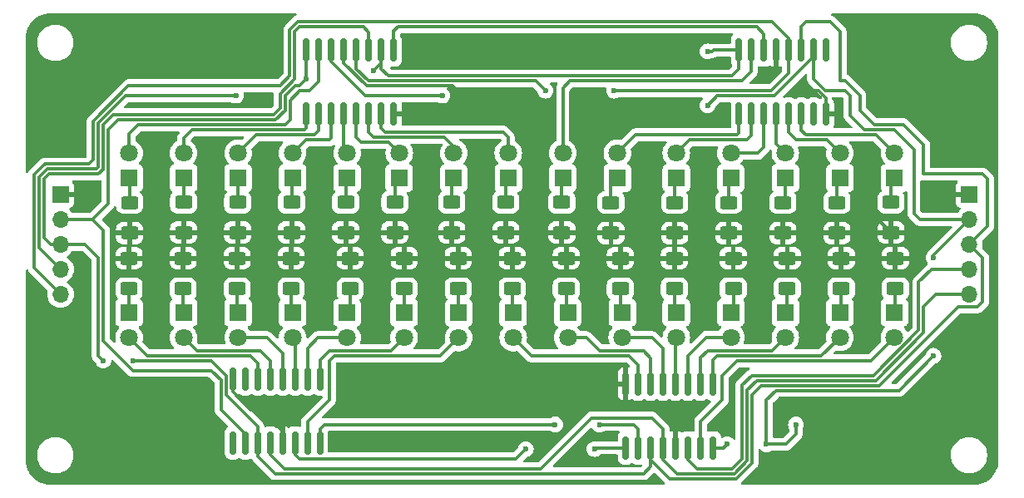
<source format=gbr>
%TF.GenerationSoftware,KiCad,Pcbnew,8.0.2*%
%TF.CreationDate,2024-08-12T19:16:11+02:00*%
%TF.ProjectId,global_vu,676c6f62-616c-45f7-9675-2e6b69636164,rev?*%
%TF.SameCoordinates,PX1a577c8PY59c2d69*%
%TF.FileFunction,Copper,L1,Top*%
%TF.FilePolarity,Positive*%
%FSLAX46Y46*%
G04 Gerber Fmt 4.6, Leading zero omitted, Abs format (unit mm)*
G04 Created by KiCad (PCBNEW 8.0.2) date 2024-08-12 19:16:11*
%MOMM*%
%LPD*%
G01*
G04 APERTURE LIST*
G04 Aperture macros list*
%AMRoundRect*
0 Rectangle with rounded corners*
0 $1 Rounding radius*
0 $2 $3 $4 $5 $6 $7 $8 $9 X,Y pos of 4 corners*
0 Add a 4 corners polygon primitive as box body*
4,1,4,$2,$3,$4,$5,$6,$7,$8,$9,$2,$3,0*
0 Add four circle primitives for the rounded corners*
1,1,$1+$1,$2,$3*
1,1,$1+$1,$4,$5*
1,1,$1+$1,$6,$7*
1,1,$1+$1,$8,$9*
0 Add four rect primitives between the rounded corners*
20,1,$1+$1,$2,$3,$4,$5,0*
20,1,$1+$1,$4,$5,$6,$7,0*
20,1,$1+$1,$6,$7,$8,$9,0*
20,1,$1+$1,$8,$9,$2,$3,0*%
G04 Aperture macros list end*
%TA.AperFunction,SMDPad,CuDef*%
%ADD10RoundRect,0.250000X0.625000X-0.400000X0.625000X0.400000X-0.625000X0.400000X-0.625000X-0.400000X0*%
%TD*%
%TA.AperFunction,ComponentPad*%
%ADD11R,1.800000X1.800000*%
%TD*%
%TA.AperFunction,ComponentPad*%
%ADD12C,1.800000*%
%TD*%
%TA.AperFunction,SMDPad,CuDef*%
%ADD13RoundRect,0.150000X0.150000X-1.050000X0.150000X1.050000X-0.150000X1.050000X-0.150000X-1.050000X0*%
%TD*%
%TA.AperFunction,SMDPad,CuDef*%
%ADD14RoundRect,0.250000X-0.625000X0.400000X-0.625000X-0.400000X0.625000X-0.400000X0.625000X0.400000X0*%
%TD*%
%TA.AperFunction,ComponentPad*%
%ADD15R,1.700000X1.700000*%
%TD*%
%TA.AperFunction,ComponentPad*%
%ADD16O,1.700000X1.700000*%
%TD*%
%TA.AperFunction,SMDPad,CuDef*%
%ADD17RoundRect,0.150000X-0.150000X1.050000X-0.150000X-1.050000X0.150000X-1.050000X0.150000X1.050000X0*%
%TD*%
%TA.AperFunction,ViaPad*%
%ADD18C,0.600000*%
%TD*%
%TA.AperFunction,Conductor*%
%ADD19C,0.304800*%
%TD*%
G04 APERTURE END LIST*
D10*
%TO.P,R4,1*%
%TO.N,GND*%
X27550000Y26175000D03*
%TO.P,R4,2*%
%TO.N,Net-(D4-K)*%
X27550000Y29275000D03*
%TD*%
D11*
%TO.P,D13,1,K*%
%TO.N,Net-(D13-K)*%
X77800000Y31725000D03*
D12*
%TO.P,D13,2,A*%
%TO.N,Net-(D13-A)*%
X77800000Y34265000D03*
%TD*%
D11*
%TO.P,D8,1,K*%
%TO.N,Net-(D8-K)*%
X49600000Y31725000D03*
D12*
%TO.P,D8,2,A*%
%TO.N,Net-(D8-A)*%
X49600000Y34265000D03*
%TD*%
D13*
%TO.P,U2,1,QB*%
%TO.N,Net-(D2-A)*%
X29055000Y38250000D03*
%TO.P,U2,2,QC*%
%TO.N,Net-(D3-A)*%
X30325000Y38250000D03*
%TO.P,U2,3,QD*%
%TO.N,Net-(D4-A)*%
X31595000Y38250000D03*
%TO.P,U2,4,QE*%
%TO.N,Net-(D5-A)*%
X32865000Y38250000D03*
%TO.P,U2,5,QF*%
%TO.N,Net-(D6-A)*%
X34135000Y38250000D03*
%TO.P,U2,6,QG*%
%TO.N,Net-(D7-A)*%
X35405000Y38250000D03*
%TO.P,U2,7,QH*%
%TO.N,Net-(D8-A)*%
X36675000Y38250000D03*
%TO.P,U2,8,GND*%
%TO.N,GND*%
X37945000Y38250000D03*
%TO.P,U2,9,QH'*%
%TO.N,Net-(U1-SER)*%
X37945000Y44750000D03*
%TO.P,U2,10,~{SRCLR}*%
%TO.N,+5V*%
X36675000Y44750000D03*
%TO.P,U2,11,SRCLK*%
%TO.N,/Global VU/SRCLK*%
X35405000Y44750000D03*
%TO.P,U2,12,RCLK*%
%TO.N,/Global VU/MLVU-LATCH*%
X34135000Y44750000D03*
%TO.P,U2,13,~{OE}*%
%TO.N,GND*%
X32865000Y44750000D03*
%TO.P,U2,14,SER*%
%TO.N,/Global VU/MLVU-SIG*%
X31595000Y44750000D03*
%TO.P,U2,15,QA*%
%TO.N,Net-(D1-A)*%
X30325000Y44750000D03*
%TO.P,U2,16,VCC*%
%TO.N,+5V*%
X29055000Y44750000D03*
%TD*%
D11*
%TO.P,D6,1,K*%
%TO.N,Net-(D6-K)*%
X38500000Y31725000D03*
D12*
%TO.P,D6,2,A*%
%TO.N,Net-(D6-A)*%
X38500000Y34265000D03*
%TD*%
D11*
%TO.P,D26,1,K*%
%TO.N,Net-(D26-K)*%
X33200000Y18015000D03*
D12*
%TO.P,D26,2,A*%
%TO.N,Net-(D26-A)*%
X33200000Y15475000D03*
%TD*%
D11*
%TO.P,D15,1,K*%
%TO.N,Net-(D15-K)*%
X88900000Y31725000D03*
D12*
%TO.P,D15,2,A*%
%TO.N,Net-(D15-A)*%
X88900000Y34265000D03*
%TD*%
D14*
%TO.P,R25,1*%
%TO.N,GND*%
X39000000Y23550000D03*
%TO.P,R25,2*%
%TO.N,Net-(D25-K)*%
X39000000Y20450000D03*
%TD*%
%TO.P,R19,1*%
%TO.N,GND*%
X72500000Y23550000D03*
%TO.P,R19,2*%
%TO.N,Net-(D19-K)*%
X72500000Y20450000D03*
%TD*%
%TO.P,R17,1*%
%TO.N,GND*%
X83500000Y23550000D03*
%TO.P,R17,2*%
%TO.N,Net-(D17-K)*%
X83500000Y20450000D03*
%TD*%
D11*
%TO.P,D10,1,K*%
%TO.N,Net-(D10-K)*%
X60700000Y31725000D03*
D12*
%TO.P,D10,2,A*%
%TO.N,Net-(D10-A)*%
X60700000Y34265000D03*
%TD*%
D11*
%TO.P,D11,1,K*%
%TO.N,Net-(D11-K)*%
X66700000Y31725000D03*
D12*
%TO.P,D11,2,A*%
%TO.N,Net-(D11-A)*%
X66700000Y34265000D03*
%TD*%
D11*
%TO.P,D25,1,K*%
%TO.N,Net-(D25-K)*%
X39000000Y18015000D03*
D12*
%TO.P,D25,2,A*%
%TO.N,Net-(D25-A)*%
X39000000Y15475000D03*
%TD*%
D14*
%TO.P,R26,1*%
%TO.N,GND*%
X33500000Y23550000D03*
%TO.P,R26,2*%
%TO.N,Net-(D26-K)*%
X33500000Y20450000D03*
%TD*%
D11*
%TO.P,D28,1,K*%
%TO.N,Net-(D28-K)*%
X22100000Y18015000D03*
D12*
%TO.P,D28,2,A*%
%TO.N,Net-(D28-A)*%
X22100000Y15475000D03*
%TD*%
D11*
%TO.P,D16,1,K*%
%TO.N,Net-(D16-K)*%
X88900000Y18040000D03*
D12*
%TO.P,D16,2,A*%
%TO.N,Net-(D16-A)*%
X88900000Y15500000D03*
%TD*%
D14*
%TO.P,R18,1*%
%TO.N,GND*%
X78000000Y23550000D03*
%TO.P,R18,2*%
%TO.N,Net-(D18-K)*%
X78000000Y20450000D03*
%TD*%
D10*
%TO.P,R8,1*%
%TO.N,GND*%
X49350000Y26175000D03*
%TO.P,R8,2*%
%TO.N,Net-(D8-K)*%
X49350000Y29275000D03*
%TD*%
D14*
%TO.P,R27,1*%
%TO.N,GND*%
X27500000Y23550000D03*
%TO.P,R27,2*%
%TO.N,Net-(D27-K)*%
X27500000Y20450000D03*
%TD*%
D11*
%TO.P,D17,1,K*%
%TO.N,Net-(D17-K)*%
X83350000Y18040000D03*
D12*
%TO.P,D17,2,A*%
%TO.N,Net-(D17-A)*%
X83350000Y15500000D03*
%TD*%
D11*
%TO.P,D4,1,K*%
%TO.N,Net-(D4-K)*%
X27650000Y31725000D03*
D12*
%TO.P,D4,2,A*%
%TO.N,Net-(D4-A)*%
X27650000Y34265000D03*
%TD*%
D10*
%TO.P,R1,1*%
%TO.N,GND*%
X11050000Y26125000D03*
%TO.P,R1,2*%
%TO.N,Net-(D1-K)*%
X11050000Y29225000D03*
%TD*%
D15*
%TO.P,J1,1,Pin_1*%
%TO.N,GND*%
X4025000Y30050000D03*
D16*
%TO.P,J1,2,Pin_2*%
%TO.N,+5V*%
X4025000Y27510000D03*
%TO.P,J1,3,Pin_3*%
%TO.N,/Global VU/SRCLK*%
X4025000Y24970000D03*
%TO.P,J1,4,Pin_4*%
%TO.N,/Global VU/MLVU-SIG*%
X4025000Y22430000D03*
%TO.P,J1,5,Pin_5*%
%TO.N,/Global VU/MLVU-LATCH*%
X4025000Y19890000D03*
%TD*%
D10*
%TO.P,R6,1*%
%TO.N,GND*%
X38050000Y26175000D03*
%TO.P,R6,2*%
%TO.N,Net-(D6-K)*%
X38050000Y29275000D03*
%TD*%
D11*
%TO.P,D2,1,K*%
%TO.N,Net-(D2-K)*%
X16550000Y31725000D03*
D12*
%TO.P,D2,2,A*%
%TO.N,Net-(D2-A)*%
X16550000Y34265000D03*
%TD*%
D17*
%TO.P,U4,1,QB*%
%TO.N,Net-(D25-A)*%
X30445000Y11250000D03*
%TO.P,U4,2,QC*%
%TO.N,Net-(D26-A)*%
X29175000Y11250000D03*
%TO.P,U4,3,QD*%
%TO.N,Net-(D27-A)*%
X27905000Y11250000D03*
%TO.P,U4,4,QE*%
%TO.N,Net-(D28-A)*%
X26635000Y11250000D03*
%TO.P,U4,5,QF*%
%TO.N,Net-(D29-A)*%
X25365000Y11250000D03*
%TO.P,U4,6,QG*%
%TO.N,Net-(D30-A)*%
X24095000Y11250000D03*
%TO.P,U4,7,QH*%
%TO.N,unconnected-(U4-QH-Pad7)*%
X22825000Y11250000D03*
%TO.P,U4,8,GND*%
%TO.N,GND*%
X21555000Y11250000D03*
%TO.P,U4,9,QH'*%
%TO.N,unconnected-(U4-QH'-Pad9)*%
X21555000Y4750000D03*
%TO.P,U4,10,~{SRCLR}*%
%TO.N,+5V*%
X22825000Y4750000D03*
%TO.P,U4,11,SRCLK*%
%TO.N,/Global VU/SRCLK*%
X24095000Y4750000D03*
%TO.P,U4,12,RCLK*%
%TO.N,/Global VU/MRVU-LATCH*%
X25365000Y4750000D03*
%TO.P,U4,13,~{OE}*%
%TO.N,GND*%
X26635000Y4750000D03*
%TO.P,U4,14,SER*%
%TO.N,Net-(U3-QH')*%
X27905000Y4750000D03*
%TO.P,U4,15,QA*%
%TO.N,Net-(D24-A)*%
X29175000Y4750000D03*
%TO.P,U4,16,VCC*%
%TO.N,+5V*%
X30445000Y4750000D03*
%TD*%
D11*
%TO.P,D1,1,K*%
%TO.N,Net-(D1-K)*%
X11000000Y31725000D03*
D12*
%TO.P,D1,2,A*%
%TO.N,Net-(D1-A)*%
X11000000Y34265000D03*
%TD*%
D10*
%TO.P,R12,1*%
%TO.N,GND*%
X72050000Y26125000D03*
%TO.P,R12,2*%
%TO.N,Net-(D12-K)*%
X72050000Y29225000D03*
%TD*%
D14*
%TO.P,R22,1*%
%TO.N,GND*%
X55500000Y23550000D03*
%TO.P,R22,2*%
%TO.N,Net-(D22-K)*%
X55500000Y20450000D03*
%TD*%
D11*
%TO.P,D18,1,K*%
%TO.N,Net-(D18-K)*%
X77800000Y18040000D03*
D12*
%TO.P,D18,2,A*%
%TO.N,Net-(D18-A)*%
X77800000Y15500000D03*
%TD*%
D14*
%TO.P,R20,1*%
%TO.N,GND*%
X66500000Y23550000D03*
%TO.P,R20,2*%
%TO.N,Net-(D20-K)*%
X66500000Y20450000D03*
%TD*%
D13*
%TO.P,U1,1,QB*%
%TO.N,Net-(D10-A)*%
X73055000Y38250000D03*
%TO.P,U1,2,QC*%
%TO.N,Net-(D11-A)*%
X74325000Y38250000D03*
%TO.P,U1,3,QD*%
%TO.N,Net-(D12-A)*%
X75595000Y38250000D03*
%TO.P,U1,4,QE*%
%TO.N,Net-(D13-A)*%
X76865000Y38250000D03*
%TO.P,U1,5,QF*%
%TO.N,Net-(D14-A)*%
X78135000Y38250000D03*
%TO.P,U1,6,QG*%
%TO.N,Net-(D15-A)*%
X79405000Y38250000D03*
%TO.P,U1,7,QH*%
%TO.N,unconnected-(U1-QH-Pad7)*%
X80675000Y38250000D03*
%TO.P,U1,8,GND*%
%TO.N,GND*%
X81945000Y38250000D03*
%TO.P,U1,9,QH'*%
%TO.N,unconnected-(U1-QH'-Pad9)*%
X81945000Y44750000D03*
%TO.P,U1,10,~{SRCLR}*%
%TO.N,+5V*%
X80675000Y44750000D03*
%TO.P,U1,11,SRCLK*%
%TO.N,/Global VU/SRCLK*%
X79405000Y44750000D03*
%TO.P,U1,12,RCLK*%
%TO.N,/Global VU/MLVU-LATCH*%
X78135000Y44750000D03*
%TO.P,U1,13,~{OE}*%
%TO.N,GND*%
X76865000Y44750000D03*
%TO.P,U1,14,SER*%
%TO.N,Net-(U1-SER)*%
X75595000Y44750000D03*
%TO.P,U1,15,QA*%
%TO.N,Net-(D9-A)*%
X74325000Y44750000D03*
%TO.P,U1,16,VCC*%
%TO.N,+5V*%
X73055000Y44750000D03*
%TD*%
D11*
%TO.P,D29,1,K*%
%TO.N,Net-(D29-K)*%
X16550000Y18015000D03*
D12*
%TO.P,D29,2,A*%
%TO.N,Net-(D29-A)*%
X16550000Y15475000D03*
%TD*%
D11*
%TO.P,D3,1,K*%
%TO.N,Net-(D3-K)*%
X22100000Y31725000D03*
D12*
%TO.P,D3,2,A*%
%TO.N,Net-(D3-A)*%
X22100000Y34265000D03*
%TD*%
D11*
%TO.P,D23,1,K*%
%TO.N,Net-(D23-K)*%
X50100000Y18015000D03*
D12*
%TO.P,D23,2,A*%
%TO.N,Net-(D23-A)*%
X50100000Y15475000D03*
%TD*%
D14*
%TO.P,R24,1*%
%TO.N,GND*%
X44500000Y23550000D03*
%TO.P,R24,2*%
%TO.N,Net-(D24-K)*%
X44500000Y20450000D03*
%TD*%
D10*
%TO.P,R10,1*%
%TO.N,GND*%
X60050000Y26125000D03*
%TO.P,R10,2*%
%TO.N,Net-(D10-K)*%
X60050000Y29225000D03*
%TD*%
D14*
%TO.P,R16,1*%
%TO.N,GND*%
X89000000Y23550000D03*
%TO.P,R16,2*%
%TO.N,Net-(D16-K)*%
X89000000Y20450000D03*
%TD*%
D10*
%TO.P,R14,1*%
%TO.N,GND*%
X83050000Y26125000D03*
%TO.P,R14,2*%
%TO.N,Net-(D14-K)*%
X83050000Y29225000D03*
%TD*%
D11*
%TO.P,D14,1,K*%
%TO.N,Net-(D14-K)*%
X83350000Y31725000D03*
D12*
%TO.P,D14,2,A*%
%TO.N,Net-(D14-A)*%
X83350000Y34265000D03*
%TD*%
D11*
%TO.P,D19,1,K*%
%TO.N,Net-(D19-K)*%
X72250000Y18040000D03*
D12*
%TO.P,D19,2,A*%
%TO.N,Net-(D19-A)*%
X72250000Y15500000D03*
%TD*%
D14*
%TO.P,R23,1*%
%TO.N,GND*%
X50000000Y23550000D03*
%TO.P,R23,2*%
%TO.N,Net-(D23-K)*%
X50000000Y20450000D03*
%TD*%
%TO.P,R28,1*%
%TO.N,GND*%
X22000000Y23550000D03*
%TO.P,R28,2*%
%TO.N,Net-(D28-K)*%
X22000000Y20450000D03*
%TD*%
D11*
%TO.P,D22,1,K*%
%TO.N,Net-(D22-K)*%
X55650000Y18015000D03*
D12*
%TO.P,D22,2,A*%
%TO.N,Net-(D22-A)*%
X55650000Y15475000D03*
%TD*%
D14*
%TO.P,R29,1*%
%TO.N,GND*%
X16500000Y23550000D03*
%TO.P,R29,2*%
%TO.N,Net-(D29-K)*%
X16500000Y20450000D03*
%TD*%
D11*
%TO.P,D27,1,K*%
%TO.N,Net-(D27-K)*%
X27650000Y18015000D03*
D12*
%TO.P,D27,2,A*%
%TO.N,Net-(D27-A)*%
X27650000Y15475000D03*
%TD*%
D11*
%TO.P,D12,1,K*%
%TO.N,Net-(D12-K)*%
X72250000Y31725000D03*
D12*
%TO.P,D12,2,A*%
%TO.N,Net-(D12-A)*%
X72250000Y34265000D03*
%TD*%
D11*
%TO.P,D5,1,K*%
%TO.N,Net-(D5-K)*%
X33200000Y31725000D03*
D12*
%TO.P,D5,2,A*%
%TO.N,Net-(D5-A)*%
X33200000Y34265000D03*
%TD*%
D11*
%TO.P,D20,1,K*%
%TO.N,Net-(D20-K)*%
X66700000Y18040000D03*
D12*
%TO.P,D20,2,A*%
%TO.N,Net-(D20-A)*%
X66700000Y15500000D03*
%TD*%
D15*
%TO.P,J2,1,Pin_1*%
%TO.N,GND*%
X96525000Y30050000D03*
D16*
%TO.P,J2,2,Pin_2*%
%TO.N,+5V*%
X96525000Y27510000D03*
%TO.P,J2,3,Pin_3*%
%TO.N,/Global VU/SRCLK*%
X96525000Y24970000D03*
%TO.P,J2,4,Pin_4*%
%TO.N,/Global VU/MRVU-SIG*%
X96525000Y22430000D03*
%TO.P,J2,5,Pin_5*%
%TO.N,/Global VU/MRVU-LATCH*%
X96525000Y19890000D03*
%TD*%
D11*
%TO.P,D24,1,K*%
%TO.N,Net-(D24-K)*%
X44550000Y18015000D03*
D12*
%TO.P,D24,2,A*%
%TO.N,Net-(D24-A)*%
X44550000Y15475000D03*
%TD*%
D14*
%TO.P,R21,1*%
%TO.N,GND*%
X61000000Y23550000D03*
%TO.P,R21,2*%
%TO.N,Net-(D21-K)*%
X61000000Y20450000D03*
%TD*%
D10*
%TO.P,R7,1*%
%TO.N,GND*%
X43850000Y26175000D03*
%TO.P,R7,2*%
%TO.N,Net-(D7-K)*%
X43850000Y29275000D03*
%TD*%
D11*
%TO.P,D30,1,K*%
%TO.N,Net-(D30-K)*%
X11000000Y18015000D03*
D12*
%TO.P,D30,2,A*%
%TO.N,Net-(D30-A)*%
X11000000Y15475000D03*
%TD*%
D11*
%TO.P,D7,1,K*%
%TO.N,Net-(D7-K)*%
X44050000Y31725000D03*
D12*
%TO.P,D7,2,A*%
%TO.N,Net-(D7-A)*%
X44050000Y34265000D03*
%TD*%
D10*
%TO.P,R5,1*%
%TO.N,GND*%
X33050000Y26175000D03*
%TO.P,R5,2*%
%TO.N,Net-(D5-K)*%
X33050000Y29275000D03*
%TD*%
%TO.P,R11,1*%
%TO.N,GND*%
X66550000Y26125000D03*
%TO.P,R11,2*%
%TO.N,Net-(D11-K)*%
X66550000Y29225000D03*
%TD*%
%TO.P,R2,1*%
%TO.N,GND*%
X16550000Y26175000D03*
%TO.P,R2,2*%
%TO.N,Net-(D2-K)*%
X16550000Y29275000D03*
%TD*%
%TO.P,R3,1*%
%TO.N,GND*%
X22050000Y26175000D03*
%TO.P,R3,2*%
%TO.N,Net-(D3-K)*%
X22050000Y29275000D03*
%TD*%
D11*
%TO.P,D21,1,K*%
%TO.N,Net-(D21-K)*%
X61200000Y18015000D03*
D12*
%TO.P,D21,2,A*%
%TO.N,Net-(D21-A)*%
X61200000Y15475000D03*
%TD*%
D14*
%TO.P,R30,1*%
%TO.N,GND*%
X11000000Y23550000D03*
%TO.P,R30,2*%
%TO.N,Net-(D30-K)*%
X11000000Y20450000D03*
%TD*%
D10*
%TO.P,R15,1*%
%TO.N,GND*%
X88550000Y26175000D03*
%TO.P,R15,2*%
%TO.N,Net-(D15-K)*%
X88550000Y29275000D03*
%TD*%
D11*
%TO.P,D9,1,K*%
%TO.N,Net-(D9-K)*%
X55150000Y31725000D03*
D12*
%TO.P,D9,2,A*%
%TO.N,Net-(D9-A)*%
X55150000Y34265000D03*
%TD*%
D10*
%TO.P,R9,1*%
%TO.N,GND*%
X55050000Y26175000D03*
%TO.P,R9,2*%
%TO.N,Net-(D9-K)*%
X55050000Y29275000D03*
%TD*%
%TO.P,R13,1*%
%TO.N,GND*%
X77550000Y26125000D03*
%TO.P,R13,2*%
%TO.N,Net-(D13-K)*%
X77550000Y29225000D03*
%TD*%
D17*
%TO.P,U3,1,QB*%
%TO.N,Net-(D17-A)*%
X70445000Y10750000D03*
%TO.P,U3,2,QC*%
%TO.N,Net-(D18-A)*%
X69175000Y10750000D03*
%TO.P,U3,3,QD*%
%TO.N,Net-(D19-A)*%
X67905000Y10750000D03*
%TO.P,U3,4,QE*%
%TO.N,Net-(D20-A)*%
X66635000Y10750000D03*
%TO.P,U3,5,QF*%
%TO.N,Net-(D21-A)*%
X65365000Y10750000D03*
%TO.P,U3,6,QG*%
%TO.N,Net-(D22-A)*%
X64095000Y10750000D03*
%TO.P,U3,7,QH*%
%TO.N,Net-(D23-A)*%
X62825000Y10750000D03*
%TO.P,U3,8,GND*%
%TO.N,GND*%
X61555000Y10750000D03*
%TO.P,U3,9,QH'*%
%TO.N,Net-(U3-QH')*%
X61555000Y4250000D03*
%TO.P,U3,10,~{SRCLR}*%
%TO.N,+5V*%
X62825000Y4250000D03*
%TO.P,U3,11,SRCLK*%
%TO.N,/Global VU/SRCLK*%
X64095000Y4250000D03*
%TO.P,U3,12,RCLK*%
%TO.N,/Global VU/MRVU-LATCH*%
X65365000Y4250000D03*
%TO.P,U3,13,~{OE}*%
%TO.N,GND*%
X66635000Y4250000D03*
%TO.P,U3,14,SER*%
%TO.N,/Global VU/MRVU-SIG*%
X67905000Y4250000D03*
%TO.P,U3,15,QA*%
%TO.N,Net-(D16-A)*%
X69175000Y4250000D03*
%TO.P,U3,16,VCC*%
%TO.N,+5V*%
X70445000Y4250000D03*
%TD*%
D18*
%TO.N,+5V*%
X29055000Y41805641D03*
X35878680Y42621321D03*
%TO.N,GND*%
X85878680Y34621321D03*
X83378680Y38121321D03*
X75878680Y42121321D03*
X79878680Y41121321D03*
X13378680Y30121321D03*
X6378680Y30121321D03*
X92378680Y30121321D03*
X92378680Y26121321D03*
%TO.N,+5V*%
X54378680Y6621321D03*
%TO.N,Net-(U3-QH')*%
X58378680Y4121321D03*
X51378680Y4121321D03*
%TO.N,+5V*%
X58878680Y6621321D03*
X78878680Y6621321D03*
X92878680Y23621321D03*
X92878680Y13621321D03*
X71878680Y4621321D03*
X75878680Y4621321D03*
X69878680Y44621321D03*
X69878680Y39121321D03*
%TO.N,/Global VU/MLVU-LATCH*%
X53378680Y40621321D03*
X60378680Y40621321D03*
%TO.N,/Global VU/SRCLK*%
X8378680Y13121321D03*
X11378680Y13121321D03*
%TO.N,/Global VU/MLVU-SIG*%
X21878680Y40121321D03*
X42878680Y40121321D03*
%TD*%
D19*
%TO.N,/Global VU/MRVU-SIG*%
X91378680Y16202993D02*
X91378680Y21121321D01*
X91378680Y21121321D02*
X92687359Y22430000D01*
X86797008Y11621321D02*
X91378680Y16202993D01*
X74378680Y11621321D02*
X86797008Y11621321D01*
X73378680Y10621321D02*
X74378680Y11621321D01*
X73378680Y3121321D02*
X73378680Y10621321D01*
X72378680Y2121321D02*
X73378680Y3121321D01*
X92687359Y22430000D02*
X96525000Y22430000D01*
X67905000Y3050001D02*
X68833680Y2121321D01*
X68833680Y2121321D02*
X72378680Y2121321D01*
X67905000Y4250000D02*
X67905000Y3050001D01*
%TO.N,+5V*%
X36675000Y43417641D02*
X35878680Y42621321D01*
X36675000Y44750000D02*
X36675000Y43417641D01*
%TO.N,GND*%
X44750001Y38250000D02*
X37945000Y38250000D01*
X44878680Y38121321D02*
X44750001Y38250000D01*
X43894680Y41105321D02*
X44878680Y40121321D01*
X44878680Y40121321D02*
X44878680Y38121321D01*
X35176260Y41105321D02*
X43894680Y41105321D01*
X32865000Y43416581D02*
X35176260Y41105321D01*
X32865000Y44750000D02*
X32865000Y43416581D01*
X85878680Y28846320D02*
X88550000Y26175000D01*
X85878680Y34621321D02*
X85878680Y28846320D01*
X83250001Y38250000D02*
X83378680Y38121321D01*
X81945000Y38250000D02*
X83250001Y38250000D01*
X81945000Y39836581D02*
X81945000Y38250000D01*
X81160260Y40621321D02*
X81945000Y39836581D01*
X80378680Y40621321D02*
X81160260Y40621321D01*
X79878680Y41121321D02*
X80378680Y40621321D01*
X76865000Y43107641D02*
X75878680Y42121321D01*
X76865000Y44750000D02*
X76865000Y43107641D01*
X12875001Y26125000D02*
X11050000Y26125000D01*
X12878680Y26121321D02*
X12875001Y26125000D01*
X13378680Y26621321D02*
X12878680Y26121321D01*
X13378680Y30121321D02*
X13378680Y26621321D01*
X6307359Y30050000D02*
X6378680Y30121321D01*
X4025000Y30050000D02*
X6307359Y30050000D01*
X90878680Y26121321D02*
X90825001Y26175000D01*
X92378680Y26121321D02*
X90878680Y26121321D01*
X90825001Y26175000D02*
X88550000Y26175000D01*
X92450001Y30050000D02*
X92378680Y30121321D01*
X96525000Y30050000D02*
X92450001Y30050000D01*
%TO.N,+5V*%
X30878680Y6621321D02*
X54378680Y6621321D01*
X30445000Y6187641D02*
X30878680Y6621321D01*
X30445000Y4750000D02*
X30445000Y6187641D01*
%TO.N,Net-(U3-QH')*%
X58507359Y4250000D02*
X61555000Y4250000D01*
X58378680Y4121321D02*
X58507359Y4250000D01*
X28333680Y3121321D02*
X50378680Y3121321D01*
X50378680Y3121321D02*
X51378680Y4121321D01*
X27905000Y3550001D02*
X28333680Y3121321D01*
X27905000Y4750000D02*
X27905000Y3550001D01*
%TO.N,GND*%
X23378680Y8121321D02*
X21555000Y9945001D01*
X24463678Y8121321D02*
X23378680Y8121321D01*
X26635000Y5949999D02*
X24463678Y8121321D01*
X21555000Y9945001D02*
X21555000Y11250000D01*
X26635000Y4750000D02*
X26635000Y5949999D01*
%TO.N,/Global VU/MRVU-LATCH*%
X65365000Y6135001D02*
X65365000Y4250000D01*
X58034280Y7276921D02*
X64223080Y7276921D01*
X64223080Y7276921D02*
X65365000Y6135001D01*
X26785680Y2129321D02*
X52886680Y2129321D01*
X52886680Y2129321D02*
X58034280Y7276921D01*
X25365000Y3550001D02*
X26785680Y2129321D01*
X25365000Y4750000D02*
X25365000Y3550001D01*
%TO.N,/Global VU/SRCLK*%
X63378680Y1621321D02*
X64095000Y2337641D01*
X64095000Y2337641D02*
X64095000Y4250000D01*
X25878680Y1621321D02*
X63378680Y1621321D01*
X24095000Y3405001D02*
X25878680Y1621321D01*
X24095000Y4750000D02*
X24095000Y3405001D01*
%TO.N,+5V*%
X78878680Y5621321D02*
X77878680Y4621321D01*
X78878680Y6621321D02*
X78878680Y5621321D01*
X77878680Y4621321D02*
X75878680Y4621321D01*
X62378680Y6621321D02*
X58878680Y6621321D01*
X62825000Y4250000D02*
X62825000Y6175001D01*
X62825000Y6175001D02*
X62378680Y6621321D01*
X92878680Y23863680D02*
X96525000Y27510000D01*
X92878680Y23621321D02*
X92878680Y23863680D01*
X77378680Y10097321D02*
X89354680Y10097321D01*
X76854680Y10097321D02*
X77378680Y10097321D01*
X75878680Y9121321D02*
X76854680Y10097321D01*
X89354680Y10097321D02*
X92878680Y13621321D01*
X75878680Y4621321D02*
X75878680Y9121321D01*
X70445000Y4250000D02*
X71507359Y4250000D01*
X71507359Y4250000D02*
X71878680Y4621321D01*
%TO.N,/Global VU/SRCLK*%
X97873679Y23621321D02*
X97878680Y23621321D01*
X96525000Y24970000D02*
X97873679Y23621321D01*
X97878680Y19121321D02*
X97878680Y23621321D01*
X97378680Y18621321D02*
X97878680Y19121321D01*
X95378680Y18621321D02*
X97378680Y18621321D01*
X75362680Y10605321D02*
X87362680Y10605321D01*
X74394679Y2700479D02*
X74394679Y9637320D01*
X72799521Y1105321D02*
X74394679Y2700479D01*
X66039680Y1105321D02*
X72799521Y1105321D01*
X87362680Y10605321D02*
X95378680Y18621321D01*
X64095000Y3050001D02*
X66039680Y1105321D01*
X74394679Y9637320D02*
X75362680Y10605321D01*
X64095000Y4250000D02*
X64095000Y3050001D01*
%TO.N,/Global VU/MRVU-LATCH*%
X93147359Y19890000D02*
X96525000Y19890000D01*
X91886679Y18629320D02*
X93147359Y19890000D01*
X91886679Y15992572D02*
X91886679Y18629320D01*
X87007428Y11113321D02*
X91886679Y15992572D01*
X73886679Y10129320D02*
X74870680Y11113321D01*
X73886679Y3331742D02*
X73886679Y10129320D01*
X73886680Y2910901D02*
X73886679Y3331742D01*
X72589100Y1613321D02*
X73886680Y2910901D01*
X66801680Y1613321D02*
X72589100Y1613321D01*
X65365000Y3050001D02*
X66801680Y1613321D01*
X74870680Y11113321D02*
X87007428Y11113321D01*
X65365000Y4250000D02*
X65365000Y3050001D01*
%TO.N,GND*%
X66635000Y4250000D02*
X66635000Y6365001D01*
%TO.N,Net-(D23-A)*%
X61886680Y13613321D02*
X51961679Y13613321D01*
X62825000Y12675001D02*
X61886680Y13613321D01*
X62825000Y10750000D02*
X62825000Y12675001D01*
X51961679Y13613321D02*
X50100000Y15475000D01*
%TO.N,Net-(D16-A)*%
X86505321Y13105321D02*
X88900000Y15500000D01*
X71378680Y11621321D02*
X72862680Y13105321D01*
X71378680Y9121321D02*
X71378680Y11621321D01*
X72862680Y13105321D02*
X86505321Y13105321D01*
X69175000Y6917641D02*
X71378680Y9121321D01*
X69175000Y4250000D02*
X69175000Y6917641D01*
%TO.N,Net-(D17-A)*%
X81463321Y13613321D02*
X83350000Y15500000D01*
X70878680Y13613321D02*
X81463321Y13613321D01*
X70445000Y13179641D02*
X70878680Y13613321D01*
X70445000Y10750000D02*
X70445000Y13179641D01*
%TO.N,Net-(D18-A)*%
X76421321Y14121321D02*
X77800000Y15500000D01*
X69175000Y13417641D02*
X69878680Y14121321D01*
X69878680Y14121321D02*
X76421321Y14121321D01*
X69175000Y10750000D02*
X69175000Y13417641D01*
%TO.N,Net-(D19-A)*%
X67905000Y13647641D02*
X69757359Y15500000D01*
X69757359Y15500000D02*
X72250000Y15500000D01*
X67905000Y10750000D02*
X67905000Y13647641D01*
%TO.N,Net-(D22-A)*%
X63378680Y14121321D02*
X64095000Y13405001D01*
X58878680Y14121321D02*
X63378680Y14121321D01*
X64095000Y13405001D02*
X64095000Y10750000D01*
X57525001Y15475000D02*
X58878680Y14121321D01*
X55650000Y15475000D02*
X57525001Y15475000D01*
%TO.N,Net-(D21-A)*%
X64232359Y15475000D02*
X65365000Y14342359D01*
X61200000Y15475000D02*
X64232359Y15475000D01*
X65365000Y14342359D02*
X65365000Y10750000D01*
%TO.N,Net-(D20-A)*%
X66635000Y15435000D02*
X66700000Y15500000D01*
X66635000Y10750000D02*
X66635000Y15435000D01*
%TO.N,+5V*%
X70507359Y44750000D02*
X73055000Y44750000D01*
X70378680Y44621321D02*
X70507359Y44750000D01*
X69878680Y44621321D02*
X70378680Y44621321D01*
X70870680Y40113321D02*
X69878680Y39121321D01*
X76687504Y40113321D02*
X70870680Y40113321D01*
X76787092Y40212909D02*
X76687504Y40113321D01*
X76787092Y40212909D02*
X76687506Y40113322D01*
X80675000Y44100816D02*
X76787092Y40212909D01*
X80675000Y44750000D02*
X80675000Y44100816D01*
%TO.N,/Global VU/SRCLK*%
X79878680Y47621321D02*
X79405000Y47147641D01*
X79405000Y47147641D02*
X79405000Y44750000D01*
X82378680Y47621321D02*
X79878680Y47621321D01*
X83378680Y46621321D02*
X82378680Y47621321D01*
X83378680Y41621321D02*
X83378680Y46621321D01*
X83878680Y41621321D02*
X83378680Y41621321D01*
X85378680Y38621321D02*
X85378680Y40121321D01*
X85378680Y40121321D02*
X83878680Y41621321D01*
X86854681Y37145320D02*
X85378680Y38621321D01*
X91878680Y35121321D02*
X89854681Y37145320D01*
X89854681Y37145320D02*
X86854681Y37145320D01*
X97878680Y32121321D02*
X91878680Y32121321D01*
X91878680Y32121321D02*
X91878680Y35121321D01*
X98378680Y31621321D02*
X97878680Y32121321D01*
X98378680Y26823680D02*
X98378680Y31621321D01*
X96525000Y24970000D02*
X98378680Y26823680D01*
%TO.N,+5V*%
X83878680Y40621321D02*
X81878680Y40621321D01*
X84378680Y40121321D02*
X83878680Y40621321D01*
X80675000Y41825001D02*
X80675000Y44750000D01*
X85862680Y36637321D02*
X84378680Y38121321D01*
X90878680Y28121321D02*
X90878680Y34621321D01*
X91490001Y27510000D02*
X90878680Y28121321D01*
X81878680Y40621321D02*
X80675000Y41825001D01*
X90878680Y34621321D02*
X88862680Y36637321D01*
X88862680Y36637321D02*
X85862680Y36637321D01*
X96525000Y27510000D02*
X91490001Y27510000D01*
X84378680Y38121321D02*
X84378680Y40121321D01*
%TO.N,Net-(D15-A)*%
X79878680Y36129321D02*
X87035679Y36129321D01*
X79405000Y36603001D02*
X79878680Y36129321D01*
X87035679Y36129321D02*
X88900000Y34265000D01*
X79405000Y38250000D02*
X79405000Y36603001D01*
%TO.N,Net-(D14-A)*%
X78135000Y36365001D02*
X78135000Y38250000D01*
X78878680Y35621321D02*
X78135000Y36365001D01*
X81993679Y35621321D02*
X78878680Y35621321D01*
X83350000Y34265000D02*
X81993679Y35621321D01*
%TO.N,/Global VU/MLVU-LATCH*%
X34135000Y42865001D02*
X34135000Y44750000D01*
X52386680Y41613321D02*
X35386680Y41613321D01*
X53378680Y40621321D02*
X52386680Y41613321D01*
X35386680Y41613321D02*
X34135000Y42865001D01*
X76378680Y40621321D02*
X60378680Y40621321D01*
X78135000Y42377641D02*
X76378680Y40621321D01*
%TO.N,Net-(D9-A)*%
X55870680Y41613321D02*
X55150000Y40892641D01*
X73370680Y41613321D02*
X55870680Y41613321D01*
X74325000Y42567641D02*
X73370680Y41613321D01*
X55150000Y40892641D02*
X55150000Y34265000D01*
X74325000Y44750000D02*
X74325000Y42567641D01*
%TO.N,Net-(D10-A)*%
X62564321Y36129321D02*
X60700000Y34265000D01*
X73055000Y36305641D02*
X72878680Y36129321D01*
X72878680Y36129321D02*
X62564321Y36129321D01*
X73055000Y38250000D02*
X73055000Y36305641D01*
%TO.N,Net-(D11-A)*%
X68056321Y35621321D02*
X66700000Y34265000D01*
X74325000Y36067641D02*
X73878680Y35621321D01*
X74325000Y38250000D02*
X74325000Y36067641D01*
X73878680Y35621321D02*
X68056321Y35621321D01*
%TO.N,Net-(D12-A)*%
X75595000Y34837641D02*
X75022359Y34265000D01*
X75595000Y38250000D02*
X75595000Y34837641D01*
X75022359Y34265000D02*
X72250000Y34265000D01*
%TO.N,Net-(D13-A)*%
X76865000Y35200000D02*
X77800000Y34265000D01*
X76865000Y38250000D02*
X76865000Y35200000D01*
%TO.N,/Global VU/SRCLK*%
X6530001Y24970000D02*
X4025000Y24970000D01*
X7870680Y23629321D02*
X6530001Y24970000D01*
X7870680Y23121321D02*
X7870680Y23629321D01*
X7870680Y14910901D02*
X7870681Y18113322D01*
X7870681Y18113322D02*
X7870680Y23121321D01*
X7870681Y14910900D02*
X7870680Y14910901D01*
X7870681Y13629320D02*
X7870681Y14910900D01*
X8378680Y13121321D02*
X7870681Y13629320D01*
X11394680Y13105321D02*
X11378680Y13121321D01*
X20886680Y11597321D02*
X19378680Y13105321D01*
X20886680Y9613321D02*
X20886680Y11597321D01*
X19378680Y13105321D02*
X11394680Y13105321D01*
X24095000Y6405001D02*
X20886680Y9613321D01*
X24095000Y4750000D02*
X24095000Y6405001D01*
%TO.N,+5V*%
X8378680Y26398679D02*
X7267359Y27510000D01*
X11378680Y12121321D02*
X8378680Y15121321D01*
X19378680Y12121321D02*
X11378680Y12121321D01*
X8378680Y15121321D02*
X8378680Y26398679D01*
X20378680Y11121321D02*
X19378680Y12121321D01*
X20378680Y8121321D02*
X20378680Y11121321D01*
X22825000Y5675001D02*
X20378680Y8121321D01*
X22825000Y4750000D02*
X22825000Y5675001D01*
X30445000Y3687641D02*
X30445000Y4750000D01*
%TO.N,Net-(D24-A)*%
X31870680Y13613321D02*
X42688321Y13613321D01*
X31378680Y13121321D02*
X31870680Y13613321D01*
X31378680Y9121321D02*
X31378680Y13121321D01*
X29175000Y4750000D02*
X29175000Y6917641D01*
X29175000Y6917641D02*
X31378680Y9121321D01*
X42688321Y13613321D02*
X44550000Y15475000D01*
%TO.N,Net-(D25-A)*%
X30445000Y13187641D02*
X30445000Y11250000D01*
X31378680Y14121321D02*
X30445000Y13187641D01*
X39000000Y15475000D02*
X37646321Y14121321D01*
X37646321Y14121321D02*
X31378680Y14121321D01*
%TO.N,Net-(D26-A)*%
X30232359Y15475000D02*
X33200000Y15475000D01*
X29175000Y14417641D02*
X30232359Y15475000D01*
X29175000Y11250000D02*
X29175000Y14417641D01*
%TO.N,Net-(D30-A)*%
X12861679Y13613321D02*
X11000000Y15475000D01*
X24095000Y12897001D02*
X23378680Y13613321D01*
X24095000Y11250000D02*
X24095000Y12897001D01*
X23378680Y13613321D02*
X12861679Y13613321D01*
%TO.N,Net-(D29-A)*%
X25365000Y13135001D02*
X25365000Y11250000D01*
X24378680Y14121321D02*
X25365000Y13135001D01*
X17903679Y14121321D02*
X24378680Y14121321D01*
X16550000Y15475000D02*
X17903679Y14121321D01*
%TO.N,Net-(D28-A)*%
X26635000Y11250000D02*
X26635000Y13865001D01*
X26635000Y13865001D02*
X25025001Y15475000D01*
X25025001Y15475000D02*
X22100000Y15475000D01*
%TO.N,Net-(D27-A)*%
X27905000Y15220000D02*
X27650000Y15475000D01*
X27905000Y11250000D02*
X27905000Y15220000D01*
%TO.N,/Global VU/MLVU-SIG*%
X1870681Y24584319D02*
X4025000Y22430000D01*
X1870681Y31410900D02*
X1870681Y24584319D01*
X1870680Y31831741D02*
X1870681Y31410900D01*
X7668260Y32629321D02*
X2668260Y32629321D01*
X7862681Y32823742D02*
X7668260Y32629321D01*
X7862681Y37323742D02*
X7862681Y32823742D01*
X10660260Y40121321D02*
X7862681Y37323742D01*
X21878680Y40121321D02*
X10660260Y40121321D01*
X2668260Y32629321D02*
X1870680Y31831741D01*
X35023680Y40121321D02*
X42878680Y40121321D01*
X31595000Y43550001D02*
X35023680Y40121321D01*
X31595000Y44750000D02*
X31595000Y43550001D01*
%TO.N,/Global VU/MLVU-LATCH*%
X78135000Y42377641D02*
X78135000Y44750000D01*
%TO.N,Net-(U1-SER)*%
X75595000Y46405001D02*
X75595000Y44750000D01*
X37945000Y46687641D02*
X38378680Y47121321D01*
X38378680Y47121321D02*
X74878680Y47121321D01*
X37945000Y44750000D02*
X37945000Y46687641D01*
X74878680Y47121321D02*
X75595000Y46405001D01*
%TO.N,+5V*%
X73055000Y42797641D02*
X72378680Y42121321D01*
X73055000Y44750000D02*
X73055000Y42797641D01*
X37378680Y42121321D02*
X72378680Y42121321D01*
X36675000Y42825001D02*
X37378680Y42121321D01*
X36675000Y44750000D02*
X36675000Y42825001D01*
%TO.N,/Global VU/SRCLK*%
X2378680Y25621321D02*
X3030001Y24970000D01*
X2378680Y31621321D02*
X2378680Y25621321D01*
X7878680Y32121321D02*
X2878680Y32121321D01*
X8370680Y32613321D02*
X7878680Y32121321D01*
X8370680Y37113321D02*
X8370680Y32613321D01*
X2878680Y32121321D02*
X2378680Y31621321D01*
X9418680Y38161321D02*
X8370680Y37113321D01*
X3030001Y24970000D02*
X4025000Y24970000D01*
X28378680Y47121321D02*
X27878680Y46621321D01*
X34878680Y47121321D02*
X28378680Y47121321D01*
X26362680Y38823741D02*
X25700260Y38161321D01*
X25700260Y38161321D02*
X9418680Y38161321D01*
X35405000Y46595001D02*
X34878680Y47121321D01*
X26362680Y40323741D02*
X26362680Y38823741D01*
X27878680Y41839741D02*
X26362680Y40323741D01*
X35405000Y44750000D02*
X35405000Y46595001D01*
X27878680Y46621321D02*
X27878680Y41839741D01*
%TO.N,+5V*%
X7267359Y27510000D02*
X4025000Y27510000D01*
X8878680Y29121321D02*
X7267359Y27510000D01*
X8878680Y36621321D02*
X8878680Y29121321D01*
X9910680Y37653321D02*
X8878680Y36621321D01*
X25910680Y37653321D02*
X9910680Y37653321D01*
X26870680Y38613321D02*
X25910680Y37653321D01*
X26870680Y40113321D02*
X26870680Y38613321D01*
X27886680Y41129321D02*
X26870680Y40113321D01*
X29055000Y41805641D02*
X28378680Y41129321D01*
X28378680Y41129321D02*
X27886680Y41129321D01*
X29055000Y44750000D02*
X29055000Y41805641D01*
%TO.N,Net-(D16-K)*%
X89000000Y18140000D02*
X88900000Y18040000D01*
X89000000Y20450000D02*
X89000000Y18140000D01*
%TO.N,Net-(D17-K)*%
X83500000Y20450000D02*
X83500000Y18190000D01*
X83500000Y18190000D02*
X83350000Y18040000D01*
%TO.N,Net-(D18-K)*%
X78000000Y18240000D02*
X77800000Y18040000D01*
X78000000Y20450000D02*
X78000000Y18240000D01*
%TO.N,Net-(D19-K)*%
X72500000Y18290000D02*
X72250000Y18040000D01*
X72500000Y20450000D02*
X72500000Y18290000D01*
%TO.N,Net-(D20-K)*%
X66500000Y18240000D02*
X66700000Y18040000D01*
X66500000Y20450000D02*
X66500000Y18240000D01*
%TO.N,Net-(D21-K)*%
X61000000Y18215000D02*
X61200000Y18015000D01*
X61000000Y20450000D02*
X61000000Y18215000D01*
%TO.N,Net-(D22-K)*%
X55500000Y18165000D02*
X55650000Y18015000D01*
X55500000Y20450000D02*
X55500000Y18165000D01*
%TO.N,Net-(D23-K)*%
X50000000Y18115000D02*
X50100000Y18015000D01*
X50000000Y20450000D02*
X50000000Y18115000D01*
%TO.N,Net-(D24-K)*%
X44500000Y18065000D02*
X44550000Y18015000D01*
X44500000Y20450000D02*
X44500000Y18065000D01*
%TO.N,Net-(D25-K)*%
X39000000Y20450000D02*
X39000000Y18015000D01*
%TO.N,Net-(D26-K)*%
X33500000Y18315000D02*
X33200000Y18015000D01*
X33500000Y20450000D02*
X33500000Y18315000D01*
%TO.N,Net-(D27-K)*%
X27500000Y18165000D02*
X27650000Y18015000D01*
X27500000Y20450000D02*
X27500000Y18165000D01*
%TO.N,Net-(D28-K)*%
X22000000Y20450000D02*
X22000000Y18115000D01*
X22000000Y18115000D02*
X22100000Y18015000D01*
%TO.N,Net-(D29-K)*%
X16500000Y20450000D02*
X16500000Y18065000D01*
X16500000Y18065000D02*
X16550000Y18015000D01*
%TO.N,Net-(D30-K)*%
X11000000Y20450000D02*
X11000000Y18015000D01*
%TO.N,Net-(D15-K)*%
X88550000Y31375000D02*
X88900000Y31725000D01*
X88550000Y29275000D02*
X88550000Y31375000D01*
%TO.N,Net-(D14-K)*%
X83050000Y31425000D02*
X83350000Y31725000D01*
X83050000Y29225000D02*
X83050000Y31425000D01*
%TO.N,Net-(D13-K)*%
X77800000Y29475000D02*
X77550000Y29225000D01*
X77800000Y31725000D02*
X77800000Y29475000D01*
%TO.N,Net-(D12-K)*%
X72050000Y31525000D02*
X72250000Y31725000D01*
X72050000Y29225000D02*
X72050000Y31525000D01*
%TO.N,Net-(D11-K)*%
X66550000Y31575000D02*
X66700000Y31725000D01*
X66550000Y29225000D02*
X66550000Y31575000D01*
%TO.N,Net-(D10-K)*%
X60050000Y31075000D02*
X60700000Y31725000D01*
X60050000Y29225000D02*
X60050000Y31075000D01*
%TO.N,Net-(D9-K)*%
X55050000Y31625000D02*
X55150000Y31725000D01*
X55050000Y29275000D02*
X55050000Y31625000D01*
%TO.N,Net-(D8-K)*%
X49350000Y31475000D02*
X49600000Y31725000D01*
X49350000Y29275000D02*
X49350000Y31475000D01*
%TO.N,Net-(D7-K)*%
X43850000Y31525000D02*
X44050000Y31725000D01*
X43850000Y29275000D02*
X43850000Y31525000D01*
%TO.N,Net-(D6-K)*%
X38050000Y31275000D02*
X38500000Y31725000D01*
X38050000Y29275000D02*
X38050000Y31275000D01*
%TO.N,Net-(D5-K)*%
X33050000Y31575000D02*
X33200000Y31725000D01*
X33050000Y29275000D02*
X33050000Y31575000D01*
%TO.N,Net-(D4-K)*%
X27550000Y31625000D02*
X27650000Y31725000D01*
X27550000Y29275000D02*
X27550000Y31625000D01*
%TO.N,Net-(D3-K)*%
X22050000Y29275000D02*
X22050000Y31675000D01*
X22050000Y31675000D02*
X22100000Y31725000D01*
%TO.N,Net-(D2-K)*%
X16550000Y29275000D02*
X16550000Y31725000D01*
%TO.N,Net-(D1-K)*%
X11050000Y31675000D02*
X11000000Y31725000D01*
X11050000Y29225000D02*
X11050000Y31675000D01*
%TO.N,Net-(D1-A)*%
X30325000Y41567641D02*
X30325000Y44750000D01*
X29378680Y40621321D02*
X30325000Y41567641D01*
X28378680Y40621321D02*
X29378680Y40621321D01*
X27378680Y37621321D02*
X27378680Y39621321D01*
X11902680Y37145321D02*
X26902680Y37145321D01*
X27378680Y39621321D02*
X28378680Y40621321D01*
X26902680Y37145321D02*
X27378680Y37621321D01*
X11000000Y36242641D02*
X11902680Y37145321D01*
X11000000Y34265000D02*
X11000000Y36242641D01*
%TO.N,Net-(D2-A)*%
X17394680Y36637321D02*
X16550000Y35792641D01*
X16550000Y35792641D02*
X16550000Y34265000D01*
X28878680Y36637321D02*
X17394680Y36637321D01*
X29055000Y38250000D02*
X29055000Y36813641D01*
X29055000Y36813641D02*
X28878680Y36637321D01*
%TO.N,Net-(D3-A)*%
X29878680Y36129321D02*
X23964321Y36129321D01*
X30325000Y36575641D02*
X29878680Y36129321D01*
X30325000Y38250000D02*
X30325000Y36575641D01*
X23964321Y36129321D02*
X22100000Y34265000D01*
%TO.N,Net-(D4-A)*%
X29006321Y35621321D02*
X27650000Y34265000D01*
X31378680Y35621321D02*
X29006321Y35621321D01*
X31595000Y35837641D02*
X31378680Y35621321D01*
X31595000Y38250000D02*
X31595000Y35837641D01*
%TO.N,Net-(D8-A)*%
X49600000Y35900001D02*
X49600000Y34265000D01*
X49097681Y36402320D02*
X49600000Y35900001D01*
X37097681Y36402320D02*
X49097681Y36402320D01*
X36675000Y38250000D02*
X36675000Y36825001D01*
X36675000Y36825001D02*
X37097681Y36402320D01*
%TO.N,Net-(D7-A)*%
X44050000Y34950001D02*
X44050000Y34265000D01*
X35878680Y35894320D02*
X43105681Y35894320D01*
X35405000Y36368000D02*
X35878680Y35894320D01*
X43105681Y35894320D02*
X44050000Y34950001D01*
X35405000Y38250000D02*
X35405000Y36368000D01*
%TO.N,Net-(D6-A)*%
X34613681Y35386320D02*
X34135000Y35865001D01*
X37378680Y35386320D02*
X34613681Y35386320D01*
X34135000Y35865001D02*
X34135000Y38250000D01*
X38500000Y34265000D02*
X37378680Y35386320D01*
%TO.N,Net-(D5-A)*%
X32865000Y34600000D02*
X33200000Y34265000D01*
X32865000Y38250000D02*
X32865000Y34600000D01*
%TO.N,/Global VU/MLVU-LATCH*%
X2378680Y33121321D02*
X2441840Y33121321D01*
X4025000Y19890000D02*
X1362680Y22552320D01*
X1362680Y22552320D02*
X1362680Y32105321D01*
X1362680Y32105321D02*
X2378680Y33121321D01*
X2441840Y33121321D02*
X2457840Y33137321D01*
X2457840Y33137321D02*
X6894680Y33137321D01*
X6894680Y33137321D02*
X7354681Y33597322D01*
X7354681Y33597322D02*
X7354681Y37534162D01*
X7354681Y37534162D02*
X10941840Y41121321D01*
X10941840Y41121321D02*
X26378680Y41121321D01*
X26378680Y41121321D02*
X27370680Y42113321D01*
X27370680Y42113321D02*
X27370680Y46831741D01*
X27370680Y46831741D02*
X28168260Y47629321D01*
X28168260Y47629321D02*
X28589101Y47629320D01*
X76455679Y47629320D02*
X78135000Y45949999D01*
X28589101Y47629320D02*
X76455679Y47629320D01*
X78135000Y45949999D02*
X78135000Y44750000D01*
%TD*%
%TA.AperFunction,Conductor*%
%TO.N,GND*%
G36*
X58096629Y6313418D02*
G01*
X58152562Y6271546D01*
X58158289Y6263208D01*
X58198441Y6199306D01*
X58248864Y6119059D01*
X58376418Y5991505D01*
X58446294Y5947599D01*
X58520003Y5901284D01*
X58529158Y5895532D01*
X58617668Y5864561D01*
X58699425Y5835953D01*
X58699430Y5835952D01*
X58878676Y5815756D01*
X58878680Y5815756D01*
X58878684Y5815756D01*
X59057929Y5835952D01*
X59057932Y5835953D01*
X59057935Y5835953D01*
X59228202Y5895532D01*
X59313956Y5949416D01*
X59379928Y5968421D01*
X60854112Y5968421D01*
X60921151Y5948736D01*
X60966906Y5895932D01*
X60976850Y5826774D01*
X60947825Y5763218D01*
X60941793Y5756740D01*
X60886923Y5701871D01*
X60886917Y5701863D01*
X60803255Y5560397D01*
X60803254Y5560394D01*
X60757404Y5402578D01*
X60757402Y5402569D01*
X60754500Y5365702D01*
X60754500Y5026900D01*
X60734815Y4959861D01*
X60682011Y4914106D01*
X60630500Y4902900D01*
X58588507Y4902900D01*
X58560908Y4906010D01*
X58557937Y4906689D01*
X58557935Y4906689D01*
X58557932Y4906690D01*
X58557925Y4906691D01*
X58378684Y4926886D01*
X58378676Y4926886D01*
X58199430Y4906691D01*
X58199425Y4906690D01*
X58029156Y4847110D01*
X57876417Y4751137D01*
X57748864Y4623584D01*
X57652891Y4470845D01*
X57593311Y4300576D01*
X57593310Y4300571D01*
X57573115Y4121325D01*
X57573115Y4121318D01*
X57593310Y3942072D01*
X57593311Y3942067D01*
X57652891Y3771798D01*
X57711952Y3677804D01*
X57748864Y3619059D01*
X57876418Y3491505D01*
X58029158Y3395532D01*
X58143726Y3355443D01*
X58199425Y3335953D01*
X58199430Y3335952D01*
X58378676Y3315756D01*
X58378680Y3315756D01*
X58378684Y3315756D01*
X58557929Y3335952D01*
X58557932Y3335953D01*
X58557935Y3335953D01*
X58728202Y3395532D01*
X58880942Y3491505D01*
X58950218Y3560781D01*
X59011541Y3594266D01*
X59037899Y3597100D01*
X60630500Y3597100D01*
X60697539Y3577415D01*
X60743294Y3524611D01*
X60754500Y3473100D01*
X60754500Y3134299D01*
X60757401Y3097433D01*
X60757402Y3097427D01*
X60803254Y2939607D01*
X60803255Y2939604D01*
X60886917Y2798138D01*
X60886923Y2798130D01*
X61003129Y2681924D01*
X61003133Y2681921D01*
X61003135Y2681919D01*
X61144602Y2598256D01*
X61178444Y2588424D01*
X61302426Y2552403D01*
X61302429Y2552403D01*
X61302431Y2552402D01*
X61339306Y2549500D01*
X61339314Y2549500D01*
X61770686Y2549500D01*
X61770694Y2549500D01*
X61807569Y2552402D01*
X61807571Y2552403D01*
X61807573Y2552403D01*
X61849191Y2564495D01*
X61965398Y2598256D01*
X62106865Y2681919D01*
X62106870Y2681925D01*
X62113031Y2686702D01*
X62114933Y2684250D01*
X62163579Y2710845D01*
X62233274Y2705896D01*
X62265695Y2685060D01*
X62266969Y2686702D01*
X62273132Y2681922D01*
X62273135Y2681919D01*
X62414602Y2598256D01*
X62448444Y2588424D01*
X62572426Y2552403D01*
X62572429Y2552403D01*
X62572431Y2552402D01*
X62609306Y2549500D01*
X62609314Y2549500D01*
X63040686Y2549500D01*
X63040694Y2549500D01*
X63077569Y2552402D01*
X63077573Y2552404D01*
X63077721Y2552415D01*
X63146098Y2538052D01*
X63195856Y2489001D01*
X63211196Y2420836D01*
X63187248Y2355199D01*
X63175135Y2341117D01*
X63144557Y2310540D01*
X63083237Y2277055D01*
X63056877Y2274221D01*
X54254283Y2274221D01*
X54187244Y2293906D01*
X54141489Y2346710D01*
X54131545Y2415868D01*
X54160570Y2479424D01*
X54166602Y2485902D01*
X54781811Y3101111D01*
X57965616Y6284919D01*
X58026937Y6318402D01*
X58096629Y6313418D01*
G37*
%TD.AperFunction*%
%TA.AperFunction,Conductor*%
G36*
X22232917Y9706251D02*
G01*
X22265762Y9685147D01*
X22266969Y9686702D01*
X22273132Y9681922D01*
X22273135Y9681919D01*
X22414602Y9598256D01*
X22417187Y9597505D01*
X22572426Y9552403D01*
X22572429Y9552403D01*
X22572431Y9552402D01*
X22609306Y9549500D01*
X22609314Y9549500D01*
X23040686Y9549500D01*
X23040694Y9549500D01*
X23077569Y9552402D01*
X23077571Y9552403D01*
X23077573Y9552403D01*
X23119191Y9564495D01*
X23235398Y9598256D01*
X23376865Y9681919D01*
X23376870Y9681925D01*
X23383031Y9686702D01*
X23384933Y9684250D01*
X23433579Y9710845D01*
X23503274Y9705896D01*
X23535695Y9685060D01*
X23536969Y9686702D01*
X23543132Y9681922D01*
X23543135Y9681919D01*
X23684602Y9598256D01*
X23687187Y9597505D01*
X23842426Y9552403D01*
X23842429Y9552403D01*
X23842431Y9552402D01*
X23879306Y9549500D01*
X23879314Y9549500D01*
X24310686Y9549500D01*
X24310694Y9549500D01*
X24347569Y9552402D01*
X24347571Y9552403D01*
X24347573Y9552403D01*
X24389191Y9564495D01*
X24505398Y9598256D01*
X24646865Y9681919D01*
X24646870Y9681925D01*
X24653031Y9686702D01*
X24654933Y9684250D01*
X24703579Y9710845D01*
X24773274Y9705896D01*
X24805695Y9685060D01*
X24806969Y9686702D01*
X24813132Y9681922D01*
X24813135Y9681919D01*
X24954602Y9598256D01*
X24957187Y9597505D01*
X25112426Y9552403D01*
X25112429Y9552403D01*
X25112431Y9552402D01*
X25149306Y9549500D01*
X25149314Y9549500D01*
X25580686Y9549500D01*
X25580694Y9549500D01*
X25617569Y9552402D01*
X25617571Y9552403D01*
X25617573Y9552403D01*
X25659191Y9564495D01*
X25775398Y9598256D01*
X25916865Y9681919D01*
X25916870Y9681925D01*
X25923031Y9686702D01*
X25924933Y9684250D01*
X25973579Y9710845D01*
X26043274Y9705896D01*
X26075695Y9685060D01*
X26076969Y9686702D01*
X26083132Y9681922D01*
X26083135Y9681919D01*
X26224602Y9598256D01*
X26227187Y9597505D01*
X26382426Y9552403D01*
X26382429Y9552403D01*
X26382431Y9552402D01*
X26419306Y9549500D01*
X26419314Y9549500D01*
X26850686Y9549500D01*
X26850694Y9549500D01*
X26887569Y9552402D01*
X26887571Y9552403D01*
X26887573Y9552403D01*
X26929191Y9564495D01*
X27045398Y9598256D01*
X27186865Y9681919D01*
X27186870Y9681925D01*
X27193031Y9686702D01*
X27194933Y9684250D01*
X27243579Y9710845D01*
X27313274Y9705896D01*
X27345695Y9685060D01*
X27346969Y9686702D01*
X27353132Y9681922D01*
X27353135Y9681919D01*
X27494602Y9598256D01*
X27497187Y9597505D01*
X27652426Y9552403D01*
X27652429Y9552403D01*
X27652431Y9552402D01*
X27689306Y9549500D01*
X27689314Y9549500D01*
X28120686Y9549500D01*
X28120694Y9549500D01*
X28157569Y9552402D01*
X28157571Y9552403D01*
X28157573Y9552403D01*
X28199191Y9564495D01*
X28315398Y9598256D01*
X28456865Y9681919D01*
X28456870Y9681925D01*
X28463031Y9686702D01*
X28464933Y9684250D01*
X28513579Y9710845D01*
X28583274Y9705896D01*
X28615695Y9685060D01*
X28616969Y9686702D01*
X28623132Y9681922D01*
X28623135Y9681919D01*
X28764602Y9598256D01*
X28767187Y9597505D01*
X28922426Y9552403D01*
X28922429Y9552403D01*
X28922431Y9552402D01*
X28959306Y9549500D01*
X28959314Y9549500D01*
X29390686Y9549500D01*
X29390694Y9549500D01*
X29427569Y9552402D01*
X29427571Y9552403D01*
X29427573Y9552403D01*
X29469191Y9564495D01*
X29585398Y9598256D01*
X29726865Y9681919D01*
X29726870Y9681925D01*
X29733031Y9686702D01*
X29734933Y9684250D01*
X29783579Y9710845D01*
X29853274Y9705896D01*
X29885695Y9685060D01*
X29886969Y9686702D01*
X29893132Y9681922D01*
X29893135Y9681919D01*
X30034602Y9598256D01*
X30037187Y9597505D01*
X30192426Y9552403D01*
X30192429Y9552403D01*
X30192431Y9552402D01*
X30229306Y9549500D01*
X30229314Y9549500D01*
X30584156Y9549500D01*
X30651195Y9529815D01*
X30696950Y9477011D01*
X30706894Y9407853D01*
X30677869Y9344297D01*
X30671837Y9337819D01*
X28667863Y7333847D01*
X28667857Y7333840D01*
X28612598Y7251139D01*
X28612599Y7251138D01*
X28596408Y7226907D01*
X28547191Y7108086D01*
X28547189Y7108080D01*
X28522100Y6981949D01*
X28522100Y6496896D01*
X28502415Y6429857D01*
X28449611Y6384102D01*
X28380453Y6374158D01*
X28334980Y6390163D01*
X28315398Y6401744D01*
X28315396Y6401745D01*
X28315394Y6401746D01*
X28157573Y6447598D01*
X28157567Y6447599D01*
X28120701Y6450500D01*
X28120694Y6450500D01*
X27689306Y6450500D01*
X27689298Y6450500D01*
X27652432Y6447599D01*
X27652426Y6447598D01*
X27494606Y6401746D01*
X27494603Y6401745D01*
X27353140Y6318085D01*
X27346974Y6313301D01*
X27345174Y6315621D01*
X27295913Y6288770D01*
X27226225Y6293807D01*
X27193992Y6314539D01*
X27192722Y6312900D01*
X27186552Y6317686D01*
X27045196Y6401283D01*
X27045193Y6401284D01*
X26887494Y6447100D01*
X26887497Y6447100D01*
X26885000Y6447297D01*
X26885000Y4624000D01*
X26865315Y4556961D01*
X26812511Y4511206D01*
X26761000Y4500000D01*
X26509000Y4500000D01*
X26441961Y4519685D01*
X26396206Y4572489D01*
X26385000Y4624000D01*
X26385000Y6447297D01*
X26382503Y6447100D01*
X26224806Y6401284D01*
X26224803Y6401283D01*
X26083449Y6317687D01*
X26077283Y6312903D01*
X26075389Y6315345D01*
X26026580Y6288761D01*
X25956894Y6293821D01*
X25924227Y6314841D01*
X25923031Y6313298D01*
X25916862Y6318083D01*
X25826768Y6371364D01*
X25775398Y6401744D01*
X25775397Y6401745D01*
X25775396Y6401745D01*
X25775393Y6401746D01*
X25617573Y6447598D01*
X25617567Y6447599D01*
X25580701Y6450500D01*
X25580694Y6450500D01*
X25149306Y6450500D01*
X25149298Y6450500D01*
X25112432Y6447599D01*
X25112426Y6447598D01*
X24954606Y6401746D01*
X24954603Y6401745D01*
X24932281Y6388544D01*
X24864557Y6371364D01*
X24798295Y6393525D01*
X24754533Y6447992D01*
X24747546Y6471087D01*
X24731609Y6551206D01*
X24722809Y6595445D01*
X24673592Y6714265D01*
X24647314Y6753593D01*
X24602141Y6821200D01*
X24602139Y6821203D01*
X21989902Y9433440D01*
X21956417Y9494763D01*
X21961401Y9564455D01*
X22003273Y9620388D01*
X22014462Y9627853D01*
X22106550Y9682314D01*
X22112717Y9687097D01*
X22114630Y9684631D01*
X22163222Y9711198D01*
X22232917Y9706251D01*
G37*
%TD.AperFunction*%
%TA.AperFunction,Conductor*%
G36*
X74122671Y12432736D02*
G01*
X74168426Y12379932D01*
X74178370Y12310774D01*
X74149345Y12247218D01*
X74103085Y12213860D01*
X74069420Y12199916D01*
X74069410Y12199911D01*
X73962481Y12128463D01*
X73962477Y12128460D01*
X72871540Y11037524D01*
X72871536Y11037520D01*
X72806873Y10940740D01*
X72806871Y10940737D01*
X72800090Y10930590D01*
X72800087Y10930584D01*
X72750871Y10811766D01*
X72750869Y10811760D01*
X72725780Y10685629D01*
X72725780Y5205489D01*
X72706095Y5138450D01*
X72653291Y5092695D01*
X72584133Y5082751D01*
X72520577Y5111776D01*
X72513699Y5118939D01*
X72513420Y5118659D01*
X72380942Y5251137D01*
X72228203Y5347110D01*
X72057934Y5406690D01*
X72057929Y5406691D01*
X71878684Y5426886D01*
X71878676Y5426886D01*
X71699430Y5406691D01*
X71699425Y5406690D01*
X71529156Y5347110D01*
X71433772Y5287175D01*
X71366535Y5268175D01*
X71299700Y5288543D01*
X71254486Y5341810D01*
X71244182Y5382441D01*
X71242598Y5402569D01*
X71242596Y5402578D01*
X71197727Y5557014D01*
X71196744Y5560398D01*
X71113081Y5701865D01*
X71113079Y5701867D01*
X71113076Y5701871D01*
X70996870Y5818077D01*
X70996862Y5818083D01*
X70904032Y5872982D01*
X70855398Y5901744D01*
X70855397Y5901745D01*
X70855396Y5901745D01*
X70855393Y5901746D01*
X70697573Y5947598D01*
X70697567Y5947599D01*
X70660701Y5950500D01*
X70660694Y5950500D01*
X70229306Y5950500D01*
X70229298Y5950500D01*
X70192432Y5947599D01*
X70192426Y5947598D01*
X70034606Y5901746D01*
X70034605Y5901746D01*
X70025964Y5896636D01*
X70017724Y5891762D01*
X70015020Y5890163D01*
X69947296Y5872982D01*
X69881033Y5895142D01*
X69837271Y5949608D01*
X69827900Y5996896D01*
X69827900Y6595839D01*
X69847585Y6662878D01*
X69864219Y6683520D01*
X71885818Y8705119D01*
X71885820Y8705121D01*
X71957272Y8812057D01*
X72006489Y8930877D01*
X72012366Y8960421D01*
X72030085Y9049500D01*
X72031580Y9057014D01*
X72031580Y11299519D01*
X72051265Y11366558D01*
X72067899Y11387200D01*
X73096801Y12416102D01*
X73158124Y12449587D01*
X73184482Y12452421D01*
X74055632Y12452421D01*
X74122671Y12432736D01*
G37*
%TD.AperFunction*%
%TA.AperFunction,Conductor*%
G36*
X8075519Y31492581D02*
G01*
X8135622Y31493131D01*
X8194744Y31455898D01*
X8224351Y31392611D01*
X8225780Y31373839D01*
X8225780Y29443124D01*
X8206095Y29376085D01*
X8189461Y29355443D01*
X7033237Y28199219D01*
X6971914Y28165734D01*
X6945556Y28162900D01*
X5281041Y28162900D01*
X5214002Y28182585D01*
X5179466Y28215777D01*
X5063496Y28381400D01*
X5018420Y28426476D01*
X4941179Y28503717D01*
X4907696Y28565037D01*
X4912680Y28634729D01*
X4954551Y28690663D01*
X4985529Y28707578D01*
X5117086Y28756646D01*
X5117093Y28756650D01*
X5232187Y28842810D01*
X5232190Y28842813D01*
X5318350Y28957907D01*
X5318354Y28957914D01*
X5368596Y29092621D01*
X5368598Y29092628D01*
X5374999Y29152156D01*
X5375000Y29152173D01*
X5375000Y29800000D01*
X4458012Y29800000D01*
X4490925Y29857007D01*
X4525000Y29984174D01*
X4525000Y30115826D01*
X4490925Y30242993D01*
X4458012Y30300000D01*
X5375000Y30300000D01*
X5375000Y30947828D01*
X5374999Y30947845D01*
X5368598Y31007373D01*
X5368596Y31007380D01*
X5318354Y31142087D01*
X5318350Y31142094D01*
X5226875Y31264288D01*
X5228040Y31265161D01*
X5199153Y31318063D01*
X5204137Y31387755D01*
X5246009Y31443688D01*
X5311473Y31468105D01*
X5320319Y31468421D01*
X7942987Y31468421D01*
X8075098Y31494700D01*
X8075519Y31492581D01*
G37*
%TD.AperFunction*%
%TA.AperFunction,Conductor*%
G36*
X91682236Y31494574D02*
G01*
X91682262Y31494700D01*
X91814372Y31468421D01*
X91814375Y31468421D01*
X91942985Y31468421D01*
X95229681Y31468421D01*
X95296720Y31448736D01*
X95342475Y31395932D01*
X95352419Y31326774D01*
X95323394Y31263218D01*
X95317935Y31257357D01*
X95231649Y31142094D01*
X95231645Y31142087D01*
X95181403Y31007380D01*
X95181401Y31007373D01*
X95175000Y30947845D01*
X95175000Y30300000D01*
X96091988Y30300000D01*
X96059075Y30242993D01*
X96025000Y30115826D01*
X96025000Y29984174D01*
X96059075Y29857007D01*
X96091988Y29800000D01*
X95175000Y29800000D01*
X95175000Y29152156D01*
X95181401Y29092628D01*
X95181403Y29092621D01*
X95231645Y28957914D01*
X95231649Y28957907D01*
X95317809Y28842813D01*
X95317812Y28842810D01*
X95432906Y28756650D01*
X95432913Y28756646D01*
X95564470Y28707579D01*
X95620403Y28665708D01*
X95644821Y28600244D01*
X95629970Y28531971D01*
X95608819Y28503716D01*
X95486503Y28381400D01*
X95370534Y28215777D01*
X95315957Y28172152D01*
X95268959Y28162900D01*
X91811803Y28162900D01*
X91744764Y28182585D01*
X91724126Y28199215D01*
X91567896Y28355445D01*
X91534414Y28416766D01*
X91531580Y28443124D01*
X91531580Y31373839D01*
X91551265Y31440878D01*
X91604069Y31486633D01*
X91673227Y31496577D01*
X91682236Y31494574D01*
G37*
%TD.AperFunction*%
%TA.AperFunction,Conductor*%
G36*
X83623915Y39948736D02*
G01*
X83644556Y39932103D01*
X83689460Y39887200D01*
X83722946Y39825877D01*
X83725780Y39799518D01*
X83725780Y38057016D01*
X83743403Y37968421D01*
X83746994Y37950368D01*
X83750871Y37930877D01*
X83790775Y37834539D01*
X83800088Y37812057D01*
X83871539Y37705121D01*
X83871542Y37705117D01*
X83871543Y37705116D01*
X84582759Y36993902D01*
X84616244Y36932579D01*
X84611260Y36862888D01*
X84569389Y36806954D01*
X84503924Y36782537D01*
X84495078Y36782221D01*
X82815653Y36782221D01*
X82748614Y36801906D01*
X82702859Y36854710D01*
X82692915Y36923868D01*
X82696577Y36940816D01*
X82742099Y37097505D01*
X82742100Y37097511D01*
X82744999Y37134351D01*
X82745000Y37134366D01*
X82745000Y38000000D01*
X81819000Y38000000D01*
X81751961Y38019685D01*
X81706206Y38072489D01*
X81695000Y38124000D01*
X81695000Y38376000D01*
X81714685Y38443039D01*
X81767489Y38488794D01*
X81819000Y38500000D01*
X82745000Y38500000D01*
X82745000Y39365635D01*
X82744999Y39365650D01*
X82742100Y39402490D01*
X82742099Y39402496D01*
X82696283Y39560194D01*
X82696282Y39560197D01*
X82612685Y39701553D01*
X82612678Y39701562D01*
X82557500Y39756740D01*
X82524015Y39818063D01*
X82528999Y39887755D01*
X82570871Y39943688D01*
X82636335Y39968105D01*
X82645181Y39968421D01*
X83556876Y39968421D01*
X83623915Y39948736D01*
G37*
%TD.AperFunction*%
%TA.AperFunction,Conductor*%
G36*
X25652819Y40448736D02*
G01*
X25698574Y40395932D01*
X25709780Y40344421D01*
X25709780Y39145544D01*
X25690095Y39078505D01*
X25673461Y39057863D01*
X25466138Y38850540D01*
X25404815Y38817055D01*
X25378457Y38814221D01*
X10575862Y38814221D01*
X10508823Y38833906D01*
X10463068Y38886710D01*
X10453124Y38955868D01*
X10482149Y39019424D01*
X10488181Y39025902D01*
X10894381Y39432102D01*
X10955704Y39465587D01*
X10982062Y39468421D01*
X21377432Y39468421D01*
X21443403Y39449416D01*
X21529158Y39395532D01*
X21675225Y39344421D01*
X21699425Y39335953D01*
X21699430Y39335952D01*
X21878676Y39315756D01*
X21878680Y39315756D01*
X21878684Y39315756D01*
X22057929Y39335952D01*
X22057932Y39335953D01*
X22057935Y39335953D01*
X22228202Y39395532D01*
X22380942Y39491505D01*
X22508496Y39619059D01*
X22604469Y39771799D01*
X22664048Y39942066D01*
X22664231Y39943688D01*
X22684245Y40121318D01*
X22684245Y40121325D01*
X22664049Y40300568D01*
X22664048Y40300569D01*
X22664048Y40300576D01*
X22663036Y40303469D01*
X22662934Y40305451D01*
X22662499Y40307360D01*
X22662833Y40307437D01*
X22659475Y40373248D01*
X22694206Y40433875D01*
X22756200Y40466100D01*
X22780078Y40468421D01*
X25585780Y40468421D01*
X25652819Y40448736D01*
G37*
%TD.AperFunction*%
%TA.AperFunction,Conductor*%
G36*
X79941434Y42341398D02*
G01*
X79997367Y42299526D01*
X80021784Y42234062D01*
X80022100Y42225216D01*
X80022100Y41760695D01*
X80024401Y41749130D01*
X80033155Y41705122D01*
X80047191Y41634557D01*
X80096408Y41515737D01*
X80157381Y41424483D01*
X80167862Y41408797D01*
X80167863Y41408796D01*
X81462477Y40114183D01*
X81462482Y40114179D01*
X81501577Y40088057D01*
X81546383Y40034445D01*
X81555092Y39965121D01*
X81524938Y39902093D01*
X81495809Y39878222D01*
X81393449Y39817687D01*
X81387283Y39812903D01*
X81385389Y39815345D01*
X81336580Y39788761D01*
X81266894Y39793821D01*
X81234227Y39814841D01*
X81233031Y39813298D01*
X81226862Y39818083D01*
X81125172Y39878222D01*
X81085398Y39901744D01*
X81085397Y39901745D01*
X81085396Y39901745D01*
X81085393Y39901746D01*
X80927573Y39947598D01*
X80927567Y39947599D01*
X80890701Y39950500D01*
X80890694Y39950500D01*
X80459306Y39950500D01*
X80459298Y39950500D01*
X80422432Y39947599D01*
X80422426Y39947598D01*
X80264606Y39901746D01*
X80264603Y39901745D01*
X80123137Y39818083D01*
X80116969Y39813298D01*
X80115072Y39815744D01*
X80066358Y39789143D01*
X79996666Y39794127D01*
X79964296Y39814931D01*
X79963031Y39813298D01*
X79956862Y39818083D01*
X79855172Y39878222D01*
X79815398Y39901744D01*
X79815397Y39901745D01*
X79815396Y39901745D01*
X79815393Y39901746D01*
X79657573Y39947598D01*
X79657567Y39947599D01*
X79620701Y39950500D01*
X79620694Y39950500D01*
X79189306Y39950500D01*
X79189298Y39950500D01*
X79152432Y39947599D01*
X79152426Y39947598D01*
X78994606Y39901746D01*
X78994603Y39901745D01*
X78853137Y39818083D01*
X78846969Y39813298D01*
X78845072Y39815744D01*
X78796358Y39789143D01*
X78726666Y39794127D01*
X78694296Y39814931D01*
X78693031Y39813298D01*
X78686862Y39818083D01*
X78585172Y39878222D01*
X78545398Y39901744D01*
X78545397Y39901745D01*
X78545396Y39901745D01*
X78545393Y39901746D01*
X78387573Y39947598D01*
X78387567Y39947599D01*
X78350701Y39950500D01*
X78350694Y39950500D01*
X77919306Y39950500D01*
X77919298Y39950500D01*
X77882432Y39947599D01*
X77882426Y39947598D01*
X77729813Y39903259D01*
X77659943Y39903458D01*
X77601273Y39941400D01*
X77572430Y40005039D01*
X77582571Y40074169D01*
X77607534Y40110013D01*
X79810421Y42312899D01*
X79871742Y42346382D01*
X79941434Y42341398D01*
G37*
%TD.AperFunction*%
%TA.AperFunction,Conductor*%
G36*
X77058039Y44980315D02*
G01*
X77103794Y44927511D01*
X77115000Y44876000D01*
X77115000Y43052705D01*
X77115001Y43052705D01*
X77117486Y43052900D01*
X77275199Y43098719D01*
X77294978Y43110416D01*
X77362702Y43127600D01*
X77428965Y43105441D01*
X77472728Y43050975D01*
X77482100Y43003685D01*
X77482100Y42699444D01*
X77462415Y42632405D01*
X77445781Y42611763D01*
X76144558Y41310540D01*
X76083235Y41277055D01*
X76056877Y41274221D01*
X74254283Y41274221D01*
X74187244Y41293906D01*
X74141489Y41346710D01*
X74131545Y41415868D01*
X74160570Y41479424D01*
X74166602Y41485902D01*
X74832137Y42151438D01*
X74832138Y42151439D01*
X74832137Y42151439D01*
X74832140Y42151441D01*
X74903592Y42258377D01*
X74952809Y42377197D01*
X74952810Y42377202D01*
X74954212Y42384245D01*
X74977899Y42503332D01*
X74977900Y42503335D01*
X74977900Y43003105D01*
X74997585Y43070144D01*
X75050389Y43115899D01*
X75119547Y43125843D01*
X75165018Y43109838D01*
X75184602Y43098256D01*
X75194288Y43095442D01*
X75342426Y43052403D01*
X75342429Y43052403D01*
X75342431Y43052402D01*
X75379306Y43049500D01*
X75379314Y43049500D01*
X75810686Y43049500D01*
X75810694Y43049500D01*
X75847569Y43052402D01*
X75847571Y43052403D01*
X75847573Y43052403D01*
X75908637Y43070144D01*
X76005398Y43098256D01*
X76146865Y43181919D01*
X76146870Y43181924D01*
X76153026Y43186699D01*
X76154839Y43184362D01*
X76203949Y43211202D01*
X76273643Y43206244D01*
X76305996Y43185449D01*
X76307278Y43187100D01*
X76313447Y43182315D01*
X76454801Y43098719D01*
X76612514Y43052900D01*
X76612511Y43052900D01*
X76614998Y43052705D01*
X76615000Y43052705D01*
X76615000Y44876000D01*
X76634685Y44943039D01*
X76687489Y44988794D01*
X76739000Y45000000D01*
X76991000Y45000000D01*
X77058039Y44980315D01*
G37*
%TD.AperFunction*%
%TA.AperFunction,Conductor*%
G36*
X72421151Y46448736D02*
G01*
X72466906Y46395932D01*
X72476850Y46326774D01*
X72447825Y46263218D01*
X72441793Y46256740D01*
X72386923Y46201871D01*
X72386917Y46201863D01*
X72303255Y46060397D01*
X72303254Y46060394D01*
X72257402Y45902574D01*
X72257401Y45902568D01*
X72254500Y45865702D01*
X72254500Y45526900D01*
X72234815Y45459861D01*
X72182011Y45414106D01*
X72130500Y45402900D01*
X70443052Y45402900D01*
X70316916Y45377810D01*
X70279843Y45362454D01*
X70210373Y45354987D01*
X70191437Y45359975D01*
X70057942Y45406688D01*
X70057929Y45406691D01*
X69878684Y45426886D01*
X69878676Y45426886D01*
X69699430Y45406691D01*
X69699425Y45406690D01*
X69529156Y45347110D01*
X69376417Y45251137D01*
X69248864Y45123584D01*
X69152891Y44970845D01*
X69093311Y44800576D01*
X69093310Y44800571D01*
X69073115Y44621325D01*
X69073115Y44621318D01*
X69093310Y44442072D01*
X69093311Y44442067D01*
X69152891Y44271798D01*
X69248864Y44119059D01*
X69376418Y43991505D01*
X69529158Y43895532D01*
X69697067Y43836778D01*
X69699425Y43835953D01*
X69699430Y43835952D01*
X69878676Y43815756D01*
X69878680Y43815756D01*
X69878684Y43815756D01*
X70057929Y43835952D01*
X70057932Y43835953D01*
X70057935Y43835953D01*
X70228202Y43895532D01*
X70313956Y43949416D01*
X70379928Y43968421D01*
X70442987Y43968421D01*
X70559039Y43991506D01*
X70569124Y43993512D01*
X70687944Y44042729D01*
X70692016Y44045450D01*
X70738042Y44076203D01*
X70804720Y44097080D01*
X70806932Y44097100D01*
X72130500Y44097100D01*
X72197539Y44077415D01*
X72243294Y44024611D01*
X72254500Y43973100D01*
X72254500Y43634299D01*
X72257401Y43597433D01*
X72257402Y43597427D01*
X72303254Y43439607D01*
X72303255Y43439604D01*
X72384832Y43301664D01*
X72402100Y43238543D01*
X72402100Y43119444D01*
X72382415Y43052405D01*
X72365781Y43031763D01*
X72144558Y42810540D01*
X72083235Y42777055D01*
X72056877Y42774221D01*
X37700482Y42774221D01*
X37633443Y42793906D01*
X37612801Y42810540D01*
X37580184Y42843157D01*
X37546699Y42904480D01*
X37551683Y42974172D01*
X37593555Y43030105D01*
X37659019Y43054522D01*
X37690154Y43052818D01*
X37692431Y43052402D01*
X37729306Y43049500D01*
X37729314Y43049500D01*
X38160686Y43049500D01*
X38160694Y43049500D01*
X38197569Y43052402D01*
X38197571Y43052403D01*
X38197573Y43052403D01*
X38258637Y43070144D01*
X38355398Y43098256D01*
X38496865Y43181919D01*
X38613081Y43298135D01*
X38696744Y43439602D01*
X38742598Y43597431D01*
X38745500Y43634306D01*
X38745500Y45865694D01*
X38742598Y45902569D01*
X38736339Y45924111D01*
X38696745Y46060394D01*
X38696744Y46060397D01*
X38696744Y46060398D01*
X38630762Y46171968D01*
X38615168Y46198337D01*
X38597900Y46261458D01*
X38597900Y46344421D01*
X38617585Y46411460D01*
X38670389Y46457215D01*
X38721900Y46468421D01*
X72354112Y46468421D01*
X72421151Y46448736D01*
G37*
%TD.AperFunction*%
%TD*%
%TA.AperFunction,NonConductor*%
G36*
X28007904Y48479816D02*
G01*
X28053659Y48427012D01*
X28063603Y48357854D01*
X28034578Y48294298D01*
X27982905Y48260764D01*
X27983445Y48259462D01*
X27928600Y48236745D01*
X27858997Y48207915D01*
X27858191Y48207456D01*
X27856194Y48206042D01*
X27847019Y48199910D01*
X27752057Y48136460D01*
X27752056Y48136459D01*
X26863543Y47247947D01*
X26863537Y47247940D01*
X26806933Y47163226D01*
X26806934Y47163225D01*
X26792088Y47141007D01*
X26742871Y47022186D01*
X26742869Y47022180D01*
X26717780Y46896049D01*
X26717780Y42435124D01*
X26698095Y42368085D01*
X26681461Y42347443D01*
X26144558Y41810540D01*
X26083235Y41777055D01*
X26056877Y41774221D01*
X10877533Y41774221D01*
X10754925Y41749832D01*
X10752263Y41749303D01*
X10751395Y41749130D01*
X10632576Y41699914D01*
X10525638Y41628461D01*
X10525635Y41628458D01*
X6847544Y37950368D01*
X6847543Y37950367D01*
X6781856Y37852059D01*
X6781857Y37852058D01*
X6776087Y37843424D01*
X6726872Y37724607D01*
X6726870Y37724601D01*
X6701781Y37598470D01*
X6701781Y33919125D01*
X6682096Y33852086D01*
X6665462Y33831444D01*
X6660558Y33826540D01*
X6599235Y33793055D01*
X6572877Y33790221D01*
X2393533Y33790221D01*
X2263936Y33764442D01*
X2259006Y33763208D01*
X2188241Y33749132D01*
X2188237Y33749131D01*
X2069417Y33699914D01*
X1962475Y33628459D01*
X855542Y32521526D01*
X784087Y32414584D01*
X739061Y32305881D01*
X695220Y32251478D01*
X628926Y32229413D01*
X561226Y32246692D01*
X513616Y32297830D01*
X500500Y32353334D01*
X500500Y45621289D01*
X1649500Y45621289D01*
X1649500Y45378712D01*
X1681161Y45138215D01*
X1743947Y44903896D01*
X1786744Y44800576D01*
X1836776Y44679788D01*
X1958064Y44469711D01*
X1958066Y44469708D01*
X1958067Y44469707D01*
X2105733Y44277264D01*
X2105739Y44277257D01*
X2277256Y44105740D01*
X2277262Y44105735D01*
X2469711Y43958064D01*
X2679788Y43836776D01*
X2903900Y43743946D01*
X3138211Y43681162D01*
X3318586Y43657416D01*
X3378711Y43649500D01*
X3378712Y43649500D01*
X3621289Y43649500D01*
X3669388Y43655833D01*
X3861789Y43681162D01*
X4096100Y43743946D01*
X4320212Y43836776D01*
X4530289Y43958064D01*
X4722738Y44105735D01*
X4894265Y44277262D01*
X5041936Y44469711D01*
X5163224Y44679788D01*
X5256054Y44903900D01*
X5318838Y45138211D01*
X5350500Y45378712D01*
X5350500Y45621288D01*
X5318838Y45861789D01*
X5256054Y46096100D01*
X5163224Y46320212D01*
X5041936Y46530289D01*
X4894265Y46722738D01*
X4894260Y46722744D01*
X4722743Y46894261D01*
X4722736Y46894267D01*
X4530293Y47041933D01*
X4530292Y47041934D01*
X4530289Y47041936D01*
X4320212Y47163224D01*
X4320207Y47163226D01*
X4320205Y47163227D01*
X4096104Y47256053D01*
X3861785Y47318839D01*
X3621289Y47350500D01*
X3621288Y47350500D01*
X3378712Y47350500D01*
X3378711Y47350500D01*
X3138214Y47318839D01*
X2903895Y47256053D01*
X2679794Y47163227D01*
X2679790Y47163225D01*
X2469706Y47041933D01*
X2277263Y46894267D01*
X2277256Y46894261D01*
X2105739Y46722744D01*
X2105733Y46722737D01*
X1958067Y46530294D01*
X1836777Y46320215D01*
X1836773Y46320206D01*
X1743947Y46096105D01*
X1681161Y45861786D01*
X1649500Y45621289D01*
X500500Y45621289D01*
X500500Y45996253D01*
X500726Y46003740D01*
X504485Y46065891D01*
X518271Y46293799D01*
X520076Y46308661D01*
X521803Y46318081D01*
X571780Y46590803D01*
X575364Y46605337D01*
X577565Y46612399D01*
X660696Y46879178D01*
X665998Y46893159D01*
X783728Y47154745D01*
X790682Y47167993D01*
X939080Y47413475D01*
X947571Y47425775D01*
X1124480Y47651584D01*
X1134395Y47662775D01*
X1337226Y47865606D01*
X1348423Y47875525D01*
X1574230Y48052434D01*
X1586526Y48060921D01*
X1832011Y48209322D01*
X1845256Y48216273D01*
X2106842Y48334003D01*
X2120823Y48339305D01*
X2394669Y48424639D01*
X2409198Y48428221D01*
X2691344Y48479926D01*
X2706201Y48481730D01*
X2996265Y48499275D01*
X3003752Y48499501D01*
X3065893Y48499501D01*
X27940865Y48499501D01*
X28007904Y48479816D01*
G37*
%TD.AperFunction*%
%TA.AperFunction,NonConductor*%
G36*
X54584539Y41448736D02*
G01*
X54630294Y41395932D01*
X54640238Y41326774D01*
X54620603Y41275533D01*
X54573560Y41205125D01*
X54573558Y41205123D01*
X54571411Y41201911D01*
X54571408Y41201905D01*
X54522191Y41083086D01*
X54522189Y41083080D01*
X54497100Y40956949D01*
X54497100Y35577987D01*
X54477415Y35510948D01*
X54432119Y35468933D01*
X54381376Y35441472D01*
X54381365Y35441465D01*
X54198222Y35298919D01*
X54198219Y35298916D01*
X54041016Y35128148D01*
X53914075Y34933849D01*
X53820842Y34721301D01*
X53763866Y34496309D01*
X53763864Y34496298D01*
X53744700Y34265007D01*
X53744700Y34264994D01*
X53763864Y34033703D01*
X53763866Y34033692D01*
X53820842Y33808700D01*
X53914075Y33596152D01*
X54041016Y33401853D01*
X54041018Y33401851D01*
X54041021Y33401847D01*
X54135803Y33298886D01*
X54166724Y33236233D01*
X54158864Y33166807D01*
X54114716Y33112652D01*
X54087906Y33098723D01*
X54007669Y33068797D01*
X54007664Y33068794D01*
X53892455Y32982548D01*
X53892452Y32982545D01*
X53806206Y32867336D01*
X53806202Y32867329D01*
X53755908Y32732483D01*
X53752407Y32699914D01*
X53749501Y32672877D01*
X53749500Y32672865D01*
X53749500Y30777130D01*
X53749501Y30777124D01*
X53755908Y30717517D01*
X53806202Y30582672D01*
X53806206Y30582665D01*
X53892452Y30467456D01*
X53892453Y30467456D01*
X53892454Y30467454D01*
X53921106Y30446005D01*
X53928663Y30440348D01*
X53970533Y30384414D01*
X53975517Y30314722D01*
X53942033Y30253401D01*
X53832287Y30143655D01*
X53740187Y29994337D01*
X53740185Y29994332D01*
X53723617Y29944332D01*
X53685001Y29827797D01*
X53685001Y29827796D01*
X53685000Y29827796D01*
X53674500Y29725017D01*
X53674500Y28824999D01*
X53674501Y28824981D01*
X53685000Y28722204D01*
X53685001Y28722201D01*
X53713987Y28634729D01*
X53740186Y28555666D01*
X53832288Y28406344D01*
X53956344Y28282288D01*
X54105666Y28190186D01*
X54272203Y28135001D01*
X54374991Y28124500D01*
X55725008Y28124501D01*
X55827797Y28135001D01*
X55994334Y28190186D01*
X56143656Y28282288D01*
X56267712Y28406344D01*
X56359814Y28555666D01*
X56414999Y28722203D01*
X56425500Y28824991D01*
X56425499Y29725008D01*
X56417838Y29800000D01*
X56414999Y29827797D01*
X56414998Y29827800D01*
X56405320Y29857007D01*
X56359814Y29994334D01*
X56267712Y30143656D01*
X56237818Y30173550D01*
X56204333Y30234873D01*
X56209317Y30304565D01*
X56251189Y30360498D01*
X56282170Y30377414D01*
X56285063Y30378494D01*
X56292331Y30381204D01*
X56407546Y30467454D01*
X56493796Y30582669D01*
X56544091Y30717517D01*
X56550500Y30777127D01*
X56550499Y32672872D01*
X56544091Y32732483D01*
X56537881Y32749132D01*
X56493797Y32867329D01*
X56493793Y32867336D01*
X56407547Y32982545D01*
X56407544Y32982548D01*
X56292335Y33068794D01*
X56292328Y33068798D01*
X56212094Y33098723D01*
X56156160Y33140594D01*
X56131743Y33206059D01*
X56146595Y33274332D01*
X56164190Y33298879D01*
X56258979Y33401847D01*
X56385924Y33596151D01*
X56479157Y33808700D01*
X56536134Y34033695D01*
X56555300Y34265000D01*
X56555300Y34265007D01*
X56536135Y34496298D01*
X56536133Y34496309D01*
X56479157Y34721301D01*
X56385924Y34933849D01*
X56258983Y35128148D01*
X56258980Y35128151D01*
X56258979Y35128153D01*
X56101784Y35298913D01*
X56101779Y35298917D01*
X56101777Y35298919D01*
X55918634Y35441465D01*
X55918623Y35441472D01*
X55867881Y35468933D01*
X55818291Y35518153D01*
X55802900Y35577987D01*
X55802900Y40570839D01*
X55822585Y40637878D01*
X55839219Y40658520D01*
X56104801Y40924102D01*
X56166124Y40957587D01*
X56192482Y40960421D01*
X59474482Y40960421D01*
X59541521Y40940736D01*
X59587276Y40887932D01*
X59597220Y40818774D01*
X59594454Y40807461D01*
X59594862Y40807368D01*
X59593310Y40800571D01*
X59573115Y40621325D01*
X59573115Y40621318D01*
X59593310Y40442072D01*
X59593311Y40442067D01*
X59652891Y40271798D01*
X59747440Y40121325D01*
X59748864Y40119059D01*
X59876418Y39991505D01*
X59946294Y39947599D01*
X60021402Y39900405D01*
X60029158Y39895532D01*
X60142957Y39855712D01*
X60199425Y39835953D01*
X60199430Y39835952D01*
X60378676Y39815756D01*
X60378680Y39815756D01*
X60378684Y39815756D01*
X60557929Y39835952D01*
X60557932Y39835953D01*
X60557935Y39835953D01*
X60728202Y39895532D01*
X60813956Y39949416D01*
X60879928Y39968421D01*
X69294512Y39968421D01*
X69361551Y39948736D01*
X69407306Y39895932D01*
X69417250Y39826774D01*
X69388225Y39763218D01*
X69381062Y39756341D01*
X69381342Y39756061D01*
X69248864Y39623584D01*
X69152891Y39470845D01*
X69093311Y39300576D01*
X69093310Y39300571D01*
X69073115Y39121325D01*
X69073115Y39121318D01*
X69093310Y38942072D01*
X69093311Y38942067D01*
X69152891Y38771798D01*
X69248864Y38619059D01*
X69376418Y38491505D01*
X69529158Y38395532D01*
X69699425Y38335953D01*
X69699430Y38335952D01*
X69878676Y38315756D01*
X69878680Y38315756D01*
X69878684Y38315756D01*
X70057929Y38335952D01*
X70057932Y38335953D01*
X70057935Y38335953D01*
X70228202Y38395532D01*
X70380942Y38491505D01*
X70508496Y38619059D01*
X70604469Y38771799D01*
X70664048Y38942066D01*
X70664431Y38945471D01*
X70665292Y38947521D01*
X70665597Y38948853D01*
X70665830Y38948800D01*
X70691493Y39009884D01*
X70699961Y39019264D01*
X71104801Y39424102D01*
X71166124Y39457587D01*
X71192482Y39460421D01*
X72130500Y39460421D01*
X72197539Y39440736D01*
X72243294Y39387932D01*
X72254500Y39336421D01*
X72254500Y37134299D01*
X72257401Y37097433D01*
X72257402Y37097427D01*
X72302903Y36940816D01*
X72302704Y36870947D01*
X72264762Y36812277D01*
X72201124Y36783433D01*
X72183827Y36782221D01*
X62500014Y36782221D01*
X62373882Y36757132D01*
X62373876Y36757130D01*
X62255058Y36707914D01*
X62148118Y36636460D01*
X61169673Y35658015D01*
X61108350Y35624530D01*
X61050428Y35627909D01*
X61049955Y35626039D01*
X61044986Y35627298D01*
X60854204Y35659133D01*
X60816049Y35665500D01*
X60583951Y35665500D01*
X60539096Y35658015D01*
X60355015Y35627298D01*
X60135504Y35551939D01*
X60135495Y35551936D01*
X59931376Y35441471D01*
X59931365Y35441465D01*
X59748222Y35298919D01*
X59748219Y35298916D01*
X59591016Y35128148D01*
X59464075Y34933849D01*
X59370842Y34721301D01*
X59313866Y34496309D01*
X59313864Y34496298D01*
X59294700Y34265007D01*
X59294700Y34264994D01*
X59313864Y34033703D01*
X59313866Y34033692D01*
X59370842Y33808700D01*
X59464075Y33596152D01*
X59591016Y33401853D01*
X59591018Y33401851D01*
X59591021Y33401847D01*
X59685803Y33298886D01*
X59716724Y33236233D01*
X59708864Y33166807D01*
X59664716Y33112652D01*
X59637906Y33098723D01*
X59557669Y33068797D01*
X59557664Y33068794D01*
X59442455Y32982548D01*
X59442452Y32982545D01*
X59356206Y32867336D01*
X59356202Y32867329D01*
X59305908Y32732483D01*
X59302407Y32699914D01*
X59299501Y32672877D01*
X59299500Y32672865D01*
X59299500Y30777130D01*
X59299501Y30777124D01*
X59305908Y30717517D01*
X59356202Y30582671D01*
X59370302Y30563837D01*
X59394719Y30498373D01*
X59379868Y30430100D01*
X59330463Y30380694D01*
X59283644Y30366169D01*
X59272208Y30365001D01*
X59272200Y30364999D01*
X59105668Y30309815D01*
X59105663Y30309813D01*
X58956342Y30217711D01*
X58832289Y30093658D01*
X58740187Y29944337D01*
X58740186Y29944334D01*
X58685001Y29777797D01*
X58685001Y29777796D01*
X58685000Y29777796D01*
X58674500Y29675017D01*
X58674500Y28774999D01*
X58674501Y28774981D01*
X58685000Y28672204D01*
X58685001Y28672201D01*
X58723618Y28555664D01*
X58740186Y28505666D01*
X58832288Y28356344D01*
X58956344Y28232288D01*
X59105666Y28140186D01*
X59272203Y28085001D01*
X59374991Y28074500D01*
X60725008Y28074501D01*
X60827797Y28085001D01*
X60994334Y28140186D01*
X61143656Y28232288D01*
X61267712Y28356344D01*
X61359814Y28505666D01*
X61414999Y28672203D01*
X61425500Y28774991D01*
X61425499Y29675008D01*
X61420391Y29725008D01*
X61414999Y29777797D01*
X61414998Y29777800D01*
X61403928Y29811206D01*
X61359814Y29944334D01*
X61267712Y30093656D01*
X61248548Y30112820D01*
X61215063Y30174143D01*
X61220047Y30243835D01*
X61261919Y30299768D01*
X61327383Y30324185D01*
X61336229Y30324501D01*
X61647871Y30324501D01*
X61647872Y30324501D01*
X61707483Y30330909D01*
X61842331Y30381204D01*
X61957546Y30467454D01*
X62043796Y30582669D01*
X62094091Y30717517D01*
X62100500Y30777127D01*
X62100499Y32672872D01*
X62094091Y32732483D01*
X62087881Y32749132D01*
X62043797Y32867329D01*
X62043793Y32867336D01*
X61957547Y32982545D01*
X61957544Y32982548D01*
X61842335Y33068794D01*
X61842328Y33068798D01*
X61762094Y33098723D01*
X61706160Y33140594D01*
X61681743Y33206059D01*
X61696595Y33274332D01*
X61714190Y33298879D01*
X61808979Y33401847D01*
X61935924Y33596151D01*
X62029157Y33808700D01*
X62086134Y34033695D01*
X62105300Y34265000D01*
X62105300Y34265007D01*
X62086135Y34496298D01*
X62086133Y34496309D01*
X62056654Y34612719D01*
X62059279Y34682539D01*
X62089177Y34730838D01*
X62798442Y35440102D01*
X62859765Y35473587D01*
X62886123Y35476421D01*
X65628933Y35476421D01*
X65695972Y35456736D01*
X65741727Y35403932D01*
X65751671Y35334774D01*
X65722646Y35271218D01*
X65720198Y35268479D01*
X65625343Y35165438D01*
X65591016Y35128148D01*
X65464075Y34933849D01*
X65370842Y34721301D01*
X65313866Y34496309D01*
X65313864Y34496298D01*
X65294700Y34265007D01*
X65294700Y34264994D01*
X65313864Y34033703D01*
X65313866Y34033692D01*
X65370842Y33808700D01*
X65464075Y33596152D01*
X65591016Y33401853D01*
X65591018Y33401851D01*
X65591021Y33401847D01*
X65685803Y33298886D01*
X65716724Y33236233D01*
X65708864Y33166807D01*
X65664716Y33112652D01*
X65637906Y33098723D01*
X65557669Y33068797D01*
X65557664Y33068794D01*
X65442455Y32982548D01*
X65442452Y32982545D01*
X65356206Y32867336D01*
X65356202Y32867329D01*
X65305908Y32732483D01*
X65302407Y32699914D01*
X65299501Y32672877D01*
X65299500Y32672865D01*
X65299500Y30777130D01*
X65299501Y30777124D01*
X65305908Y30717517D01*
X65356202Y30582672D01*
X65356206Y30582665D01*
X65442452Y30467456D01*
X65442453Y30467455D01*
X65442454Y30467454D01*
X65485801Y30435004D01*
X65527673Y30379072D01*
X65532657Y30309380D01*
X65499172Y30248057D01*
X65476590Y30230201D01*
X65456347Y30217715D01*
X65456343Y30217712D01*
X65332289Y30093658D01*
X65240187Y29944337D01*
X65240186Y29944334D01*
X65185001Y29777797D01*
X65185001Y29777796D01*
X65185000Y29777796D01*
X65174500Y29675017D01*
X65174500Y28774999D01*
X65174501Y28774981D01*
X65185000Y28672204D01*
X65185001Y28672201D01*
X65223618Y28555664D01*
X65240186Y28505666D01*
X65332288Y28356344D01*
X65456344Y28232288D01*
X65605666Y28140186D01*
X65772203Y28085001D01*
X65874991Y28074500D01*
X67225008Y28074501D01*
X67327797Y28085001D01*
X67494334Y28140186D01*
X67643656Y28232288D01*
X67767712Y28356344D01*
X67859814Y28505666D01*
X67914999Y28672203D01*
X67925500Y28774991D01*
X67925499Y29675008D01*
X67920391Y29725008D01*
X67914999Y29777797D01*
X67914998Y29777800D01*
X67903928Y29811206D01*
X67859814Y29944334D01*
X67767712Y30093656D01*
X67714983Y30146385D01*
X67681498Y30207708D01*
X67686482Y30277400D01*
X67728354Y30333333D01*
X67759325Y30350246D01*
X67842331Y30381204D01*
X67957546Y30467454D01*
X68043796Y30582669D01*
X68094091Y30717517D01*
X68100500Y30777127D01*
X68100499Y32672872D01*
X68094091Y32732483D01*
X68087881Y32749132D01*
X68043797Y32867329D01*
X68043793Y32867336D01*
X67957547Y32982545D01*
X67957544Y32982548D01*
X67842335Y33068794D01*
X67842328Y33068798D01*
X67762094Y33098723D01*
X67706160Y33140594D01*
X67681743Y33206059D01*
X67696595Y33274332D01*
X67714190Y33298879D01*
X67808979Y33401847D01*
X67935924Y33596151D01*
X68029157Y33808700D01*
X68086134Y34033695D01*
X68105300Y34265000D01*
X68105300Y34265007D01*
X68086135Y34496298D01*
X68086132Y34496314D01*
X68056654Y34612716D01*
X68059278Y34682537D01*
X68089178Y34730839D01*
X68185114Y34826774D01*
X68290442Y34932102D01*
X68351765Y34965587D01*
X68378123Y34968421D01*
X70839444Y34968421D01*
X70906483Y34948736D01*
X70952238Y34895932D01*
X70962182Y34826774D01*
X70953000Y34794611D01*
X70920842Y34721301D01*
X70863866Y34496309D01*
X70863864Y34496298D01*
X70844700Y34265007D01*
X70844700Y34264994D01*
X70863864Y34033703D01*
X70863866Y34033692D01*
X70920842Y33808700D01*
X71014075Y33596152D01*
X71141016Y33401853D01*
X71141018Y33401851D01*
X71141021Y33401847D01*
X71235803Y33298886D01*
X71266724Y33236233D01*
X71258864Y33166807D01*
X71214716Y33112652D01*
X71187906Y33098723D01*
X71107669Y33068797D01*
X71107664Y33068794D01*
X70992455Y32982548D01*
X70992452Y32982545D01*
X70906206Y32867336D01*
X70906202Y32867329D01*
X70855908Y32732483D01*
X70852407Y32699914D01*
X70849501Y32672877D01*
X70849500Y32672865D01*
X70849500Y30777130D01*
X70849501Y30777124D01*
X70855908Y30717517D01*
X70906202Y30582672D01*
X70906206Y30582665D01*
X70966814Y30501704D01*
X70992454Y30467454D01*
X71013216Y30451912D01*
X71055086Y30395979D01*
X71060070Y30326287D01*
X71026585Y30264964D01*
X71004001Y30247108D01*
X70956347Y30217715D01*
X70956343Y30217712D01*
X70832289Y30093658D01*
X70740187Y29944337D01*
X70740186Y29944334D01*
X70685001Y29777797D01*
X70685001Y29777796D01*
X70685000Y29777796D01*
X70674500Y29675017D01*
X70674500Y28774999D01*
X70674501Y28774981D01*
X70685000Y28672204D01*
X70685001Y28672201D01*
X70723618Y28555664D01*
X70740186Y28505666D01*
X70832288Y28356344D01*
X70956344Y28232288D01*
X71105666Y28140186D01*
X71272203Y28085001D01*
X71374991Y28074500D01*
X72725008Y28074501D01*
X72827797Y28085001D01*
X72994334Y28140186D01*
X73143656Y28232288D01*
X73267712Y28356344D01*
X73359814Y28505666D01*
X73414999Y28672203D01*
X73425500Y28774991D01*
X73425499Y29675008D01*
X73420391Y29725008D01*
X73414999Y29777797D01*
X73414998Y29777800D01*
X73403928Y29811206D01*
X73359814Y29944334D01*
X73267712Y30093656D01*
X73228566Y30132802D01*
X73195081Y30194125D01*
X73200065Y30263817D01*
X73241937Y30319750D01*
X73272913Y30336665D01*
X73352020Y30366169D01*
X73392326Y30381202D01*
X73392326Y30381203D01*
X73392331Y30381204D01*
X73507546Y30467454D01*
X73593796Y30582669D01*
X73644091Y30717517D01*
X73650500Y30777127D01*
X73650499Y32672872D01*
X73644091Y32732483D01*
X73637881Y32749132D01*
X73593797Y32867329D01*
X73593793Y32867336D01*
X73507547Y32982545D01*
X73507544Y32982548D01*
X73392335Y33068794D01*
X73392328Y33068798D01*
X73312094Y33098723D01*
X73256160Y33140594D01*
X73231743Y33206059D01*
X73246595Y33274332D01*
X73264190Y33298879D01*
X73358979Y33401847D01*
X73459641Y33555923D01*
X73512788Y33601278D01*
X73563450Y33612100D01*
X75086666Y33612100D01*
X75175717Y33629814D01*
X75212803Y33637191D01*
X75331623Y33686408D01*
X75338331Y33690891D01*
X75351836Y33699913D01*
X75425498Y33749132D01*
X75438559Y33757859D01*
X76102141Y34421442D01*
X76173592Y34528377D01*
X76173601Y34528401D01*
X76173607Y34528408D01*
X76176462Y34533748D01*
X76177473Y34533208D01*
X76217431Y34582810D01*
X76283721Y34604886D01*
X76351424Y34587619D01*
X76399043Y34536490D01*
X76411746Y34470727D01*
X76394700Y34264996D01*
X76394700Y34264994D01*
X76413864Y34033703D01*
X76413866Y34033692D01*
X76470842Y33808700D01*
X76564075Y33596152D01*
X76691016Y33401853D01*
X76691018Y33401851D01*
X76691021Y33401847D01*
X76785803Y33298886D01*
X76816724Y33236233D01*
X76808864Y33166807D01*
X76764716Y33112652D01*
X76737906Y33098723D01*
X76657669Y33068797D01*
X76657664Y33068794D01*
X76542455Y32982548D01*
X76542452Y32982545D01*
X76456206Y32867336D01*
X76456202Y32867329D01*
X76405908Y32732483D01*
X76402407Y32699914D01*
X76399501Y32672877D01*
X76399500Y32672865D01*
X76399500Y30777130D01*
X76399501Y30777124D01*
X76405908Y30717517D01*
X76456202Y30582672D01*
X76456206Y30582665D01*
X76542452Y30467456D01*
X76548725Y30461183D01*
X76547364Y30459823D01*
X76582497Y30412893D01*
X76587484Y30343202D01*
X76554002Y30281877D01*
X76531415Y30264017D01*
X76456344Y30217713D01*
X76332289Y30093658D01*
X76240187Y29944337D01*
X76240186Y29944334D01*
X76185001Y29777797D01*
X76185001Y29777796D01*
X76185000Y29777796D01*
X76174500Y29675017D01*
X76174500Y28774999D01*
X76174501Y28774981D01*
X76185000Y28672204D01*
X76185001Y28672201D01*
X76223618Y28555664D01*
X76240186Y28505666D01*
X76332288Y28356344D01*
X76456344Y28232288D01*
X76605666Y28140186D01*
X76772203Y28085001D01*
X76874991Y28074500D01*
X78225008Y28074501D01*
X78327797Y28085001D01*
X78494334Y28140186D01*
X78643656Y28232288D01*
X78767712Y28356344D01*
X78859814Y28505666D01*
X78914999Y28672203D01*
X78925500Y28774991D01*
X78925499Y29675008D01*
X78920391Y29725008D01*
X78914999Y29777797D01*
X78914998Y29777800D01*
X78903928Y29811206D01*
X78859814Y29944334D01*
X78767712Y30093656D01*
X78740617Y30120751D01*
X78707132Y30182074D01*
X78712116Y30251766D01*
X78753988Y30307699D01*
X78800664Y30326024D01*
X78799932Y30329124D01*
X78807479Y30330908D01*
X78807481Y30330909D01*
X78807483Y30330909D01*
X78942331Y30381204D01*
X79057546Y30467454D01*
X79143796Y30582669D01*
X79194091Y30717517D01*
X79200500Y30777127D01*
X79200499Y32672872D01*
X79194091Y32732483D01*
X79187881Y32749132D01*
X79143797Y32867329D01*
X79143793Y32867336D01*
X79057547Y32982545D01*
X79057544Y32982548D01*
X78942335Y33068794D01*
X78942328Y33068798D01*
X78862094Y33098723D01*
X78806160Y33140594D01*
X78781743Y33206059D01*
X78796595Y33274332D01*
X78814190Y33298879D01*
X78908979Y33401847D01*
X79035924Y33596151D01*
X79129157Y33808700D01*
X79186134Y34033695D01*
X79205300Y34265000D01*
X79205300Y34265007D01*
X79186135Y34496298D01*
X79186133Y34496309D01*
X79129157Y34721301D01*
X79097000Y34794611D01*
X79088097Y34863911D01*
X79118074Y34927023D01*
X79177414Y34963910D01*
X79210556Y34968421D01*
X81671876Y34968421D01*
X81738915Y34948736D01*
X81759557Y34932102D01*
X81960820Y34730839D01*
X81994305Y34669516D01*
X81993345Y34612719D01*
X81963865Y34496304D01*
X81944700Y34265007D01*
X81944700Y34264994D01*
X81963864Y34033703D01*
X81963866Y34033692D01*
X82020842Y33808700D01*
X82114075Y33596152D01*
X82241016Y33401853D01*
X82241018Y33401851D01*
X82241021Y33401847D01*
X82335803Y33298886D01*
X82366724Y33236233D01*
X82358864Y33166807D01*
X82314716Y33112652D01*
X82287906Y33098723D01*
X82207669Y33068797D01*
X82207664Y33068794D01*
X82092455Y32982548D01*
X82092452Y32982545D01*
X82006206Y32867336D01*
X82006202Y32867329D01*
X81955908Y32732483D01*
X81952407Y32699914D01*
X81949501Y32672877D01*
X81949500Y32672865D01*
X81949500Y30777130D01*
X81949501Y30777124D01*
X81955908Y30717517D01*
X82006202Y30582672D01*
X82006206Y30582665D01*
X82096046Y30462655D01*
X82120464Y30397191D01*
X82105613Y30328918D01*
X82061877Y30282805D01*
X81956342Y30217711D01*
X81832289Y30093658D01*
X81740187Y29944337D01*
X81740186Y29944334D01*
X81685001Y29777797D01*
X81685001Y29777796D01*
X81685000Y29777796D01*
X81674500Y29675017D01*
X81674500Y28774999D01*
X81674501Y28774981D01*
X81685000Y28672204D01*
X81685001Y28672201D01*
X81723618Y28555664D01*
X81740186Y28505666D01*
X81832288Y28356344D01*
X81956344Y28232288D01*
X82105666Y28140186D01*
X82272203Y28085001D01*
X82374991Y28074500D01*
X83725008Y28074501D01*
X83827797Y28085001D01*
X83994334Y28140186D01*
X84143656Y28232288D01*
X84267712Y28356344D01*
X84359814Y28505666D01*
X84414999Y28672203D01*
X84425500Y28774991D01*
X84425499Y29675008D01*
X84420391Y29725008D01*
X84414999Y29777797D01*
X84414998Y29777800D01*
X84403928Y29811206D01*
X84359814Y29944334D01*
X84267712Y30093656D01*
X84245470Y30115898D01*
X84211985Y30177221D01*
X84216969Y30246913D01*
X84258841Y30302846D01*
X84319898Y30326869D01*
X84357483Y30330909D01*
X84492331Y30381204D01*
X84607546Y30467454D01*
X84693796Y30582669D01*
X84744091Y30717517D01*
X84750500Y30777127D01*
X84750499Y32672872D01*
X84744091Y32732483D01*
X84737881Y32749132D01*
X84693797Y32867329D01*
X84693793Y32867336D01*
X84607547Y32982545D01*
X84607544Y32982548D01*
X84492335Y33068794D01*
X84492328Y33068798D01*
X84412094Y33098723D01*
X84356160Y33140594D01*
X84331743Y33206059D01*
X84346595Y33274332D01*
X84364190Y33298879D01*
X84458979Y33401847D01*
X84585924Y33596151D01*
X84679157Y33808700D01*
X84736134Y34033695D01*
X84755300Y34265000D01*
X84755300Y34265007D01*
X84736135Y34496298D01*
X84736133Y34496309D01*
X84679157Y34721301D01*
X84585924Y34933849D01*
X84458983Y35128148D01*
X84458980Y35128151D01*
X84458979Y35128153D01*
X84329835Y35268441D01*
X84298915Y35331093D01*
X84306775Y35400519D01*
X84350923Y35454674D01*
X84417340Y35476365D01*
X84421067Y35476421D01*
X86713876Y35476421D01*
X86780915Y35456736D01*
X86801557Y35440102D01*
X87510820Y34730839D01*
X87544305Y34669516D01*
X87543345Y34612719D01*
X87513865Y34496304D01*
X87494700Y34265007D01*
X87494700Y34264994D01*
X87513864Y34033703D01*
X87513866Y34033692D01*
X87570842Y33808700D01*
X87664075Y33596152D01*
X87791016Y33401853D01*
X87791018Y33401851D01*
X87791021Y33401847D01*
X87885803Y33298886D01*
X87916724Y33236233D01*
X87908864Y33166807D01*
X87864716Y33112652D01*
X87837906Y33098723D01*
X87757669Y33068797D01*
X87757664Y33068794D01*
X87642455Y32982548D01*
X87642452Y32982545D01*
X87556206Y32867336D01*
X87556202Y32867329D01*
X87505908Y32732483D01*
X87502407Y32699914D01*
X87499501Y32672877D01*
X87499500Y32672865D01*
X87499500Y30777130D01*
X87499501Y30777124D01*
X87505908Y30717517D01*
X87556202Y30582672D01*
X87556203Y30582670D01*
X87604646Y30517959D01*
X87629063Y30452495D01*
X87614212Y30384222D01*
X87570476Y30338109D01*
X87456342Y30267711D01*
X87332289Y30143658D01*
X87240187Y29994337D01*
X87240185Y29994332D01*
X87223617Y29944332D01*
X87185001Y29827797D01*
X87185001Y29827796D01*
X87185000Y29827796D01*
X87174500Y29725017D01*
X87174500Y28824999D01*
X87174501Y28824981D01*
X87185000Y28722204D01*
X87185001Y28722201D01*
X87213987Y28634729D01*
X87240186Y28555666D01*
X87332288Y28406344D01*
X87456344Y28282288D01*
X87605666Y28190186D01*
X87772203Y28135001D01*
X87874991Y28124500D01*
X89225008Y28124501D01*
X89327797Y28135001D01*
X89494334Y28190186D01*
X89643656Y28282288D01*
X89767712Y28406344D01*
X89859814Y28555666D01*
X89914999Y28722203D01*
X89925500Y28824991D01*
X89925499Y29725008D01*
X89917838Y29800000D01*
X89914999Y29827797D01*
X89914998Y29827800D01*
X89905320Y29857007D01*
X89859814Y29994334D01*
X89771320Y30137807D01*
X89752880Y30205199D01*
X89773803Y30271863D01*
X89827445Y30316632D01*
X89863605Y30326193D01*
X89907483Y30330909D01*
X90042331Y30381204D01*
X90042335Y30381208D01*
X90042347Y30381213D01*
X90042369Y30381218D01*
X90050641Y30384303D01*
X90051084Y30383115D01*
X90110619Y30396069D01*
X90176085Y30371656D01*
X90217959Y30315724D01*
X90225780Y30272384D01*
X90225780Y28057016D01*
X90225780Y28057014D01*
X90225779Y28057014D01*
X90250869Y27930883D01*
X90250871Y27930877D01*
X90300087Y27812059D01*
X90371542Y27705117D01*
X90371543Y27705116D01*
X91073795Y27002865D01*
X91073798Y27002862D01*
X91112099Y26977270D01*
X91180730Y26931412D01*
X91180736Y26931409D01*
X91180737Y26931408D01*
X91299557Y26882191D01*
X91299561Y26882191D01*
X91299562Y26882190D01*
X91425693Y26857100D01*
X91425696Y26857100D01*
X94649398Y26857100D01*
X94716437Y26837415D01*
X94762192Y26784611D01*
X94772136Y26715453D01*
X94743111Y26651897D01*
X94737079Y26645419D01*
X92371543Y24279886D01*
X92371542Y24279885D01*
X92318110Y24199916D01*
X92318105Y24199909D01*
X92310619Y24188707D01*
X92295203Y24169924D01*
X92248866Y24123587D01*
X92152891Y23970845D01*
X92093311Y23800576D01*
X92093310Y23800571D01*
X92073115Y23621325D01*
X92073115Y23621318D01*
X92093310Y23442072D01*
X92093311Y23442067D01*
X92152891Y23271798D01*
X92248864Y23119059D01*
X92263289Y23104634D01*
X92296774Y23043311D01*
X92291790Y22973619D01*
X92263289Y22929272D01*
X90871543Y21537527D01*
X90871542Y21537526D01*
X90808192Y21442713D01*
X90808189Y21442710D01*
X90800093Y21430595D01*
X90800086Y21430583D01*
X90750871Y21311766D01*
X90750869Y21311760D01*
X90725780Y21185629D01*
X90725780Y16524796D01*
X90706095Y16457757D01*
X90689461Y16437115D01*
X90351236Y16098891D01*
X90289913Y16065406D01*
X90220221Y16070390D01*
X90164288Y16112262D01*
X90149999Y16136762D01*
X90135924Y16168849D01*
X90008983Y16363148D01*
X90008980Y16363151D01*
X90008979Y16363153D01*
X89914195Y16466116D01*
X89883275Y16528768D01*
X89891135Y16598194D01*
X89935283Y16652349D01*
X89962095Y16666278D01*
X89975311Y16671207D01*
X90042331Y16696204D01*
X90157546Y16782454D01*
X90243796Y16897669D01*
X90294091Y17032517D01*
X90300500Y17092127D01*
X90300499Y18987872D01*
X90294091Y19047483D01*
X90290535Y19057016D01*
X90243797Y19182329D01*
X90243793Y19182336D01*
X90157548Y19297544D01*
X90157546Y19297545D01*
X90157546Y19297546D01*
X90144210Y19307529D01*
X90102341Y19363461D01*
X90097357Y19433152D01*
X90130840Y19494473D01*
X90217712Y19581344D01*
X90309814Y19730666D01*
X90364999Y19897203D01*
X90375500Y19999991D01*
X90375499Y20900008D01*
X90364999Y21002797D01*
X90309814Y21169334D01*
X90217712Y21318656D01*
X90093656Y21442712D01*
X89944334Y21534814D01*
X89777797Y21589999D01*
X89777795Y21590000D01*
X89675010Y21600500D01*
X88324998Y21600500D01*
X88324981Y21600499D01*
X88222203Y21590000D01*
X88222200Y21589999D01*
X88055668Y21534815D01*
X88055663Y21534813D01*
X87906342Y21442711D01*
X87782289Y21318658D01*
X87690187Y21169337D01*
X87690186Y21169334D01*
X87635001Y21002797D01*
X87635001Y21002796D01*
X87635000Y21002796D01*
X87624500Y20900017D01*
X87624500Y19999999D01*
X87624501Y19999981D01*
X87635000Y19897204D01*
X87635001Y19897201D01*
X87690185Y19730669D01*
X87690187Y19730664D01*
X87725069Y19674112D01*
X87778773Y19587042D01*
X87782289Y19581343D01*
X87784240Y19579392D01*
X87785151Y19577723D01*
X87786766Y19575681D01*
X87786417Y19575406D01*
X87817725Y19518069D01*
X87812741Y19448377D01*
X87770869Y19392444D01*
X87759198Y19384943D01*
X87642455Y19297548D01*
X87642452Y19297545D01*
X87556206Y19182336D01*
X87556202Y19182329D01*
X87505908Y19047483D01*
X87499501Y18987884D01*
X87499500Y18987871D01*
X87499500Y17092130D01*
X87499501Y17092124D01*
X87505908Y17032517D01*
X87556202Y16897672D01*
X87556206Y16897665D01*
X87642452Y16782456D01*
X87642455Y16782453D01*
X87757664Y16696207D01*
X87757673Y16696202D01*
X87837904Y16666278D01*
X87893838Y16624407D01*
X87918256Y16558943D01*
X87903405Y16490670D01*
X87885802Y16466114D01*
X87791019Y16363151D01*
X87664075Y16168849D01*
X87570842Y15956301D01*
X87513866Y15731309D01*
X87513864Y15731298D01*
X87494700Y15500007D01*
X87494700Y15499994D01*
X87513864Y15268703D01*
X87513866Y15268691D01*
X87543345Y15152283D01*
X87540720Y15082463D01*
X87510820Y15034162D01*
X86271199Y13794540D01*
X86209876Y13761055D01*
X86183518Y13758221D01*
X82830923Y13758221D01*
X82763884Y13777906D01*
X82718129Y13830710D01*
X82708185Y13899868D01*
X82737210Y13963424D01*
X82743228Y13969889D01*
X82880329Y14106990D01*
X82941647Y14140472D01*
X82999580Y14137083D01*
X83000056Y14138959D01*
X83005018Y14137702D01*
X83118898Y14118699D01*
X83233951Y14099500D01*
X83233952Y14099500D01*
X83466048Y14099500D01*
X83466049Y14099500D01*
X83694981Y14137702D01*
X83914503Y14213064D01*
X84118626Y14323530D01*
X84138130Y14338710D01*
X84225470Y14406690D01*
X84301784Y14466087D01*
X84458979Y14636847D01*
X84585924Y14831151D01*
X84679157Y15043700D01*
X84736134Y15268695D01*
X84736135Y15268703D01*
X84755300Y15499994D01*
X84755300Y15500007D01*
X84736135Y15731298D01*
X84736133Y15731309D01*
X84679157Y15956301D01*
X84585924Y16168849D01*
X84458983Y16363148D01*
X84458980Y16363151D01*
X84458979Y16363153D01*
X84364195Y16466116D01*
X84333275Y16528768D01*
X84341135Y16598194D01*
X84385283Y16652349D01*
X84412095Y16666278D01*
X84425311Y16671207D01*
X84492331Y16696204D01*
X84607546Y16782454D01*
X84693796Y16897669D01*
X84744091Y17032517D01*
X84750500Y17092127D01*
X84750499Y18987872D01*
X84744091Y19047483D01*
X84740535Y19057016D01*
X84693797Y19182329D01*
X84693793Y19182336D01*
X84602232Y19304645D01*
X84603531Y19305618D01*
X84574926Y19358004D01*
X84579910Y19427696D01*
X84608411Y19472043D01*
X84659359Y19522991D01*
X84717712Y19581344D01*
X84809814Y19730666D01*
X84864999Y19897203D01*
X84875500Y19999991D01*
X84875499Y20900008D01*
X84864999Y21002797D01*
X84809814Y21169334D01*
X84717712Y21318656D01*
X84593656Y21442712D01*
X84444334Y21534814D01*
X84277797Y21589999D01*
X84277795Y21590000D01*
X84175010Y21600500D01*
X82824998Y21600500D01*
X82824981Y21600499D01*
X82722203Y21590000D01*
X82722200Y21589999D01*
X82555668Y21534815D01*
X82555663Y21534813D01*
X82406342Y21442711D01*
X82282289Y21318658D01*
X82190187Y21169337D01*
X82190186Y21169334D01*
X82135001Y21002797D01*
X82135001Y21002796D01*
X82135000Y21002796D01*
X82124500Y20900017D01*
X82124500Y19999999D01*
X82124501Y19999981D01*
X82135000Y19897204D01*
X82135001Y19897201D01*
X82190185Y19730669D01*
X82190187Y19730664D01*
X82210605Y19697562D01*
X82278773Y19587042D01*
X82286080Y19575197D01*
X82284248Y19574068D01*
X82306437Y19519063D01*
X82293394Y19450421D01*
X82245311Y19399728D01*
X82226367Y19390772D01*
X82207676Y19383801D01*
X82207664Y19383794D01*
X82092455Y19297548D01*
X82092452Y19297545D01*
X82006206Y19182336D01*
X82006202Y19182329D01*
X81955908Y19047483D01*
X81949501Y18987884D01*
X81949500Y18987871D01*
X81949500Y17092130D01*
X81949501Y17092124D01*
X81955908Y17032517D01*
X82006202Y16897672D01*
X82006206Y16897665D01*
X82092452Y16782456D01*
X82092455Y16782453D01*
X82207664Y16696207D01*
X82207673Y16696202D01*
X82287904Y16666278D01*
X82343838Y16624407D01*
X82368256Y16558943D01*
X82353405Y16490670D01*
X82335802Y16466114D01*
X82241019Y16363151D01*
X82114075Y16168849D01*
X82020842Y15956301D01*
X81963866Y15731309D01*
X81963864Y15731298D01*
X81944700Y15500007D01*
X81944700Y15499994D01*
X81963865Y15268699D01*
X81993345Y15152284D01*
X81990720Y15082464D01*
X81960820Y15034163D01*
X81229199Y14302540D01*
X81167876Y14269055D01*
X81141518Y14266221D01*
X78850485Y14266221D01*
X78783446Y14285906D01*
X78737691Y14338710D01*
X78727747Y14407868D01*
X78756772Y14471424D01*
X78759216Y14474161D01*
X78908979Y14636847D01*
X79035924Y14831151D01*
X79129157Y15043700D01*
X79186134Y15268695D01*
X79186135Y15268703D01*
X79205300Y15499994D01*
X79205300Y15500007D01*
X79186135Y15731298D01*
X79186133Y15731309D01*
X79129157Y15956301D01*
X79035924Y16168849D01*
X78908983Y16363148D01*
X78908980Y16363151D01*
X78908979Y16363153D01*
X78814195Y16466116D01*
X78783275Y16528768D01*
X78791135Y16598194D01*
X78835283Y16652349D01*
X78862095Y16666278D01*
X78875311Y16671207D01*
X78942331Y16696204D01*
X79057546Y16782454D01*
X79143796Y16897669D01*
X79194091Y17032517D01*
X79200500Y17092127D01*
X79200499Y18987872D01*
X79194091Y19047483D01*
X79190535Y19057016D01*
X79143797Y19182329D01*
X79143793Y19182336D01*
X79068226Y19283280D01*
X79043808Y19348744D01*
X79058659Y19417017D01*
X79090584Y19454859D01*
X79093651Y19457286D01*
X79093656Y19457288D01*
X79217712Y19581344D01*
X79309814Y19730666D01*
X79364999Y19897203D01*
X79375500Y19999991D01*
X79375499Y20900008D01*
X79364999Y21002797D01*
X79309814Y21169334D01*
X79217712Y21318656D01*
X79093656Y21442712D01*
X78944334Y21534814D01*
X78777797Y21589999D01*
X78777795Y21590000D01*
X78675010Y21600500D01*
X77324998Y21600500D01*
X77324981Y21600499D01*
X77222203Y21590000D01*
X77222200Y21589999D01*
X77055668Y21534815D01*
X77055663Y21534813D01*
X76906342Y21442711D01*
X76782289Y21318658D01*
X76690187Y21169337D01*
X76690186Y21169334D01*
X76635001Y21002797D01*
X76635001Y21002796D01*
X76635000Y21002796D01*
X76624500Y20900017D01*
X76624500Y19999999D01*
X76624501Y19999981D01*
X76635000Y19897204D01*
X76635001Y19897201D01*
X76690185Y19730669D01*
X76690189Y19730660D01*
X76778773Y19587042D01*
X76797213Y19519650D01*
X76776290Y19452986D01*
X76722648Y19408217D01*
X76716567Y19405764D01*
X76657671Y19383798D01*
X76657664Y19383794D01*
X76542455Y19297548D01*
X76542452Y19297545D01*
X76456206Y19182336D01*
X76456202Y19182329D01*
X76405908Y19047483D01*
X76399501Y18987884D01*
X76399500Y18987871D01*
X76399500Y17092130D01*
X76399501Y17092124D01*
X76405908Y17032517D01*
X76456202Y16897672D01*
X76456206Y16897665D01*
X76542452Y16782456D01*
X76542455Y16782453D01*
X76657664Y16696207D01*
X76657673Y16696202D01*
X76737904Y16666278D01*
X76793838Y16624407D01*
X76818256Y16558943D01*
X76803405Y16490670D01*
X76785802Y16466114D01*
X76691019Y16363151D01*
X76564075Y16168849D01*
X76470842Y15956301D01*
X76413866Y15731309D01*
X76413864Y15731298D01*
X76394700Y15500007D01*
X76394700Y15499994D01*
X76413865Y15268699D01*
X76443345Y15152284D01*
X76440720Y15082464D01*
X76410820Y15034163D01*
X76187197Y14810539D01*
X76125877Y14777055D01*
X76099518Y14774221D01*
X73650749Y14774221D01*
X73583710Y14793906D01*
X73537955Y14846710D01*
X73528011Y14915868D01*
X73537193Y14948031D01*
X73579157Y15043700D01*
X73589358Y15083983D01*
X73636134Y15268695D01*
X73636135Y15268703D01*
X73655300Y15499994D01*
X73655300Y15500007D01*
X73636135Y15731298D01*
X73636133Y15731309D01*
X73579157Y15956301D01*
X73485924Y16168849D01*
X73358983Y16363148D01*
X73358980Y16363151D01*
X73358979Y16363153D01*
X73264195Y16466116D01*
X73233275Y16528768D01*
X73241135Y16598194D01*
X73285283Y16652349D01*
X73312095Y16666278D01*
X73325311Y16671207D01*
X73392331Y16696204D01*
X73507546Y16782454D01*
X73593796Y16897669D01*
X73644091Y17032517D01*
X73650500Y17092127D01*
X73650499Y18987872D01*
X73644091Y19047483D01*
X73640535Y19057016D01*
X73593797Y19182329D01*
X73593796Y19182331D01*
X73579984Y19200781D01*
X73534249Y19261875D01*
X73509833Y19327338D01*
X73524684Y19395611D01*
X73568421Y19441724D01*
X73593656Y19457288D01*
X73717712Y19581344D01*
X73809814Y19730666D01*
X73864999Y19897203D01*
X73875500Y19999991D01*
X73875499Y20900008D01*
X73864999Y21002797D01*
X73809814Y21169334D01*
X73717712Y21318656D01*
X73593656Y21442712D01*
X73444334Y21534814D01*
X73277797Y21589999D01*
X73277795Y21590000D01*
X73175010Y21600500D01*
X71824998Y21600500D01*
X71824981Y21600499D01*
X71722203Y21590000D01*
X71722200Y21589999D01*
X71555668Y21534815D01*
X71555663Y21534813D01*
X71406342Y21442711D01*
X71282289Y21318658D01*
X71190187Y21169337D01*
X71190186Y21169334D01*
X71135001Y21002797D01*
X71135001Y21002796D01*
X71135000Y21002796D01*
X71124500Y20900017D01*
X71124500Y19999999D01*
X71124501Y19999981D01*
X71135000Y19897204D01*
X71135001Y19897201D01*
X71190185Y19730669D01*
X71190189Y19730660D01*
X71269422Y19602203D01*
X71287862Y19534811D01*
X71266939Y19468148D01*
X71213297Y19423378D01*
X71207216Y19420925D01*
X71107671Y19383798D01*
X71107664Y19383794D01*
X70992455Y19297548D01*
X70992452Y19297545D01*
X70906206Y19182336D01*
X70906202Y19182329D01*
X70855908Y19047483D01*
X70849501Y18987884D01*
X70849500Y18987871D01*
X70849500Y17092130D01*
X70849501Y17092124D01*
X70855908Y17032517D01*
X70906202Y16897672D01*
X70906206Y16897665D01*
X70992452Y16782456D01*
X70992455Y16782453D01*
X71107664Y16696207D01*
X71107673Y16696202D01*
X71187904Y16666278D01*
X71243838Y16624407D01*
X71268256Y16558943D01*
X71253405Y16490670D01*
X71235802Y16466114D01*
X71141021Y16363154D01*
X71040359Y16209078D01*
X70987212Y16163722D01*
X70936550Y16152900D01*
X69693052Y16152900D01*
X69567387Y16127904D01*
X69567372Y16127900D01*
X69567274Y16127881D01*
X69566912Y16127809D01*
X69448096Y16078594D01*
X69341156Y16007139D01*
X68222710Y14888693D01*
X68161387Y14855208D01*
X68091695Y14860192D01*
X68035762Y14902064D01*
X68011345Y14967528D01*
X68021475Y15026188D01*
X68024973Y15034162D01*
X68029157Y15043700D01*
X68086134Y15268695D01*
X68086135Y15268703D01*
X68105300Y15499994D01*
X68105300Y15500007D01*
X68086135Y15731298D01*
X68086133Y15731309D01*
X68029157Y15956301D01*
X67935924Y16168849D01*
X67808983Y16363148D01*
X67808980Y16363151D01*
X67808979Y16363153D01*
X67714195Y16466116D01*
X67683275Y16528768D01*
X67691135Y16598194D01*
X67735283Y16652349D01*
X67762095Y16666278D01*
X67775311Y16671207D01*
X67842331Y16696204D01*
X67957546Y16782454D01*
X68043796Y16897669D01*
X68094091Y17032517D01*
X68100500Y17092127D01*
X68100499Y18987872D01*
X68094091Y19047483D01*
X68090535Y19057016D01*
X68043797Y19182329D01*
X68043793Y19182336D01*
X67957547Y19297545D01*
X67957544Y19297548D01*
X67842335Y19383794D01*
X67842328Y19383798D01*
X67783432Y19405764D01*
X67727499Y19447635D01*
X67703081Y19513099D01*
X67717932Y19581372D01*
X67721207Y19587011D01*
X67809814Y19730666D01*
X67864999Y19897203D01*
X67875500Y19999991D01*
X67875499Y20900008D01*
X67864999Y21002797D01*
X67809814Y21169334D01*
X67717712Y21318656D01*
X67593656Y21442712D01*
X67444334Y21534814D01*
X67277797Y21589999D01*
X67277795Y21590000D01*
X67175010Y21600500D01*
X65824998Y21600500D01*
X65824981Y21600499D01*
X65722203Y21590000D01*
X65722200Y21589999D01*
X65555668Y21534815D01*
X65555663Y21534813D01*
X65406342Y21442711D01*
X65282289Y21318658D01*
X65190187Y21169337D01*
X65190186Y21169334D01*
X65135001Y21002797D01*
X65135001Y21002796D01*
X65135000Y21002796D01*
X65124500Y20900017D01*
X65124500Y19999999D01*
X65124501Y19999981D01*
X65135000Y19897204D01*
X65135001Y19897201D01*
X65190185Y19730669D01*
X65190187Y19730664D01*
X65225069Y19674112D01*
X65282288Y19581344D01*
X65406344Y19457288D01*
X65406356Y19457281D01*
X65409410Y19454866D01*
X65410973Y19452659D01*
X65411451Y19452181D01*
X65411369Y19452100D01*
X65449792Y19397848D01*
X65452937Y19328049D01*
X65431775Y19283281D01*
X65356204Y19182332D01*
X65356202Y19182329D01*
X65305908Y19047483D01*
X65299501Y18987884D01*
X65299500Y18987871D01*
X65299500Y17092130D01*
X65299501Y17092124D01*
X65305908Y17032517D01*
X65356202Y16897672D01*
X65356206Y16897665D01*
X65442452Y16782456D01*
X65442455Y16782453D01*
X65557664Y16696207D01*
X65557673Y16696202D01*
X65637904Y16666278D01*
X65693838Y16624407D01*
X65718256Y16558943D01*
X65703405Y16490670D01*
X65685802Y16466114D01*
X65591019Y16363151D01*
X65464075Y16168849D01*
X65370842Y15956301D01*
X65313866Y15731309D01*
X65313864Y15731297D01*
X65304241Y15615157D01*
X65279088Y15549972D01*
X65222686Y15508734D01*
X65152942Y15504536D01*
X65092984Y15537716D01*
X64648564Y15982137D01*
X64648563Y15982138D01*
X64611146Y16007139D01*
X64541623Y16053592D01*
X64422803Y16102809D01*
X64422797Y16102811D01*
X64296666Y16127900D01*
X64296664Y16127900D01*
X62513450Y16127900D01*
X62446411Y16147585D01*
X62409641Y16184078D01*
X62308981Y16338150D01*
X62308980Y16338151D01*
X62308979Y16338153D01*
X62214195Y16441116D01*
X62183275Y16503768D01*
X62191135Y16573194D01*
X62235283Y16627349D01*
X62262095Y16641278D01*
X62274512Y16645909D01*
X62342331Y16671204D01*
X62457546Y16757454D01*
X62543796Y16872669D01*
X62594091Y17007517D01*
X62600500Y17067127D01*
X62600499Y18962872D01*
X62594091Y19022483D01*
X62584766Y19047484D01*
X62543797Y19157329D01*
X62543793Y19157336D01*
X62457547Y19272545D01*
X62457544Y19272548D01*
X62342335Y19358794D01*
X62342328Y19358798D01*
X62269757Y19385865D01*
X62213823Y19427736D01*
X62189406Y19493201D01*
X62204258Y19561474D01*
X62215831Y19578967D01*
X62217701Y19581334D01*
X62217712Y19581344D01*
X62309814Y19730666D01*
X62364999Y19897203D01*
X62375500Y19999991D01*
X62375499Y20900008D01*
X62364999Y21002797D01*
X62309814Y21169334D01*
X62217712Y21318656D01*
X62093656Y21442712D01*
X61944334Y21534814D01*
X61777797Y21589999D01*
X61777795Y21590000D01*
X61675010Y21600500D01*
X60324998Y21600500D01*
X60324981Y21600499D01*
X60222203Y21590000D01*
X60222200Y21589999D01*
X60055668Y21534815D01*
X60055663Y21534813D01*
X59906342Y21442711D01*
X59782289Y21318658D01*
X59690187Y21169337D01*
X59690186Y21169334D01*
X59635001Y21002797D01*
X59635001Y21002796D01*
X59635000Y21002796D01*
X59624500Y20900017D01*
X59624500Y19999999D01*
X59624501Y19999981D01*
X59635000Y19897204D01*
X59635001Y19897201D01*
X59690185Y19730669D01*
X59690187Y19730664D01*
X59725069Y19674112D01*
X59782288Y19581344D01*
X59906344Y19457288D01*
X59910172Y19454927D01*
X59956899Y19402983D01*
X59968124Y19334021D01*
X59944347Y19275075D01*
X59856204Y19157331D01*
X59856202Y19157329D01*
X59805908Y19022483D01*
X59799501Y18962884D01*
X59799501Y18962877D01*
X59799500Y18962865D01*
X59799500Y17067130D01*
X59799501Y17067124D01*
X59805908Y17007517D01*
X59856202Y16872672D01*
X59856206Y16872665D01*
X59942452Y16757456D01*
X59942455Y16757453D01*
X60057664Y16671207D01*
X60057673Y16671202D01*
X60137904Y16641278D01*
X60193838Y16599407D01*
X60218256Y16533943D01*
X60203405Y16465670D01*
X60185802Y16441114D01*
X60091019Y16338151D01*
X59964075Y16143849D01*
X59870842Y15931301D01*
X59813866Y15706309D01*
X59813864Y15706298D01*
X59794700Y15475007D01*
X59794700Y15474994D01*
X59813864Y15243703D01*
X59813866Y15243692D01*
X59870842Y15018700D01*
X59901841Y14948031D01*
X59910744Y14878731D01*
X59880767Y14815619D01*
X59821427Y14778732D01*
X59788285Y14774221D01*
X59200482Y14774221D01*
X59133443Y14793906D01*
X59112801Y14810540D01*
X57941206Y15982137D01*
X57941205Y15982138D01*
X57903788Y16007139D01*
X57834265Y16053592D01*
X57715445Y16102809D01*
X57715439Y16102811D01*
X57589308Y16127900D01*
X57589306Y16127900D01*
X56963450Y16127900D01*
X56896411Y16147585D01*
X56859641Y16184078D01*
X56758981Y16338150D01*
X56758980Y16338151D01*
X56758979Y16338153D01*
X56664195Y16441116D01*
X56633275Y16503768D01*
X56641135Y16573194D01*
X56685283Y16627349D01*
X56712095Y16641278D01*
X56724512Y16645909D01*
X56792331Y16671204D01*
X56907546Y16757454D01*
X56993796Y16872669D01*
X57044091Y17007517D01*
X57050500Y17067127D01*
X57050499Y18962872D01*
X57044091Y19022483D01*
X57034766Y19047484D01*
X56993797Y19157329D01*
X56993793Y19157336D01*
X56907547Y19272545D01*
X56907544Y19272548D01*
X56792335Y19358794D01*
X56792330Y19358797D01*
X56756673Y19372096D01*
X56700740Y19413968D01*
X56676323Y19479432D01*
X56691175Y19547705D01*
X56712327Y19575960D01*
X56717712Y19581344D01*
X56809814Y19730666D01*
X56864999Y19897203D01*
X56875500Y19999991D01*
X56875499Y20900008D01*
X56864999Y21002797D01*
X56809814Y21169334D01*
X56717712Y21318656D01*
X56593656Y21442712D01*
X56444334Y21534814D01*
X56277797Y21589999D01*
X56277795Y21590000D01*
X56175010Y21600500D01*
X54824998Y21600500D01*
X54824981Y21600499D01*
X54722203Y21590000D01*
X54722200Y21589999D01*
X54555668Y21534815D01*
X54555663Y21534813D01*
X54406342Y21442711D01*
X54282289Y21318658D01*
X54190187Y21169337D01*
X54190186Y21169334D01*
X54135001Y21002797D01*
X54135001Y21002796D01*
X54135000Y21002796D01*
X54124500Y20900017D01*
X54124500Y19999999D01*
X54124501Y19999981D01*
X54135000Y19897204D01*
X54135001Y19897201D01*
X54190185Y19730669D01*
X54190187Y19730664D01*
X54225069Y19674112D01*
X54278773Y19587042D01*
X54282289Y19581343D01*
X54404860Y19458772D01*
X54438345Y19397449D01*
X54433361Y19327757D01*
X54397582Y19279960D01*
X54398725Y19278817D01*
X54392452Y19272545D01*
X54306206Y19157336D01*
X54306202Y19157329D01*
X54255908Y19022483D01*
X54249501Y18962884D01*
X54249501Y18962877D01*
X54249500Y18962865D01*
X54249500Y17067130D01*
X54249501Y17067124D01*
X54255908Y17007517D01*
X54306202Y16872672D01*
X54306206Y16872665D01*
X54392452Y16757456D01*
X54392455Y16757453D01*
X54507664Y16671207D01*
X54507673Y16671202D01*
X54587904Y16641278D01*
X54643838Y16599407D01*
X54668256Y16533943D01*
X54653405Y16465670D01*
X54635802Y16441114D01*
X54541019Y16338151D01*
X54414075Y16143849D01*
X54320842Y15931301D01*
X54263866Y15706309D01*
X54263864Y15706298D01*
X54244700Y15475007D01*
X54244700Y15474994D01*
X54263864Y15243703D01*
X54263866Y15243692D01*
X54320842Y15018700D01*
X54414075Y14806152D01*
X54541016Y14611853D01*
X54541018Y14611851D01*
X54541021Y14611847D01*
X54667732Y14474202D01*
X54698653Y14411549D01*
X54690793Y14342123D01*
X54646646Y14287968D01*
X54580228Y14266277D01*
X54576501Y14266221D01*
X52283481Y14266221D01*
X52216442Y14285906D01*
X52195800Y14302540D01*
X51489179Y15009162D01*
X51455694Y15070485D01*
X51456655Y15127284D01*
X51486131Y15243683D01*
X51486133Y15243692D01*
X51486134Y15243695D01*
X51486135Y15243703D01*
X51505300Y15474994D01*
X51505300Y15475007D01*
X51486135Y15706298D01*
X51486133Y15706309D01*
X51429157Y15931301D01*
X51335924Y16143849D01*
X51208983Y16338148D01*
X51208980Y16338151D01*
X51208979Y16338153D01*
X51114195Y16441116D01*
X51083275Y16503768D01*
X51091135Y16573194D01*
X51135283Y16627349D01*
X51162095Y16641278D01*
X51174512Y16645909D01*
X51242331Y16671204D01*
X51357546Y16757454D01*
X51443796Y16872669D01*
X51494091Y17007517D01*
X51500500Y17067127D01*
X51500499Y18962872D01*
X51494091Y19022483D01*
X51484766Y19047484D01*
X51443797Y19157329D01*
X51443793Y19157336D01*
X51357547Y19272545D01*
X51357544Y19272548D01*
X51242335Y19358794D01*
X51234546Y19363047D01*
X51235268Y19364370D01*
X51187157Y19400385D01*
X51162740Y19465849D01*
X51177592Y19534122D01*
X51198742Y19562375D01*
X51217712Y19581344D01*
X51309814Y19730666D01*
X51364999Y19897203D01*
X51375500Y19999991D01*
X51375499Y20900008D01*
X51364999Y21002797D01*
X51309814Y21169334D01*
X51217712Y21318656D01*
X51093656Y21442712D01*
X50944334Y21534814D01*
X50777797Y21589999D01*
X50777795Y21590000D01*
X50675010Y21600500D01*
X49324998Y21600500D01*
X49324981Y21600499D01*
X49222203Y21590000D01*
X49222200Y21589999D01*
X49055668Y21534815D01*
X49055663Y21534813D01*
X48906342Y21442711D01*
X48782289Y21318658D01*
X48690187Y21169337D01*
X48690186Y21169334D01*
X48635001Y21002797D01*
X48635001Y21002796D01*
X48635000Y21002796D01*
X48624500Y20900017D01*
X48624500Y19999999D01*
X48624501Y19999981D01*
X48635000Y19897204D01*
X48635001Y19897201D01*
X48690185Y19730669D01*
X48690187Y19730664D01*
X48725069Y19674112D01*
X48778773Y19587042D01*
X48782289Y19581343D01*
X48883454Y19480178D01*
X48916939Y19418855D01*
X48911955Y19349163D01*
X48870086Y19293232D01*
X48842453Y19272546D01*
X48842452Y19272545D01*
X48756206Y19157336D01*
X48756202Y19157329D01*
X48705908Y19022483D01*
X48699501Y18962884D01*
X48699501Y18962877D01*
X48699500Y18962865D01*
X48699500Y17067130D01*
X48699501Y17067124D01*
X48705908Y17007517D01*
X48756202Y16872672D01*
X48756206Y16872665D01*
X48842452Y16757456D01*
X48842455Y16757453D01*
X48957664Y16671207D01*
X48957673Y16671202D01*
X49037904Y16641278D01*
X49093838Y16599407D01*
X49118256Y16533943D01*
X49103405Y16465670D01*
X49085802Y16441114D01*
X48991019Y16338151D01*
X48864075Y16143849D01*
X48770842Y15931301D01*
X48713866Y15706309D01*
X48713864Y15706298D01*
X48694700Y15475007D01*
X48694700Y15474994D01*
X48713864Y15243703D01*
X48713866Y15243692D01*
X48770842Y15018700D01*
X48864075Y14806152D01*
X48991016Y14611853D01*
X48991018Y14611851D01*
X48991021Y14611847D01*
X49148216Y14441087D01*
X49148219Y14441085D01*
X49148222Y14441082D01*
X49331365Y14298536D01*
X49331371Y14298532D01*
X49331374Y14298530D01*
X49535497Y14188064D01*
X49649487Y14148932D01*
X49755015Y14112703D01*
X49755017Y14112703D01*
X49755019Y14112702D01*
X49983951Y14074500D01*
X49983952Y14074500D01*
X50216048Y14074500D01*
X50216049Y14074500D01*
X50444981Y14112702D01*
X50449944Y14113959D01*
X50450446Y14111974D01*
X50511501Y14114743D01*
X50569673Y14081986D01*
X51545477Y13106182D01*
X51545480Y13106180D01*
X51619060Y13057016D01*
X51652415Y13034729D01*
X51771235Y12985512D01*
X51771239Y12985512D01*
X51771240Y12985511D01*
X51897371Y12960421D01*
X51897374Y12960421D01*
X61564877Y12960421D01*
X61631916Y12940736D01*
X61652558Y12924102D01*
X61920444Y12656216D01*
X61953929Y12594893D01*
X61948945Y12525201D01*
X61907073Y12469268D01*
X61841609Y12444851D01*
X61810469Y12446556D01*
X61807497Y12447100D01*
X61805000Y12447297D01*
X61805000Y9052705D01*
X61805001Y9052705D01*
X61807486Y9052900D01*
X61965198Y9098719D01*
X62106550Y9182314D01*
X62112717Y9187097D01*
X62114630Y9184631D01*
X62163222Y9211198D01*
X62232917Y9206251D01*
X62265762Y9185147D01*
X62266969Y9186702D01*
X62273132Y9181922D01*
X62273135Y9181919D01*
X62414602Y9098256D01*
X62456224Y9086164D01*
X62572426Y9052403D01*
X62572429Y9052403D01*
X62572431Y9052402D01*
X62609306Y9049500D01*
X62609314Y9049500D01*
X63040686Y9049500D01*
X63040694Y9049500D01*
X63077569Y9052402D01*
X63077571Y9052403D01*
X63077573Y9052403D01*
X63128596Y9067227D01*
X63235398Y9098256D01*
X63376865Y9181919D01*
X63376870Y9181925D01*
X63383031Y9186702D01*
X63384933Y9184250D01*
X63433579Y9210845D01*
X63503274Y9205896D01*
X63535695Y9185060D01*
X63536969Y9186702D01*
X63543132Y9181922D01*
X63543135Y9181919D01*
X63684602Y9098256D01*
X63726224Y9086164D01*
X63842426Y9052403D01*
X63842429Y9052403D01*
X63842431Y9052402D01*
X63879306Y9049500D01*
X63879314Y9049500D01*
X64310686Y9049500D01*
X64310694Y9049500D01*
X64347569Y9052402D01*
X64347571Y9052403D01*
X64347573Y9052403D01*
X64398596Y9067227D01*
X64505398Y9098256D01*
X64646865Y9181919D01*
X64646870Y9181925D01*
X64653031Y9186702D01*
X64654933Y9184250D01*
X64703579Y9210845D01*
X64773274Y9205896D01*
X64805695Y9185060D01*
X64806969Y9186702D01*
X64813132Y9181922D01*
X64813135Y9181919D01*
X64954602Y9098256D01*
X64996224Y9086164D01*
X65112426Y9052403D01*
X65112429Y9052403D01*
X65112431Y9052402D01*
X65149306Y9049500D01*
X65149314Y9049500D01*
X65580686Y9049500D01*
X65580694Y9049500D01*
X65617569Y9052402D01*
X65617571Y9052403D01*
X65617573Y9052403D01*
X65668596Y9067227D01*
X65775398Y9098256D01*
X65916865Y9181919D01*
X65916870Y9181925D01*
X65923031Y9186702D01*
X65924933Y9184250D01*
X65973579Y9210845D01*
X66043274Y9205896D01*
X66075695Y9185060D01*
X66076969Y9186702D01*
X66083132Y9181922D01*
X66083135Y9181919D01*
X66224602Y9098256D01*
X66266224Y9086164D01*
X66382426Y9052403D01*
X66382429Y9052403D01*
X66382431Y9052402D01*
X66419306Y9049500D01*
X66419314Y9049500D01*
X66850686Y9049500D01*
X66850694Y9049500D01*
X66887569Y9052402D01*
X66887571Y9052403D01*
X66887573Y9052403D01*
X66938596Y9067227D01*
X67045398Y9098256D01*
X67186865Y9181919D01*
X67186870Y9181925D01*
X67193031Y9186702D01*
X67194933Y9184250D01*
X67243579Y9210845D01*
X67313274Y9205896D01*
X67345695Y9185060D01*
X67346969Y9186702D01*
X67353132Y9181922D01*
X67353135Y9181919D01*
X67494602Y9098256D01*
X67536224Y9086164D01*
X67652426Y9052403D01*
X67652429Y9052403D01*
X67652431Y9052402D01*
X67689306Y9049500D01*
X67689314Y9049500D01*
X68120686Y9049500D01*
X68120694Y9049500D01*
X68157569Y9052402D01*
X68157571Y9052403D01*
X68157573Y9052403D01*
X68208596Y9067227D01*
X68315398Y9098256D01*
X68456865Y9181919D01*
X68456870Y9181925D01*
X68463031Y9186702D01*
X68464933Y9184250D01*
X68513579Y9210845D01*
X68583274Y9205896D01*
X68615695Y9185060D01*
X68616969Y9186702D01*
X68623132Y9181922D01*
X68623135Y9181919D01*
X68764602Y9098256D01*
X68806224Y9086164D01*
X68922426Y9052403D01*
X68922429Y9052403D01*
X68922431Y9052402D01*
X68959306Y9049500D01*
X68959314Y9049500D01*
X69390686Y9049500D01*
X69390694Y9049500D01*
X69427569Y9052402D01*
X69427571Y9052403D01*
X69427573Y9052403D01*
X69478596Y9067227D01*
X69585398Y9098256D01*
X69726865Y9181919D01*
X69726870Y9181925D01*
X69733031Y9186702D01*
X69734933Y9184250D01*
X69783579Y9210845D01*
X69853274Y9205896D01*
X69885695Y9185060D01*
X69886969Y9186702D01*
X69893132Y9181922D01*
X69893135Y9181919D01*
X70034602Y9098256D01*
X70063544Y9089848D01*
X70141402Y9067227D01*
X70200288Y9029621D01*
X70229494Y8966148D01*
X70219748Y8896962D01*
X70194488Y8860470D01*
X68667863Y7333847D01*
X68667857Y7333840D01*
X68612598Y7251139D01*
X68612599Y7251138D01*
X68596408Y7226907D01*
X68547191Y7108086D01*
X68547189Y7108080D01*
X68522100Y6981949D01*
X68522100Y5996896D01*
X68502415Y5929857D01*
X68449611Y5884102D01*
X68380453Y5874158D01*
X68334980Y5890163D01*
X68315398Y5901744D01*
X68315396Y5901745D01*
X68315394Y5901746D01*
X68157573Y5947598D01*
X68157567Y5947599D01*
X68120701Y5950500D01*
X68120694Y5950500D01*
X67689306Y5950500D01*
X67689298Y5950500D01*
X67652432Y5947599D01*
X67652426Y5947598D01*
X67494606Y5901746D01*
X67494603Y5901745D01*
X67353140Y5818085D01*
X67346974Y5813301D01*
X67345174Y5815621D01*
X67295913Y5788770D01*
X67226225Y5793807D01*
X67193992Y5814539D01*
X67192722Y5812900D01*
X67186552Y5817686D01*
X67045196Y5901283D01*
X67045193Y5901284D01*
X66887494Y5947100D01*
X66887497Y5947100D01*
X66885000Y5947297D01*
X66885000Y4124000D01*
X66865315Y4056961D01*
X66812511Y4011206D01*
X66761000Y4000000D01*
X66509000Y4000000D01*
X66441961Y4019685D01*
X66396206Y4072489D01*
X66385000Y4124000D01*
X66385000Y5947297D01*
X66382503Y5947100D01*
X66224806Y5901284D01*
X66224801Y5901282D01*
X66205019Y5889583D01*
X66137295Y5872402D01*
X66071033Y5894562D01*
X66027270Y5949029D01*
X66017900Y5996316D01*
X66017900Y6199309D01*
X65992810Y6325440D01*
X65992809Y6325441D01*
X65992809Y6325445D01*
X65944503Y6442066D01*
X65943592Y6444266D01*
X65939427Y6450499D01*
X65872139Y6551203D01*
X65872136Y6551206D01*
X64639285Y7784058D01*
X64639284Y7784059D01*
X64639280Y7784062D01*
X64532344Y7855513D01*
X64413524Y7904730D01*
X64413518Y7904732D01*
X64287387Y7929821D01*
X64287385Y7929821D01*
X57969975Y7929821D01*
X57969973Y7929821D01*
X57843841Y7904732D01*
X57843835Y7904730D01*
X57725016Y7855514D01*
X57618078Y7784061D01*
X57618075Y7784058D01*
X52652558Y2818540D01*
X52591235Y2785055D01*
X52564877Y2782221D01*
X51262283Y2782221D01*
X51195244Y2801906D01*
X51149489Y2854710D01*
X51139545Y2923868D01*
X51168570Y2987424D01*
X51174592Y2993894D01*
X51480731Y3300033D01*
X51542051Y3333515D01*
X51554533Y3335570D01*
X51557935Y3335953D01*
X51728202Y3395532D01*
X51880942Y3491505D01*
X52008496Y3619059D01*
X52104469Y3771799D01*
X52164048Y3942066D01*
X52164876Y3949415D01*
X52184245Y4121318D01*
X52184245Y4121325D01*
X52164049Y4300571D01*
X52164048Y4300576D01*
X52157176Y4320215D01*
X52104469Y4470843D01*
X52086148Y4500000D01*
X52050357Y4556961D01*
X52008496Y4623583D01*
X51880942Y4751137D01*
X51728203Y4847110D01*
X51557934Y4906690D01*
X51557929Y4906691D01*
X51378684Y4926886D01*
X51378676Y4926886D01*
X51199430Y4906691D01*
X51199425Y4906690D01*
X51029156Y4847110D01*
X50876417Y4751137D01*
X50748864Y4623584D01*
X50652890Y4470843D01*
X50593312Y4300577D01*
X50593312Y4300576D01*
X50593312Y4300571D01*
X50592928Y4297166D01*
X50592066Y4295116D01*
X50591763Y4293787D01*
X50591530Y4293841D01*
X50565859Y4232753D01*
X50557389Y4223372D01*
X50144558Y3810540D01*
X50083235Y3777055D01*
X50056877Y3774221D01*
X31369500Y3774221D01*
X31302461Y3793906D01*
X31256706Y3846710D01*
X31245500Y3898221D01*
X31245500Y5844421D01*
X31265185Y5911460D01*
X31317989Y5957215D01*
X31369500Y5968421D01*
X53877432Y5968421D01*
X53943403Y5949416D01*
X54029158Y5895532D01*
X54143726Y5855443D01*
X54199425Y5835953D01*
X54199430Y5835952D01*
X54378676Y5815756D01*
X54378680Y5815756D01*
X54378684Y5815756D01*
X54557929Y5835952D01*
X54557932Y5835953D01*
X54557935Y5835953D01*
X54728202Y5895532D01*
X54880942Y5991505D01*
X55008496Y6119059D01*
X55104469Y6271799D01*
X55164048Y6442066D01*
X55164296Y6444266D01*
X55184245Y6621318D01*
X55184245Y6621325D01*
X55164049Y6800571D01*
X55164048Y6800576D01*
X55104468Y6970845D01*
X55008495Y7123584D01*
X54880942Y7251137D01*
X54728203Y7347110D01*
X54557934Y7406690D01*
X54557929Y7406691D01*
X54378684Y7426886D01*
X54378676Y7426886D01*
X54199430Y7406691D01*
X54199425Y7406690D01*
X54029157Y7347110D01*
X53943404Y7293227D01*
X53877432Y7274221D01*
X30814375Y7274221D01*
X30766583Y7264715D01*
X30696992Y7270944D01*
X30641815Y7313807D01*
X30618571Y7379697D01*
X30634639Y7447694D01*
X30654708Y7474010D01*
X31885820Y8705121D01*
X31957272Y8812057D01*
X32006489Y8930877D01*
X32012366Y8960421D01*
X32030085Y9049500D01*
X32031580Y9057014D01*
X32031580Y9634351D01*
X60755000Y9634351D01*
X60757899Y9597511D01*
X60757900Y9597505D01*
X60803716Y9439807D01*
X60803717Y9439804D01*
X60887314Y9298448D01*
X60887321Y9298439D01*
X61003438Y9182322D01*
X61003447Y9182315D01*
X61144801Y9098719D01*
X61302514Y9052900D01*
X61302511Y9052900D01*
X61304998Y9052705D01*
X61305000Y9052705D01*
X61305000Y10500000D01*
X60755000Y10500000D01*
X60755000Y9634351D01*
X32031580Y9634351D01*
X32031580Y11865650D01*
X60755000Y11865650D01*
X60755000Y11000000D01*
X61305000Y11000000D01*
X61305000Y12447297D01*
X61302503Y12447100D01*
X61144806Y12401284D01*
X61144803Y12401283D01*
X61003447Y12317686D01*
X61003438Y12317679D01*
X60887321Y12201562D01*
X60887314Y12201553D01*
X60803717Y12060197D01*
X60803716Y12060194D01*
X60757900Y11902496D01*
X60757899Y11902490D01*
X60755000Y11865650D01*
X32031580Y11865650D01*
X32031580Y12799519D01*
X32051265Y12866558D01*
X32067899Y12887200D01*
X32104801Y12924102D01*
X32166124Y12957587D01*
X32192482Y12960421D01*
X42752628Y12960421D01*
X42837486Y12977302D01*
X42878765Y12985512D01*
X42997585Y13034729D01*
X43006994Y13041016D01*
X43104521Y13106180D01*
X44080327Y14081989D01*
X44141648Y14115472D01*
X44199580Y14112083D01*
X44200056Y14113959D01*
X44205018Y14112702D01*
X44277033Y14100685D01*
X44433951Y14074500D01*
X44433952Y14074500D01*
X44666048Y14074500D01*
X44666049Y14074500D01*
X44894981Y14112702D01*
X45114503Y14188064D01*
X45318626Y14298530D01*
X45370250Y14338710D01*
X45457589Y14406689D01*
X45501784Y14441087D01*
X45658979Y14611847D01*
X45785924Y14806151D01*
X45879157Y15018700D01*
X45936134Y15243695D01*
X45936135Y15243703D01*
X45955300Y15474994D01*
X45955300Y15475007D01*
X45936135Y15706298D01*
X45936133Y15706309D01*
X45879157Y15931301D01*
X45785924Y16143849D01*
X45658983Y16338148D01*
X45658980Y16338151D01*
X45658979Y16338153D01*
X45564195Y16441116D01*
X45533275Y16503768D01*
X45541135Y16573194D01*
X45585283Y16627349D01*
X45612095Y16641278D01*
X45624512Y16645909D01*
X45692331Y16671204D01*
X45807546Y16757454D01*
X45893796Y16872669D01*
X45944091Y17007517D01*
X45950500Y17067127D01*
X45950499Y18962872D01*
X45944091Y19022483D01*
X45934766Y19047484D01*
X45893797Y19157329D01*
X45893793Y19157336D01*
X45807547Y19272544D01*
X45807548Y19272544D01*
X45807546Y19272546D01*
X45694130Y19357449D01*
X45652261Y19413381D01*
X45647277Y19483073D01*
X45680759Y19544392D01*
X45717712Y19581344D01*
X45809814Y19730666D01*
X45864999Y19897203D01*
X45875500Y19999991D01*
X45875499Y20900008D01*
X45864999Y21002797D01*
X45809814Y21169334D01*
X45717712Y21318656D01*
X45593656Y21442712D01*
X45444334Y21534814D01*
X45277797Y21589999D01*
X45277795Y21590000D01*
X45175010Y21600500D01*
X43824998Y21600500D01*
X43824981Y21600499D01*
X43722203Y21590000D01*
X43722200Y21589999D01*
X43555668Y21534815D01*
X43555663Y21534813D01*
X43406342Y21442711D01*
X43282289Y21318658D01*
X43190187Y21169337D01*
X43190186Y21169334D01*
X43135001Y21002797D01*
X43135001Y21002796D01*
X43135000Y21002796D01*
X43124500Y20900017D01*
X43124500Y19999999D01*
X43124501Y19999981D01*
X43135000Y19897204D01*
X43135001Y19897201D01*
X43190185Y19730669D01*
X43190187Y19730664D01*
X43225069Y19674112D01*
X43278773Y19587042D01*
X43282289Y19581343D01*
X43362048Y19501584D01*
X43395533Y19440261D01*
X43390549Y19370569D01*
X43348679Y19314637D01*
X43292452Y19272545D01*
X43206206Y19157336D01*
X43206202Y19157329D01*
X43155908Y19022483D01*
X43149501Y18962884D01*
X43149501Y18962877D01*
X43149500Y18962865D01*
X43149500Y17067130D01*
X43149501Y17067124D01*
X43155908Y17007517D01*
X43206202Y16872672D01*
X43206206Y16872665D01*
X43292452Y16757456D01*
X43292455Y16757453D01*
X43407664Y16671207D01*
X43407673Y16671202D01*
X43487904Y16641278D01*
X43543838Y16599407D01*
X43568256Y16533943D01*
X43553405Y16465670D01*
X43535802Y16441114D01*
X43441019Y16338151D01*
X43314075Y16143849D01*
X43220842Y15931301D01*
X43163866Y15706309D01*
X43163864Y15706298D01*
X43144700Y15475007D01*
X43144700Y15474994D01*
X43163865Y15243699D01*
X43193345Y15127284D01*
X43190720Y15057464D01*
X43160820Y15009163D01*
X42454199Y14302540D01*
X42392876Y14269055D01*
X42366518Y14266221D01*
X40073499Y14266221D01*
X40006460Y14285906D01*
X39960705Y14338710D01*
X39950761Y14407868D01*
X39979786Y14471424D01*
X39982229Y14474160D01*
X40108979Y14611847D01*
X40235924Y14806151D01*
X40329157Y15018700D01*
X40386134Y15243695D01*
X40386135Y15243703D01*
X40405300Y15474994D01*
X40405300Y15475007D01*
X40386135Y15706298D01*
X40386133Y15706309D01*
X40329157Y15931301D01*
X40235924Y16143849D01*
X40108983Y16338148D01*
X40108980Y16338151D01*
X40108979Y16338153D01*
X40014195Y16441116D01*
X39983275Y16503768D01*
X39991135Y16573194D01*
X40035283Y16627349D01*
X40062095Y16641278D01*
X40074512Y16645909D01*
X40142331Y16671204D01*
X40257546Y16757454D01*
X40343796Y16872669D01*
X40394091Y17007517D01*
X40400500Y17067127D01*
X40400499Y18962872D01*
X40394091Y19022483D01*
X40384766Y19047484D01*
X40343797Y19157329D01*
X40343793Y19157336D01*
X40257547Y19272545D01*
X40254167Y19275075D01*
X40224152Y19297545D01*
X40172726Y19336043D01*
X40130856Y19391977D01*
X40125872Y19461669D01*
X40159354Y19522987D01*
X40217712Y19581344D01*
X40309814Y19730666D01*
X40364999Y19897203D01*
X40375500Y19999991D01*
X40375499Y20900008D01*
X40364999Y21002797D01*
X40309814Y21169334D01*
X40217712Y21318656D01*
X40093656Y21442712D01*
X39944334Y21534814D01*
X39777797Y21589999D01*
X39777795Y21590000D01*
X39675010Y21600500D01*
X38324998Y21600500D01*
X38324981Y21600499D01*
X38222203Y21590000D01*
X38222200Y21589999D01*
X38055668Y21534815D01*
X38055663Y21534813D01*
X37906342Y21442711D01*
X37782289Y21318658D01*
X37690187Y21169337D01*
X37690186Y21169334D01*
X37635001Y21002797D01*
X37635001Y21002796D01*
X37635000Y21002796D01*
X37624500Y20900017D01*
X37624500Y19999999D01*
X37624501Y19999981D01*
X37635000Y19897204D01*
X37635001Y19897201D01*
X37690185Y19730669D01*
X37690187Y19730664D01*
X37725069Y19674112D01*
X37778773Y19587042D01*
X37782289Y19581343D01*
X37840642Y19522990D01*
X37874127Y19461667D01*
X37869143Y19391975D01*
X37827273Y19336043D01*
X37742452Y19272545D01*
X37656206Y19157336D01*
X37656202Y19157329D01*
X37605908Y19022483D01*
X37599501Y18962884D01*
X37599501Y18962877D01*
X37599500Y18962865D01*
X37599500Y17067130D01*
X37599501Y17067124D01*
X37605908Y17007517D01*
X37656202Y16872672D01*
X37656206Y16872665D01*
X37742452Y16757456D01*
X37742455Y16757453D01*
X37857664Y16671207D01*
X37857673Y16671202D01*
X37937904Y16641278D01*
X37993838Y16599407D01*
X38018256Y16533943D01*
X38003405Y16465670D01*
X37985802Y16441114D01*
X37891019Y16338151D01*
X37764075Y16143849D01*
X37670842Y15931301D01*
X37613866Y15706309D01*
X37613864Y15706298D01*
X37594700Y15475007D01*
X37594700Y15474994D01*
X37613865Y15243699D01*
X37643345Y15127284D01*
X37640720Y15057464D01*
X37610820Y15009163D01*
X37412197Y14810539D01*
X37350877Y14777055D01*
X37324518Y14774221D01*
X34611715Y14774221D01*
X34544676Y14793906D01*
X34498921Y14846710D01*
X34488977Y14915868D01*
X34498159Y14948031D01*
X34529157Y15018700D01*
X34586133Y15243692D01*
X34586135Y15243703D01*
X34605300Y15474994D01*
X34605300Y15475007D01*
X34586135Y15706298D01*
X34586133Y15706309D01*
X34529157Y15931301D01*
X34435924Y16143849D01*
X34308983Y16338148D01*
X34308980Y16338151D01*
X34308979Y16338153D01*
X34214195Y16441116D01*
X34183275Y16503768D01*
X34191135Y16573194D01*
X34235283Y16627349D01*
X34262095Y16641278D01*
X34274512Y16645909D01*
X34342331Y16671204D01*
X34457546Y16757454D01*
X34543796Y16872669D01*
X34594091Y17007517D01*
X34600500Y17067127D01*
X34600499Y18962872D01*
X34594091Y19022483D01*
X34584766Y19047484D01*
X34543797Y19157329D01*
X34543795Y19157332D01*
X34487241Y19232879D01*
X34462824Y19298343D01*
X34477676Y19366616D01*
X34521409Y19412727D01*
X34593656Y19457288D01*
X34717712Y19581344D01*
X34809814Y19730666D01*
X34864999Y19897203D01*
X34875500Y19999991D01*
X34875499Y20900008D01*
X34864999Y21002797D01*
X34809814Y21169334D01*
X34717712Y21318656D01*
X34593656Y21442712D01*
X34444334Y21534814D01*
X34277797Y21589999D01*
X34277795Y21590000D01*
X34175010Y21600500D01*
X32824998Y21600500D01*
X32824981Y21600499D01*
X32722203Y21590000D01*
X32722200Y21589999D01*
X32555668Y21534815D01*
X32555663Y21534813D01*
X32406342Y21442711D01*
X32282289Y21318658D01*
X32190187Y21169337D01*
X32190186Y21169334D01*
X32135001Y21002797D01*
X32135001Y21002796D01*
X32135000Y21002796D01*
X32124500Y20900017D01*
X32124500Y19999999D01*
X32124501Y19999981D01*
X32135000Y19897204D01*
X32135001Y19897201D01*
X32190185Y19730669D01*
X32190189Y19730660D01*
X32273387Y19595774D01*
X32291827Y19528382D01*
X32270904Y19461718D01*
X32217262Y19416949D01*
X32196375Y19410004D01*
X32192522Y19409094D01*
X32057671Y19358798D01*
X32057664Y19358794D01*
X31942455Y19272548D01*
X31942452Y19272545D01*
X31856206Y19157336D01*
X31856202Y19157329D01*
X31805908Y19022483D01*
X31799501Y18962884D01*
X31799501Y18962877D01*
X31799500Y18962865D01*
X31799500Y17067130D01*
X31799501Y17067124D01*
X31805908Y17007517D01*
X31856202Y16872672D01*
X31856206Y16872665D01*
X31942452Y16757456D01*
X31942455Y16757453D01*
X32057664Y16671207D01*
X32057673Y16671202D01*
X32137904Y16641278D01*
X32193838Y16599407D01*
X32218256Y16533943D01*
X32203405Y16465670D01*
X32185802Y16441114D01*
X32091021Y16338154D01*
X31990359Y16184078D01*
X31937212Y16138722D01*
X31886550Y16127900D01*
X30168052Y16127900D01*
X30041920Y16102811D01*
X30041914Y16102809D01*
X29923096Y16053593D01*
X29816156Y15982139D01*
X29816155Y15982138D01*
X29263880Y15429864D01*
X29202557Y15396379D01*
X29132865Y15401363D01*
X29076932Y15443235D01*
X29052623Y15507303D01*
X29036134Y15706305D01*
X28979157Y15931300D01*
X28961937Y15970557D01*
X28885924Y16143849D01*
X28758983Y16338148D01*
X28758980Y16338151D01*
X28758979Y16338153D01*
X28664195Y16441116D01*
X28633275Y16503768D01*
X28641135Y16573194D01*
X28685283Y16627349D01*
X28712095Y16641278D01*
X28724512Y16645909D01*
X28792331Y16671204D01*
X28907546Y16757454D01*
X28993796Y16872669D01*
X29044091Y17007517D01*
X29050500Y17067127D01*
X29050499Y18962872D01*
X29044091Y19022483D01*
X29034766Y19047484D01*
X28993797Y19157329D01*
X28993793Y19157336D01*
X28907547Y19272545D01*
X28907544Y19272548D01*
X28792335Y19358794D01*
X28792330Y19358797D01*
X28756673Y19372096D01*
X28700740Y19413968D01*
X28676323Y19479432D01*
X28691175Y19547705D01*
X28712327Y19575960D01*
X28717712Y19581344D01*
X28809814Y19730666D01*
X28864999Y19897203D01*
X28875500Y19999991D01*
X28875499Y20900008D01*
X28864999Y21002797D01*
X28809814Y21169334D01*
X28717712Y21318656D01*
X28593656Y21442712D01*
X28444334Y21534814D01*
X28277797Y21589999D01*
X28277795Y21590000D01*
X28175010Y21600500D01*
X26824998Y21600500D01*
X26824981Y21600499D01*
X26722203Y21590000D01*
X26722200Y21589999D01*
X26555668Y21534815D01*
X26555663Y21534813D01*
X26406342Y21442711D01*
X26282289Y21318658D01*
X26190187Y21169337D01*
X26190186Y21169334D01*
X26135001Y21002797D01*
X26135001Y21002796D01*
X26135000Y21002796D01*
X26124500Y20900017D01*
X26124500Y19999999D01*
X26124501Y19999981D01*
X26135000Y19897204D01*
X26135001Y19897201D01*
X26190185Y19730669D01*
X26190187Y19730664D01*
X26225069Y19674112D01*
X26278773Y19587042D01*
X26282289Y19581343D01*
X26404860Y19458772D01*
X26438345Y19397449D01*
X26433361Y19327757D01*
X26397582Y19279960D01*
X26398725Y19278817D01*
X26392452Y19272545D01*
X26306206Y19157336D01*
X26306202Y19157329D01*
X26255908Y19022483D01*
X26249501Y18962884D01*
X26249501Y18962877D01*
X26249500Y18962865D01*
X26249500Y17067130D01*
X26249501Y17067124D01*
X26255908Y17007517D01*
X26306202Y16872672D01*
X26306206Y16872665D01*
X26392452Y16757456D01*
X26392455Y16757453D01*
X26507664Y16671207D01*
X26507673Y16671202D01*
X26587904Y16641278D01*
X26643838Y16599407D01*
X26668256Y16533943D01*
X26653405Y16465670D01*
X26635802Y16441114D01*
X26541019Y16338151D01*
X26414075Y16143849D01*
X26320842Y15931301D01*
X26263866Y15706309D01*
X26263864Y15706298D01*
X26244276Y15469889D01*
X26242363Y15470048D01*
X26225015Y15410965D01*
X26172211Y15365210D01*
X26103053Y15355266D01*
X26039497Y15384291D01*
X26033019Y15390323D01*
X25441206Y15982137D01*
X25441205Y15982138D01*
X25403788Y16007139D01*
X25334265Y16053592D01*
X25215445Y16102809D01*
X25215439Y16102811D01*
X25089308Y16127900D01*
X25089306Y16127900D01*
X23413450Y16127900D01*
X23346411Y16147585D01*
X23309641Y16184078D01*
X23208981Y16338150D01*
X23208980Y16338151D01*
X23208979Y16338153D01*
X23114195Y16441116D01*
X23083275Y16503768D01*
X23091135Y16573194D01*
X23135283Y16627349D01*
X23162095Y16641278D01*
X23174512Y16645909D01*
X23242331Y16671204D01*
X23357546Y16757454D01*
X23443796Y16872669D01*
X23494091Y17007517D01*
X23500500Y17067127D01*
X23500499Y18962872D01*
X23494091Y19022483D01*
X23484766Y19047484D01*
X23443797Y19157329D01*
X23443793Y19157336D01*
X23357547Y19272545D01*
X23357544Y19272548D01*
X23242335Y19358794D01*
X23234546Y19363047D01*
X23235268Y19364370D01*
X23187157Y19400385D01*
X23162740Y19465849D01*
X23177592Y19534122D01*
X23198742Y19562375D01*
X23217712Y19581344D01*
X23309814Y19730666D01*
X23364999Y19897203D01*
X23375500Y19999991D01*
X23375499Y20900008D01*
X23364999Y21002797D01*
X23309814Y21169334D01*
X23217712Y21318656D01*
X23093656Y21442712D01*
X22944334Y21534814D01*
X22777797Y21589999D01*
X22777795Y21590000D01*
X22675010Y21600500D01*
X21324998Y21600500D01*
X21324981Y21600499D01*
X21222203Y21590000D01*
X21222200Y21589999D01*
X21055668Y21534815D01*
X21055663Y21534813D01*
X20906342Y21442711D01*
X20782289Y21318658D01*
X20690187Y21169337D01*
X20690186Y21169334D01*
X20635001Y21002797D01*
X20635001Y21002796D01*
X20635000Y21002796D01*
X20624500Y20900017D01*
X20624500Y19999999D01*
X20624501Y19999981D01*
X20635000Y19897204D01*
X20635001Y19897201D01*
X20690185Y19730669D01*
X20690187Y19730664D01*
X20725069Y19674112D01*
X20778773Y19587042D01*
X20782289Y19581343D01*
X20883454Y19480178D01*
X20916939Y19418855D01*
X20911955Y19349163D01*
X20870086Y19293232D01*
X20842453Y19272546D01*
X20842452Y19272545D01*
X20756206Y19157336D01*
X20756202Y19157329D01*
X20705908Y19022483D01*
X20699501Y18962884D01*
X20699501Y18962877D01*
X20699500Y18962865D01*
X20699500Y17067130D01*
X20699501Y17067124D01*
X20705908Y17007517D01*
X20756202Y16872672D01*
X20756206Y16872665D01*
X20842452Y16757456D01*
X20842455Y16757453D01*
X20957664Y16671207D01*
X20957673Y16671202D01*
X21037904Y16641278D01*
X21093838Y16599407D01*
X21118256Y16533943D01*
X21103405Y16465670D01*
X21085802Y16441114D01*
X20991019Y16338151D01*
X20864075Y16143849D01*
X20770842Y15931301D01*
X20713866Y15706309D01*
X20713864Y15706298D01*
X20694700Y15475007D01*
X20694700Y15474994D01*
X20713864Y15243703D01*
X20713866Y15243692D01*
X20770842Y15018700D01*
X20801841Y14948031D01*
X20810744Y14878731D01*
X20780767Y14815619D01*
X20721427Y14778732D01*
X20688285Y14774221D01*
X18225481Y14774221D01*
X18158442Y14793906D01*
X18137800Y14810540D01*
X17939178Y15009162D01*
X17905693Y15070485D01*
X17906654Y15127285D01*
X17936132Y15243687D01*
X17936135Y15243703D01*
X17955300Y15474994D01*
X17955300Y15475007D01*
X17936135Y15706298D01*
X17936133Y15706309D01*
X17879157Y15931301D01*
X17785924Y16143849D01*
X17658983Y16338148D01*
X17658980Y16338151D01*
X17658979Y16338153D01*
X17564195Y16441116D01*
X17533275Y16503768D01*
X17541135Y16573194D01*
X17585283Y16627349D01*
X17612095Y16641278D01*
X17624512Y16645909D01*
X17692331Y16671204D01*
X17807546Y16757454D01*
X17893796Y16872669D01*
X17944091Y17007517D01*
X17950500Y17067127D01*
X17950499Y18962872D01*
X17944091Y19022483D01*
X17934766Y19047484D01*
X17893797Y19157329D01*
X17893793Y19157336D01*
X17807547Y19272544D01*
X17807548Y19272544D01*
X17807546Y19272546D01*
X17694130Y19357449D01*
X17652261Y19413381D01*
X17647277Y19483073D01*
X17680759Y19544392D01*
X17717712Y19581344D01*
X17809814Y19730666D01*
X17864999Y19897203D01*
X17875500Y19999991D01*
X17875499Y20900008D01*
X17864999Y21002797D01*
X17809814Y21169334D01*
X17717712Y21318656D01*
X17593656Y21442712D01*
X17444334Y21534814D01*
X17277797Y21589999D01*
X17277795Y21590000D01*
X17175010Y21600500D01*
X15824998Y21600500D01*
X15824981Y21600499D01*
X15722203Y21590000D01*
X15722200Y21589999D01*
X15555668Y21534815D01*
X15555663Y21534813D01*
X15406342Y21442711D01*
X15282289Y21318658D01*
X15190187Y21169337D01*
X15190186Y21169334D01*
X15135001Y21002797D01*
X15135001Y21002796D01*
X15135000Y21002796D01*
X15124500Y20900017D01*
X15124500Y19999999D01*
X15124501Y19999981D01*
X15135000Y19897204D01*
X15135001Y19897201D01*
X15190185Y19730669D01*
X15190187Y19730664D01*
X15225069Y19674112D01*
X15278773Y19587042D01*
X15282289Y19581343D01*
X15362048Y19501584D01*
X15395533Y19440261D01*
X15390549Y19370569D01*
X15348679Y19314637D01*
X15292452Y19272545D01*
X15206206Y19157336D01*
X15206202Y19157329D01*
X15155908Y19022483D01*
X15149501Y18962884D01*
X15149501Y18962877D01*
X15149500Y18962865D01*
X15149500Y17067130D01*
X15149501Y17067124D01*
X15155908Y17007517D01*
X15206202Y16872672D01*
X15206206Y16872665D01*
X15292452Y16757456D01*
X15292455Y16757453D01*
X15407664Y16671207D01*
X15407673Y16671202D01*
X15487904Y16641278D01*
X15543838Y16599407D01*
X15568256Y16533943D01*
X15553405Y16465670D01*
X15535802Y16441114D01*
X15441019Y16338151D01*
X15314075Y16143849D01*
X15220842Y15931301D01*
X15163866Y15706309D01*
X15163864Y15706298D01*
X15144700Y15475007D01*
X15144700Y15474994D01*
X15163864Y15243703D01*
X15163866Y15243692D01*
X15220842Y15018700D01*
X15314075Y14806152D01*
X15441016Y14611853D01*
X15441018Y14611851D01*
X15441021Y14611847D01*
X15567732Y14474202D01*
X15598653Y14411549D01*
X15590793Y14342123D01*
X15546646Y14287968D01*
X15480228Y14266277D01*
X15476501Y14266221D01*
X13183481Y14266221D01*
X13116442Y14285906D01*
X13095800Y14302540D01*
X12389179Y15009162D01*
X12355694Y15070485D01*
X12356655Y15127284D01*
X12386131Y15243683D01*
X12386133Y15243692D01*
X12386134Y15243695D01*
X12386135Y15243703D01*
X12405300Y15474994D01*
X12405300Y15475007D01*
X12386135Y15706298D01*
X12386133Y15706309D01*
X12329157Y15931301D01*
X12235924Y16143849D01*
X12108983Y16338148D01*
X12108980Y16338151D01*
X12108979Y16338153D01*
X12014195Y16441116D01*
X11983275Y16503768D01*
X11991135Y16573194D01*
X12035283Y16627349D01*
X12062095Y16641278D01*
X12074512Y16645909D01*
X12142331Y16671204D01*
X12257546Y16757454D01*
X12343796Y16872669D01*
X12394091Y17007517D01*
X12400500Y17067127D01*
X12400499Y18962872D01*
X12394091Y19022483D01*
X12384766Y19047484D01*
X12343797Y19157329D01*
X12343793Y19157336D01*
X12257547Y19272545D01*
X12254167Y19275075D01*
X12224152Y19297545D01*
X12172726Y19336043D01*
X12130856Y19391977D01*
X12125872Y19461669D01*
X12159354Y19522987D01*
X12217712Y19581344D01*
X12309814Y19730666D01*
X12364999Y19897203D01*
X12375500Y19999991D01*
X12375499Y20900008D01*
X12364999Y21002797D01*
X12309814Y21169334D01*
X12217712Y21318656D01*
X12093656Y21442712D01*
X11944334Y21534814D01*
X11777797Y21589999D01*
X11777795Y21590000D01*
X11675010Y21600500D01*
X10324998Y21600500D01*
X10324981Y21600499D01*
X10222203Y21590000D01*
X10222200Y21589999D01*
X10055668Y21534815D01*
X10055663Y21534813D01*
X9906342Y21442711D01*
X9782289Y21318658D01*
X9690187Y21169337D01*
X9690186Y21169334D01*
X9635001Y21002797D01*
X9635001Y21002796D01*
X9635000Y21002796D01*
X9624500Y20900017D01*
X9624500Y19999999D01*
X9624501Y19999981D01*
X9635000Y19897204D01*
X9635001Y19897201D01*
X9690185Y19730669D01*
X9690187Y19730664D01*
X9725069Y19674112D01*
X9778773Y19587042D01*
X9782289Y19581343D01*
X9840642Y19522990D01*
X9874127Y19461667D01*
X9869143Y19391975D01*
X9827273Y19336043D01*
X9742452Y19272545D01*
X9656206Y19157336D01*
X9656202Y19157329D01*
X9605908Y19022483D01*
X9599501Y18962884D01*
X9599501Y18962877D01*
X9599500Y18962865D01*
X9599500Y17067130D01*
X9599501Y17067124D01*
X9605908Y17007517D01*
X9656202Y16872672D01*
X9656206Y16872665D01*
X9742452Y16757456D01*
X9742455Y16757453D01*
X9857664Y16671207D01*
X9857673Y16671202D01*
X9937904Y16641278D01*
X9993838Y16599407D01*
X10018256Y16533943D01*
X10003405Y16465670D01*
X9985802Y16441114D01*
X9891019Y16338151D01*
X9764075Y16143849D01*
X9670842Y15931301D01*
X9613866Y15706309D01*
X9613864Y15706298D01*
X9594700Y15475007D01*
X9594700Y15474994D01*
X9613864Y15243703D01*
X9613866Y15243692D01*
X9650561Y15098789D01*
X9647936Y15028969D01*
X9607980Y14971651D01*
X9543378Y14945035D01*
X9474642Y14957570D01*
X9442674Y14980668D01*
X9067899Y15355443D01*
X9034414Y15416766D01*
X9031580Y15443124D01*
X9031580Y23100014D01*
X9625001Y23100014D01*
X9635494Y22997303D01*
X9690641Y22830881D01*
X9690643Y22830876D01*
X9782684Y22681655D01*
X9906654Y22557685D01*
X10055875Y22465644D01*
X10055880Y22465642D01*
X10222302Y22410495D01*
X10222309Y22410494D01*
X10325019Y22400001D01*
X10749999Y22400001D01*
X11250000Y22400001D01*
X11674972Y22400001D01*
X11674986Y22400002D01*
X11777697Y22410495D01*
X11944119Y22465642D01*
X11944124Y22465644D01*
X12093345Y22557685D01*
X12217315Y22681655D01*
X12309356Y22830876D01*
X12309358Y22830881D01*
X12364505Y22997303D01*
X12364506Y22997310D01*
X12374999Y23100014D01*
X15125001Y23100014D01*
X15135494Y22997303D01*
X15190641Y22830881D01*
X15190643Y22830876D01*
X15282684Y22681655D01*
X15406654Y22557685D01*
X15555875Y22465644D01*
X15555880Y22465642D01*
X15722302Y22410495D01*
X15722309Y22410494D01*
X15825019Y22400001D01*
X16249999Y22400001D01*
X16750000Y22400001D01*
X17174972Y22400001D01*
X17174986Y22400002D01*
X17277697Y22410495D01*
X17444119Y22465642D01*
X17444124Y22465644D01*
X17593345Y22557685D01*
X17717315Y22681655D01*
X17809356Y22830876D01*
X17809358Y22830881D01*
X17864505Y22997303D01*
X17864506Y22997310D01*
X17874999Y23100014D01*
X20625001Y23100014D01*
X20635494Y22997303D01*
X20690641Y22830881D01*
X20690643Y22830876D01*
X20782684Y22681655D01*
X20906654Y22557685D01*
X21055875Y22465644D01*
X21055880Y22465642D01*
X21222302Y22410495D01*
X21222309Y22410494D01*
X21325019Y22400001D01*
X21749999Y22400001D01*
X22250000Y22400001D01*
X22674972Y22400001D01*
X22674986Y22400002D01*
X22777697Y22410495D01*
X22944119Y22465642D01*
X22944124Y22465644D01*
X23093345Y22557685D01*
X23217315Y22681655D01*
X23309356Y22830876D01*
X23309358Y22830881D01*
X23364505Y22997303D01*
X23364506Y22997310D01*
X23374999Y23100014D01*
X26125001Y23100014D01*
X26135494Y22997303D01*
X26190641Y22830881D01*
X26190643Y22830876D01*
X26282684Y22681655D01*
X26406654Y22557685D01*
X26555875Y22465644D01*
X26555880Y22465642D01*
X26722302Y22410495D01*
X26722309Y22410494D01*
X26825019Y22400001D01*
X27249999Y22400001D01*
X27750000Y22400001D01*
X28174972Y22400001D01*
X28174986Y22400002D01*
X28277697Y22410495D01*
X28444119Y22465642D01*
X28444124Y22465644D01*
X28593345Y22557685D01*
X28717315Y22681655D01*
X28809356Y22830876D01*
X28809358Y22830881D01*
X28864505Y22997303D01*
X28864506Y22997310D01*
X28874999Y23100014D01*
X32125001Y23100014D01*
X32135494Y22997303D01*
X32190641Y22830881D01*
X32190643Y22830876D01*
X32282684Y22681655D01*
X32406654Y22557685D01*
X32555875Y22465644D01*
X32555880Y22465642D01*
X32722302Y22410495D01*
X32722309Y22410494D01*
X32825019Y22400001D01*
X33249999Y22400001D01*
X33750000Y22400001D01*
X34174972Y22400001D01*
X34174986Y22400002D01*
X34277697Y22410495D01*
X34444119Y22465642D01*
X34444124Y22465644D01*
X34593345Y22557685D01*
X34717315Y22681655D01*
X34809356Y22830876D01*
X34809358Y22830881D01*
X34864505Y22997303D01*
X34864506Y22997310D01*
X34874999Y23100014D01*
X37625001Y23100014D01*
X37635494Y22997303D01*
X37690641Y22830881D01*
X37690643Y22830876D01*
X37782684Y22681655D01*
X37906654Y22557685D01*
X38055875Y22465644D01*
X38055880Y22465642D01*
X38222302Y22410495D01*
X38222309Y22410494D01*
X38325019Y22400001D01*
X38749999Y22400001D01*
X39250000Y22400001D01*
X39674972Y22400001D01*
X39674986Y22400002D01*
X39777697Y22410495D01*
X39944119Y22465642D01*
X39944124Y22465644D01*
X40093345Y22557685D01*
X40217315Y22681655D01*
X40309356Y22830876D01*
X40309358Y22830881D01*
X40364505Y22997303D01*
X40364506Y22997310D01*
X40374999Y23100014D01*
X43125001Y23100014D01*
X43135494Y22997303D01*
X43190641Y22830881D01*
X43190643Y22830876D01*
X43282684Y22681655D01*
X43406654Y22557685D01*
X43555875Y22465644D01*
X43555880Y22465642D01*
X43722302Y22410495D01*
X43722309Y22410494D01*
X43825019Y22400001D01*
X44249999Y22400001D01*
X44750000Y22400001D01*
X45174972Y22400001D01*
X45174986Y22400002D01*
X45277697Y22410495D01*
X45444119Y22465642D01*
X45444124Y22465644D01*
X45593345Y22557685D01*
X45717315Y22681655D01*
X45809356Y22830876D01*
X45809358Y22830881D01*
X45864505Y22997303D01*
X45864506Y22997310D01*
X45874999Y23100014D01*
X48625001Y23100014D01*
X48635494Y22997303D01*
X48690641Y22830881D01*
X48690643Y22830876D01*
X48782684Y22681655D01*
X48906654Y22557685D01*
X49055875Y22465644D01*
X49055880Y22465642D01*
X49222302Y22410495D01*
X49222309Y22410494D01*
X49325019Y22400001D01*
X49749999Y22400001D01*
X50250000Y22400001D01*
X50674972Y22400001D01*
X50674986Y22400002D01*
X50777697Y22410495D01*
X50944119Y22465642D01*
X50944124Y22465644D01*
X51093345Y22557685D01*
X51217315Y22681655D01*
X51309356Y22830876D01*
X51309358Y22830881D01*
X51364505Y22997303D01*
X51364506Y22997310D01*
X51374999Y23100014D01*
X54125001Y23100014D01*
X54135494Y22997303D01*
X54190641Y22830881D01*
X54190643Y22830876D01*
X54282684Y22681655D01*
X54406654Y22557685D01*
X54555875Y22465644D01*
X54555880Y22465642D01*
X54722302Y22410495D01*
X54722309Y22410494D01*
X54825019Y22400001D01*
X55249999Y22400001D01*
X55750000Y22400001D01*
X56174972Y22400001D01*
X56174986Y22400002D01*
X56277697Y22410495D01*
X56444119Y22465642D01*
X56444124Y22465644D01*
X56593345Y22557685D01*
X56717315Y22681655D01*
X56809356Y22830876D01*
X56809358Y22830881D01*
X56864505Y22997303D01*
X56864506Y22997310D01*
X56874999Y23100014D01*
X59625001Y23100014D01*
X59635494Y22997303D01*
X59690641Y22830881D01*
X59690643Y22830876D01*
X59782684Y22681655D01*
X59906654Y22557685D01*
X60055875Y22465644D01*
X60055880Y22465642D01*
X60222302Y22410495D01*
X60222309Y22410494D01*
X60325019Y22400001D01*
X60749999Y22400001D01*
X61250000Y22400001D01*
X61674972Y22400001D01*
X61674986Y22400002D01*
X61777697Y22410495D01*
X61944119Y22465642D01*
X61944124Y22465644D01*
X62093345Y22557685D01*
X62217315Y22681655D01*
X62309356Y22830876D01*
X62309358Y22830881D01*
X62364505Y22997303D01*
X62364506Y22997310D01*
X62374999Y23100014D01*
X65125001Y23100014D01*
X65135494Y22997303D01*
X65190641Y22830881D01*
X65190643Y22830876D01*
X65282684Y22681655D01*
X65406654Y22557685D01*
X65555875Y22465644D01*
X65555880Y22465642D01*
X65722302Y22410495D01*
X65722309Y22410494D01*
X65825019Y22400001D01*
X66249999Y22400001D01*
X66750000Y22400001D01*
X67174972Y22400001D01*
X67174986Y22400002D01*
X67277697Y22410495D01*
X67444119Y22465642D01*
X67444124Y22465644D01*
X67593345Y22557685D01*
X67717315Y22681655D01*
X67809356Y22830876D01*
X67809358Y22830881D01*
X67864505Y22997303D01*
X67864506Y22997310D01*
X67874999Y23100014D01*
X71125001Y23100014D01*
X71135494Y22997303D01*
X71190641Y22830881D01*
X71190643Y22830876D01*
X71282684Y22681655D01*
X71406654Y22557685D01*
X71555875Y22465644D01*
X71555880Y22465642D01*
X71722302Y22410495D01*
X71722309Y22410494D01*
X71825019Y22400001D01*
X72249999Y22400001D01*
X72750000Y22400001D01*
X73174972Y22400001D01*
X73174986Y22400002D01*
X73277697Y22410495D01*
X73444119Y22465642D01*
X73444124Y22465644D01*
X73593345Y22557685D01*
X73717315Y22681655D01*
X73809356Y22830876D01*
X73809358Y22830881D01*
X73864505Y22997303D01*
X73864506Y22997310D01*
X73874999Y23100014D01*
X76625001Y23100014D01*
X76635494Y22997303D01*
X76690641Y22830881D01*
X76690643Y22830876D01*
X76782684Y22681655D01*
X76906654Y22557685D01*
X77055875Y22465644D01*
X77055880Y22465642D01*
X77222302Y22410495D01*
X77222309Y22410494D01*
X77325019Y22400001D01*
X77749999Y22400001D01*
X78250000Y22400001D01*
X78674972Y22400001D01*
X78674986Y22400002D01*
X78777697Y22410495D01*
X78944119Y22465642D01*
X78944124Y22465644D01*
X79093345Y22557685D01*
X79217315Y22681655D01*
X79309356Y22830876D01*
X79309358Y22830881D01*
X79364505Y22997303D01*
X79364506Y22997310D01*
X79374999Y23100014D01*
X82125001Y23100014D01*
X82135494Y22997303D01*
X82190641Y22830881D01*
X82190643Y22830876D01*
X82282684Y22681655D01*
X82406654Y22557685D01*
X82555875Y22465644D01*
X82555880Y22465642D01*
X82722302Y22410495D01*
X82722309Y22410494D01*
X82825019Y22400001D01*
X83249999Y22400001D01*
X83750000Y22400001D01*
X84174972Y22400001D01*
X84174986Y22400002D01*
X84277697Y22410495D01*
X84444119Y22465642D01*
X84444124Y22465644D01*
X84593345Y22557685D01*
X84717315Y22681655D01*
X84809356Y22830876D01*
X84809358Y22830881D01*
X84864505Y22997303D01*
X84864506Y22997310D01*
X84874999Y23100014D01*
X87625001Y23100014D01*
X87635494Y22997303D01*
X87690641Y22830881D01*
X87690643Y22830876D01*
X87782684Y22681655D01*
X87906654Y22557685D01*
X88055875Y22465644D01*
X88055880Y22465642D01*
X88222302Y22410495D01*
X88222309Y22410494D01*
X88325019Y22400001D01*
X88749999Y22400001D01*
X89250000Y22400001D01*
X89674972Y22400001D01*
X89674986Y22400002D01*
X89777697Y22410495D01*
X89944119Y22465642D01*
X89944124Y22465644D01*
X90093345Y22557685D01*
X90217315Y22681655D01*
X90309356Y22830876D01*
X90309358Y22830881D01*
X90364505Y22997303D01*
X90364506Y22997310D01*
X90374999Y23100014D01*
X90375000Y23100027D01*
X90375000Y23300000D01*
X89250000Y23300000D01*
X89250000Y22400001D01*
X88749999Y22400001D01*
X88750000Y22400002D01*
X88750000Y23300000D01*
X87625001Y23300000D01*
X87625001Y23100014D01*
X84874999Y23100014D01*
X84875000Y23100027D01*
X84875000Y23300000D01*
X83750000Y23300000D01*
X83750000Y22400001D01*
X83249999Y22400001D01*
X83250000Y22400002D01*
X83250000Y23300000D01*
X82125001Y23300000D01*
X82125001Y23100014D01*
X79374999Y23100014D01*
X79375000Y23100027D01*
X79375000Y23300000D01*
X78250000Y23300000D01*
X78250000Y22400001D01*
X77749999Y22400001D01*
X77750000Y22400002D01*
X77750000Y23300000D01*
X76625001Y23300000D01*
X76625001Y23100014D01*
X73874999Y23100014D01*
X73875000Y23100027D01*
X73875000Y23300000D01*
X72750000Y23300000D01*
X72750000Y22400001D01*
X72249999Y22400001D01*
X72250000Y22400002D01*
X72250000Y23300000D01*
X71125001Y23300000D01*
X71125001Y23100014D01*
X67874999Y23100014D01*
X67875000Y23100027D01*
X67875000Y23300000D01*
X66750000Y23300000D01*
X66750000Y22400001D01*
X66249999Y22400001D01*
X66250000Y22400002D01*
X66250000Y23300000D01*
X65125001Y23300000D01*
X65125001Y23100014D01*
X62374999Y23100014D01*
X62375000Y23100027D01*
X62375000Y23300000D01*
X61250000Y23300000D01*
X61250000Y22400001D01*
X60749999Y22400001D01*
X60750000Y22400002D01*
X60750000Y23300000D01*
X59625001Y23300000D01*
X59625001Y23100014D01*
X56874999Y23100014D01*
X56875000Y23100027D01*
X56875000Y23300000D01*
X55750000Y23300000D01*
X55750000Y22400001D01*
X55249999Y22400001D01*
X55250000Y22400002D01*
X55250000Y23300000D01*
X54125001Y23300000D01*
X54125001Y23100014D01*
X51374999Y23100014D01*
X51375000Y23100027D01*
X51375000Y23300000D01*
X50250000Y23300000D01*
X50250000Y22400001D01*
X49749999Y22400001D01*
X49750000Y22400002D01*
X49750000Y23300000D01*
X48625001Y23300000D01*
X48625001Y23100014D01*
X45874999Y23100014D01*
X45875000Y23100027D01*
X45875000Y23300000D01*
X44750000Y23300000D01*
X44750000Y22400001D01*
X44249999Y22400001D01*
X44250000Y22400002D01*
X44250000Y23300000D01*
X43125001Y23300000D01*
X43125001Y23100014D01*
X40374999Y23100014D01*
X40375000Y23100027D01*
X40375000Y23300000D01*
X39250000Y23300000D01*
X39250000Y22400001D01*
X38749999Y22400001D01*
X38750000Y22400002D01*
X38750000Y23300000D01*
X37625001Y23300000D01*
X37625001Y23100014D01*
X34874999Y23100014D01*
X34875000Y23100027D01*
X34875000Y23300000D01*
X33750000Y23300000D01*
X33750000Y22400001D01*
X33249999Y22400001D01*
X33250000Y22400002D01*
X33250000Y23300000D01*
X32125001Y23300000D01*
X32125001Y23100014D01*
X28874999Y23100014D01*
X28875000Y23100027D01*
X28875000Y23300000D01*
X27750000Y23300000D01*
X27750000Y22400001D01*
X27249999Y22400001D01*
X27250000Y22400002D01*
X27250000Y23300000D01*
X26125001Y23300000D01*
X26125001Y23100014D01*
X23374999Y23100014D01*
X23375000Y23100027D01*
X23375000Y23300000D01*
X22250000Y23300000D01*
X22250000Y22400001D01*
X21749999Y22400001D01*
X21750000Y22400002D01*
X21750000Y23300000D01*
X20625001Y23300000D01*
X20625001Y23100014D01*
X17874999Y23100014D01*
X17875000Y23100027D01*
X17875000Y23300000D01*
X16750000Y23300000D01*
X16750000Y22400001D01*
X16249999Y22400001D01*
X16250000Y22400002D01*
X16250000Y23300000D01*
X15125001Y23300000D01*
X15125001Y23100014D01*
X12374999Y23100014D01*
X12375000Y23100027D01*
X12375000Y23300000D01*
X11250000Y23300000D01*
X11250000Y22400001D01*
X10749999Y22400001D01*
X10750000Y22400002D01*
X10750000Y23300000D01*
X9625001Y23300000D01*
X9625001Y23100014D01*
X9031580Y23100014D01*
X9031580Y23999987D01*
X9625000Y23999987D01*
X9625000Y23800000D01*
X10750000Y23800000D01*
X11250000Y23800000D01*
X12374999Y23800000D01*
X12374999Y23999972D01*
X12374998Y23999987D01*
X15125000Y23999987D01*
X15125000Y23800000D01*
X16250000Y23800000D01*
X16750000Y23800000D01*
X17874999Y23800000D01*
X17874999Y23999972D01*
X17874998Y23999987D01*
X20625000Y23999987D01*
X20625000Y23800000D01*
X21750000Y23800000D01*
X22250000Y23800000D01*
X23374999Y23800000D01*
X23374999Y23999972D01*
X23374998Y23999987D01*
X26125000Y23999987D01*
X26125000Y23800000D01*
X27250000Y23800000D01*
X27750000Y23800000D01*
X28874999Y23800000D01*
X28874999Y23999972D01*
X28874998Y23999987D01*
X32125000Y23999987D01*
X32125000Y23800000D01*
X33250000Y23800000D01*
X33750000Y23800000D01*
X34874999Y23800000D01*
X34874999Y23999972D01*
X34874998Y23999987D01*
X37625000Y23999987D01*
X37625000Y23800000D01*
X38750000Y23800000D01*
X39250000Y23800000D01*
X40374999Y23800000D01*
X40374999Y23999972D01*
X40374998Y23999987D01*
X43125000Y23999987D01*
X43125000Y23800000D01*
X44250000Y23800000D01*
X44750000Y23800000D01*
X45874999Y23800000D01*
X45874999Y23999972D01*
X45874998Y23999987D01*
X48625000Y23999987D01*
X48625000Y23800000D01*
X49750000Y23800000D01*
X50250000Y23800000D01*
X51374999Y23800000D01*
X51374999Y23999972D01*
X51374998Y23999987D01*
X54125000Y23999987D01*
X54125000Y23800000D01*
X55250000Y23800000D01*
X55750000Y23800000D01*
X56874999Y23800000D01*
X56874999Y23999972D01*
X56874998Y23999987D01*
X59625000Y23999987D01*
X59625000Y23800000D01*
X60750000Y23800000D01*
X61250000Y23800000D01*
X62374999Y23800000D01*
X62374999Y23999972D01*
X62374998Y23999987D01*
X65125000Y23999987D01*
X65125000Y23800000D01*
X66250000Y23800000D01*
X66750000Y23800000D01*
X67874999Y23800000D01*
X67874999Y23999972D01*
X67874998Y23999987D01*
X71125000Y23999987D01*
X71125000Y23800000D01*
X72250000Y23800000D01*
X72750000Y23800000D01*
X73874999Y23800000D01*
X73874999Y23999972D01*
X73874998Y23999987D01*
X76625000Y23999987D01*
X76625000Y23800000D01*
X77750000Y23800000D01*
X78250000Y23800000D01*
X79374999Y23800000D01*
X79374999Y23999972D01*
X79374998Y23999987D01*
X82125000Y23999987D01*
X82125000Y23800000D01*
X83250000Y23800000D01*
X83750000Y23800000D01*
X84874999Y23800000D01*
X84874999Y23999972D01*
X84874998Y23999987D01*
X87625000Y23999987D01*
X87625000Y23800000D01*
X88750000Y23800000D01*
X89250000Y23800000D01*
X90374999Y23800000D01*
X90374999Y23999972D01*
X90374998Y23999987D01*
X90364505Y24102698D01*
X90309358Y24269120D01*
X90309356Y24269125D01*
X90217315Y24418346D01*
X90093345Y24542316D01*
X89944124Y24634357D01*
X89944119Y24634359D01*
X89777697Y24689506D01*
X89777690Y24689507D01*
X89674986Y24700000D01*
X89250000Y24700000D01*
X89250000Y23800000D01*
X88750000Y23800000D01*
X88750000Y24700000D01*
X88325028Y24700000D01*
X88325012Y24699999D01*
X88222302Y24689506D01*
X88055880Y24634359D01*
X88055875Y24634357D01*
X87906654Y24542316D01*
X87782684Y24418346D01*
X87690643Y24269125D01*
X87690641Y24269120D01*
X87635494Y24102698D01*
X87635493Y24102691D01*
X87625000Y23999987D01*
X84874998Y23999987D01*
X84864505Y24102698D01*
X84809358Y24269120D01*
X84809356Y24269125D01*
X84717315Y24418346D01*
X84593345Y24542316D01*
X84444124Y24634357D01*
X84444119Y24634359D01*
X84277697Y24689506D01*
X84277690Y24689507D01*
X84174986Y24700000D01*
X83750000Y24700000D01*
X83750000Y23800000D01*
X83250000Y23800000D01*
X83250000Y24700000D01*
X82825028Y24700000D01*
X82825012Y24699999D01*
X82722302Y24689506D01*
X82555880Y24634359D01*
X82555875Y24634357D01*
X82406654Y24542316D01*
X82282684Y24418346D01*
X82190643Y24269125D01*
X82190641Y24269120D01*
X82135494Y24102698D01*
X82135493Y24102691D01*
X82125000Y23999987D01*
X79374998Y23999987D01*
X79364505Y24102698D01*
X79309358Y24269120D01*
X79309356Y24269125D01*
X79217315Y24418346D01*
X79093345Y24542316D01*
X78944124Y24634357D01*
X78944119Y24634359D01*
X78777697Y24689506D01*
X78777690Y24689507D01*
X78674986Y24700000D01*
X78250000Y24700000D01*
X78250000Y23800000D01*
X77750000Y23800000D01*
X77750000Y24700000D01*
X77325028Y24700000D01*
X77325012Y24699999D01*
X77222302Y24689506D01*
X77055880Y24634359D01*
X77055875Y24634357D01*
X76906654Y24542316D01*
X76782684Y24418346D01*
X76690643Y24269125D01*
X76690641Y24269120D01*
X76635494Y24102698D01*
X76635493Y24102691D01*
X76625000Y23999987D01*
X73874998Y23999987D01*
X73864505Y24102698D01*
X73809358Y24269120D01*
X73809356Y24269125D01*
X73717315Y24418346D01*
X73593345Y24542316D01*
X73444124Y24634357D01*
X73444119Y24634359D01*
X73277697Y24689506D01*
X73277690Y24689507D01*
X73174986Y24700000D01*
X72750000Y24700000D01*
X72750000Y23800000D01*
X72250000Y23800000D01*
X72250000Y24700000D01*
X71825028Y24700000D01*
X71825012Y24699999D01*
X71722302Y24689506D01*
X71555880Y24634359D01*
X71555875Y24634357D01*
X71406654Y24542316D01*
X71282684Y24418346D01*
X71190643Y24269125D01*
X71190641Y24269120D01*
X71135494Y24102698D01*
X71135493Y24102691D01*
X71125000Y23999987D01*
X67874998Y23999987D01*
X67864505Y24102698D01*
X67809358Y24269120D01*
X67809356Y24269125D01*
X67717315Y24418346D01*
X67593345Y24542316D01*
X67444124Y24634357D01*
X67444119Y24634359D01*
X67277697Y24689506D01*
X67277690Y24689507D01*
X67174986Y24700000D01*
X66750000Y24700000D01*
X66750000Y23800000D01*
X66250000Y23800000D01*
X66250000Y24700000D01*
X65825028Y24700000D01*
X65825012Y24699999D01*
X65722302Y24689506D01*
X65555880Y24634359D01*
X65555875Y24634357D01*
X65406654Y24542316D01*
X65282684Y24418346D01*
X65190643Y24269125D01*
X65190641Y24269120D01*
X65135494Y24102698D01*
X65135493Y24102691D01*
X65125000Y23999987D01*
X62374998Y23999987D01*
X62364505Y24102698D01*
X62309358Y24269120D01*
X62309356Y24269125D01*
X62217315Y24418346D01*
X62093345Y24542316D01*
X61944124Y24634357D01*
X61944119Y24634359D01*
X61777697Y24689506D01*
X61777690Y24689507D01*
X61674986Y24700000D01*
X61250000Y24700000D01*
X61250000Y23800000D01*
X60750000Y23800000D01*
X60750000Y24700000D01*
X60325028Y24700000D01*
X60325012Y24699999D01*
X60222302Y24689506D01*
X60055880Y24634359D01*
X60055875Y24634357D01*
X59906654Y24542316D01*
X59782684Y24418346D01*
X59690643Y24269125D01*
X59690641Y24269120D01*
X59635494Y24102698D01*
X59635493Y24102691D01*
X59625000Y23999987D01*
X56874998Y23999987D01*
X56864505Y24102698D01*
X56809358Y24269120D01*
X56809356Y24269125D01*
X56717315Y24418346D01*
X56593345Y24542316D01*
X56444124Y24634357D01*
X56444119Y24634359D01*
X56277697Y24689506D01*
X56277690Y24689507D01*
X56174986Y24700000D01*
X55750000Y24700000D01*
X55750000Y23800000D01*
X55250000Y23800000D01*
X55250000Y24700000D01*
X54825028Y24700000D01*
X54825012Y24699999D01*
X54722302Y24689506D01*
X54555880Y24634359D01*
X54555875Y24634357D01*
X54406654Y24542316D01*
X54282684Y24418346D01*
X54190643Y24269125D01*
X54190641Y24269120D01*
X54135494Y24102698D01*
X54135493Y24102691D01*
X54125000Y23999987D01*
X51374998Y23999987D01*
X51364505Y24102698D01*
X51309358Y24269120D01*
X51309356Y24269125D01*
X51217315Y24418346D01*
X51093345Y24542316D01*
X50944124Y24634357D01*
X50944119Y24634359D01*
X50777697Y24689506D01*
X50777690Y24689507D01*
X50674986Y24700000D01*
X50250000Y24700000D01*
X50250000Y23800000D01*
X49750000Y23800000D01*
X49750000Y24700000D01*
X49325028Y24700000D01*
X49325012Y24699999D01*
X49222302Y24689506D01*
X49055880Y24634359D01*
X49055875Y24634357D01*
X48906654Y24542316D01*
X48782684Y24418346D01*
X48690643Y24269125D01*
X48690641Y24269120D01*
X48635494Y24102698D01*
X48635493Y24102691D01*
X48625000Y23999987D01*
X45874998Y23999987D01*
X45864505Y24102698D01*
X45809358Y24269120D01*
X45809356Y24269125D01*
X45717315Y24418346D01*
X45593345Y24542316D01*
X45444124Y24634357D01*
X45444119Y24634359D01*
X45277697Y24689506D01*
X45277690Y24689507D01*
X45174986Y24700000D01*
X44750000Y24700000D01*
X44750000Y23800000D01*
X44250000Y23800000D01*
X44250000Y24700000D01*
X43825028Y24700000D01*
X43825012Y24699999D01*
X43722302Y24689506D01*
X43555880Y24634359D01*
X43555875Y24634357D01*
X43406654Y24542316D01*
X43282684Y24418346D01*
X43190643Y24269125D01*
X43190641Y24269120D01*
X43135494Y24102698D01*
X43135493Y24102691D01*
X43125000Y23999987D01*
X40374998Y23999987D01*
X40364505Y24102698D01*
X40309358Y24269120D01*
X40309356Y24269125D01*
X40217315Y24418346D01*
X40093345Y24542316D01*
X39944124Y24634357D01*
X39944119Y24634359D01*
X39777697Y24689506D01*
X39777690Y24689507D01*
X39674986Y24700000D01*
X39250000Y24700000D01*
X39250000Y23800000D01*
X38750000Y23800000D01*
X38750000Y24700000D01*
X38325028Y24700000D01*
X38325012Y24699999D01*
X38222302Y24689506D01*
X38055880Y24634359D01*
X38055875Y24634357D01*
X37906654Y24542316D01*
X37782684Y24418346D01*
X37690643Y24269125D01*
X37690641Y24269120D01*
X37635494Y24102698D01*
X37635493Y24102691D01*
X37625000Y23999987D01*
X34874998Y23999987D01*
X34864505Y24102698D01*
X34809358Y24269120D01*
X34809356Y24269125D01*
X34717315Y24418346D01*
X34593345Y24542316D01*
X34444124Y24634357D01*
X34444119Y24634359D01*
X34277697Y24689506D01*
X34277690Y24689507D01*
X34174986Y24700000D01*
X33750000Y24700000D01*
X33750000Y23800000D01*
X33250000Y23800000D01*
X33250000Y24700000D01*
X32825028Y24700000D01*
X32825012Y24699999D01*
X32722302Y24689506D01*
X32555880Y24634359D01*
X32555875Y24634357D01*
X32406654Y24542316D01*
X32282684Y24418346D01*
X32190643Y24269125D01*
X32190641Y24269120D01*
X32135494Y24102698D01*
X32135493Y24102691D01*
X32125000Y23999987D01*
X28874998Y23999987D01*
X28864505Y24102698D01*
X28809358Y24269120D01*
X28809356Y24269125D01*
X28717315Y24418346D01*
X28593345Y24542316D01*
X28444124Y24634357D01*
X28444119Y24634359D01*
X28277697Y24689506D01*
X28277690Y24689507D01*
X28174986Y24700000D01*
X27750000Y24700000D01*
X27750000Y23800000D01*
X27250000Y23800000D01*
X27250000Y24700000D01*
X26825028Y24700000D01*
X26825012Y24699999D01*
X26722302Y24689506D01*
X26555880Y24634359D01*
X26555875Y24634357D01*
X26406654Y24542316D01*
X26282684Y24418346D01*
X26190643Y24269125D01*
X26190641Y24269120D01*
X26135494Y24102698D01*
X26135493Y24102691D01*
X26125000Y23999987D01*
X23374998Y23999987D01*
X23364505Y24102698D01*
X23309358Y24269120D01*
X23309356Y24269125D01*
X23217315Y24418346D01*
X23093345Y24542316D01*
X22944124Y24634357D01*
X22944119Y24634359D01*
X22777697Y24689506D01*
X22777690Y24689507D01*
X22674986Y24700000D01*
X22250000Y24700000D01*
X22250000Y23800000D01*
X21750000Y23800000D01*
X21750000Y24700000D01*
X21325028Y24700000D01*
X21325012Y24699999D01*
X21222302Y24689506D01*
X21055880Y24634359D01*
X21055875Y24634357D01*
X20906654Y24542316D01*
X20782684Y24418346D01*
X20690643Y24269125D01*
X20690641Y24269120D01*
X20635494Y24102698D01*
X20635493Y24102691D01*
X20625000Y23999987D01*
X17874998Y23999987D01*
X17864505Y24102698D01*
X17809358Y24269120D01*
X17809356Y24269125D01*
X17717315Y24418346D01*
X17593345Y24542316D01*
X17444124Y24634357D01*
X17444119Y24634359D01*
X17277697Y24689506D01*
X17277690Y24689507D01*
X17174986Y24700000D01*
X16750000Y24700000D01*
X16750000Y23800000D01*
X16250000Y23800000D01*
X16250000Y24700000D01*
X15825028Y24700000D01*
X15825012Y24699999D01*
X15722302Y24689506D01*
X15555880Y24634359D01*
X15555875Y24634357D01*
X15406654Y24542316D01*
X15282684Y24418346D01*
X15190643Y24269125D01*
X15190641Y24269120D01*
X15135494Y24102698D01*
X15135493Y24102691D01*
X15125000Y23999987D01*
X12374998Y23999987D01*
X12364505Y24102698D01*
X12309358Y24269120D01*
X12309356Y24269125D01*
X12217315Y24418346D01*
X12093345Y24542316D01*
X11944124Y24634357D01*
X11944119Y24634359D01*
X11777697Y24689506D01*
X11777690Y24689507D01*
X11674986Y24700000D01*
X11250000Y24700000D01*
X11250000Y23800000D01*
X10750000Y23800000D01*
X10750000Y24700000D01*
X10325028Y24700000D01*
X10325012Y24699999D01*
X10222302Y24689506D01*
X10055880Y24634359D01*
X10055875Y24634357D01*
X9906654Y24542316D01*
X9782684Y24418346D01*
X9690643Y24269125D01*
X9690641Y24269120D01*
X9635494Y24102698D01*
X9635493Y24102691D01*
X9625000Y23999987D01*
X9031580Y23999987D01*
X9031580Y25675014D01*
X9675001Y25675014D01*
X9685494Y25572303D01*
X9740641Y25405881D01*
X9740643Y25405876D01*
X9832684Y25256655D01*
X9956654Y25132685D01*
X10105875Y25040644D01*
X10105880Y25040642D01*
X10272302Y24985495D01*
X10272309Y24985494D01*
X10375019Y24975001D01*
X10799999Y24975001D01*
X11300000Y24975001D01*
X11724972Y24975001D01*
X11724986Y24975002D01*
X11827697Y24985495D01*
X11994119Y25040642D01*
X11994124Y25040644D01*
X12143345Y25132685D01*
X12267315Y25256655D01*
X12359356Y25405876D01*
X12359358Y25405881D01*
X12414505Y25572303D01*
X12414506Y25572310D01*
X12424999Y25675014D01*
X12425000Y25675027D01*
X12425000Y25725014D01*
X15175001Y25725014D01*
X15185494Y25622303D01*
X15240641Y25455881D01*
X15240643Y25455876D01*
X15332684Y25306655D01*
X15456654Y25182685D01*
X15605875Y25090644D01*
X15605880Y25090642D01*
X15772302Y25035495D01*
X15772309Y25035494D01*
X15875019Y25025001D01*
X16299999Y25025001D01*
X16800000Y25025001D01*
X17224972Y25025001D01*
X17224986Y25025002D01*
X17327697Y25035495D01*
X17494119Y25090642D01*
X17494124Y25090644D01*
X17643345Y25182685D01*
X17767315Y25306655D01*
X17859356Y25455876D01*
X17859358Y25455881D01*
X17914505Y25622303D01*
X17914506Y25622310D01*
X17924999Y25725014D01*
X20675001Y25725014D01*
X20685494Y25622303D01*
X20740641Y25455881D01*
X20740643Y25455876D01*
X20832684Y25306655D01*
X20956654Y25182685D01*
X21105875Y25090644D01*
X21105880Y25090642D01*
X21272302Y25035495D01*
X21272309Y25035494D01*
X21375019Y25025001D01*
X21799999Y25025001D01*
X22300000Y25025001D01*
X22724972Y25025001D01*
X22724986Y25025002D01*
X22827697Y25035495D01*
X22994119Y25090642D01*
X22994124Y25090644D01*
X23143345Y25182685D01*
X23267315Y25306655D01*
X23359356Y25455876D01*
X23359358Y25455881D01*
X23414505Y25622303D01*
X23414506Y25622310D01*
X23424999Y25725014D01*
X26175001Y25725014D01*
X26185494Y25622303D01*
X26240641Y25455881D01*
X26240643Y25455876D01*
X26332684Y25306655D01*
X26456654Y25182685D01*
X26605875Y25090644D01*
X26605880Y25090642D01*
X26772302Y25035495D01*
X26772309Y25035494D01*
X26875019Y25025001D01*
X27299999Y25025001D01*
X27800000Y25025001D01*
X28224972Y25025001D01*
X28224986Y25025002D01*
X28327697Y25035495D01*
X28494119Y25090642D01*
X28494124Y25090644D01*
X28643345Y25182685D01*
X28767315Y25306655D01*
X28859356Y25455876D01*
X28859358Y25455881D01*
X28914505Y25622303D01*
X28914506Y25622310D01*
X28924999Y25725014D01*
X31675001Y25725014D01*
X31685494Y25622303D01*
X31740641Y25455881D01*
X31740643Y25455876D01*
X31832684Y25306655D01*
X31956654Y25182685D01*
X32105875Y25090644D01*
X32105880Y25090642D01*
X32272302Y25035495D01*
X32272309Y25035494D01*
X32375019Y25025001D01*
X32799999Y25025001D01*
X33300000Y25025001D01*
X33724972Y25025001D01*
X33724986Y25025002D01*
X33827697Y25035495D01*
X33994119Y25090642D01*
X33994124Y25090644D01*
X34143345Y25182685D01*
X34267315Y25306655D01*
X34359356Y25455876D01*
X34359358Y25455881D01*
X34414505Y25622303D01*
X34414506Y25622310D01*
X34424999Y25725014D01*
X36675001Y25725014D01*
X36685494Y25622303D01*
X36740641Y25455881D01*
X36740643Y25455876D01*
X36832684Y25306655D01*
X36956654Y25182685D01*
X37105875Y25090644D01*
X37105880Y25090642D01*
X37272302Y25035495D01*
X37272309Y25035494D01*
X37375019Y25025001D01*
X37799999Y25025001D01*
X38300000Y25025001D01*
X38724972Y25025001D01*
X38724986Y25025002D01*
X38827697Y25035495D01*
X38994119Y25090642D01*
X38994124Y25090644D01*
X39143345Y25182685D01*
X39267315Y25306655D01*
X39359356Y25455876D01*
X39359358Y25455881D01*
X39414505Y25622303D01*
X39414506Y25622310D01*
X39424999Y25725014D01*
X42475001Y25725014D01*
X42485494Y25622303D01*
X42540641Y25455881D01*
X42540643Y25455876D01*
X42632684Y25306655D01*
X42756654Y25182685D01*
X42905875Y25090644D01*
X42905880Y25090642D01*
X43072302Y25035495D01*
X43072309Y25035494D01*
X43175019Y25025001D01*
X43599999Y25025001D01*
X44100000Y25025001D01*
X44524972Y25025001D01*
X44524986Y25025002D01*
X44627697Y25035495D01*
X44794119Y25090642D01*
X44794124Y25090644D01*
X44943345Y25182685D01*
X45067315Y25306655D01*
X45159356Y25455876D01*
X45159358Y25455881D01*
X45214505Y25622303D01*
X45214506Y25622310D01*
X45224999Y25725014D01*
X47975001Y25725014D01*
X47985494Y25622303D01*
X48040641Y25455881D01*
X48040643Y25455876D01*
X48132684Y25306655D01*
X48256654Y25182685D01*
X48405875Y25090644D01*
X48405880Y25090642D01*
X48572302Y25035495D01*
X48572309Y25035494D01*
X48675019Y25025001D01*
X49099999Y25025001D01*
X49600000Y25025001D01*
X50024972Y25025001D01*
X50024986Y25025002D01*
X50127697Y25035495D01*
X50294119Y25090642D01*
X50294124Y25090644D01*
X50443345Y25182685D01*
X50567315Y25306655D01*
X50659356Y25455876D01*
X50659358Y25455881D01*
X50714505Y25622303D01*
X50714506Y25622310D01*
X50724999Y25725014D01*
X53675001Y25725014D01*
X53685494Y25622303D01*
X53740641Y25455881D01*
X53740643Y25455876D01*
X53832684Y25306655D01*
X53956654Y25182685D01*
X54105875Y25090644D01*
X54105880Y25090642D01*
X54272302Y25035495D01*
X54272309Y25035494D01*
X54375019Y25025001D01*
X54799999Y25025001D01*
X55300000Y25025001D01*
X55724972Y25025001D01*
X55724986Y25025002D01*
X55827697Y25035495D01*
X55994119Y25090642D01*
X55994124Y25090644D01*
X56143345Y25182685D01*
X56267315Y25306655D01*
X56359356Y25455876D01*
X56359358Y25455881D01*
X56414505Y25622303D01*
X56414506Y25622310D01*
X56419891Y25675014D01*
X58675001Y25675014D01*
X58685494Y25572303D01*
X58740641Y25405881D01*
X58740643Y25405876D01*
X58832684Y25256655D01*
X58956654Y25132685D01*
X59105875Y25040644D01*
X59105880Y25040642D01*
X59272302Y24985495D01*
X59272309Y24985494D01*
X59375019Y24975001D01*
X59799999Y24975001D01*
X60300000Y24975001D01*
X60724972Y24975001D01*
X60724986Y24975002D01*
X60827697Y24985495D01*
X60994119Y25040642D01*
X60994124Y25040644D01*
X61143345Y25132685D01*
X61267315Y25256655D01*
X61359356Y25405876D01*
X61359358Y25405881D01*
X61414505Y25572303D01*
X61414506Y25572310D01*
X61424999Y25675014D01*
X65175001Y25675014D01*
X65185494Y25572303D01*
X65240641Y25405881D01*
X65240643Y25405876D01*
X65332684Y25256655D01*
X65456654Y25132685D01*
X65605875Y25040644D01*
X65605880Y25040642D01*
X65772302Y24985495D01*
X65772309Y24985494D01*
X65875019Y24975001D01*
X66299999Y24975001D01*
X66800000Y24975001D01*
X67224972Y24975001D01*
X67224986Y24975002D01*
X67327697Y24985495D01*
X67494119Y25040642D01*
X67494124Y25040644D01*
X67643345Y25132685D01*
X67767315Y25256655D01*
X67859356Y25405876D01*
X67859358Y25405881D01*
X67914505Y25572303D01*
X67914506Y25572310D01*
X67924999Y25675014D01*
X70675001Y25675014D01*
X70685494Y25572303D01*
X70740641Y25405881D01*
X70740643Y25405876D01*
X70832684Y25256655D01*
X70956654Y25132685D01*
X71105875Y25040644D01*
X71105880Y25040642D01*
X71272302Y24985495D01*
X71272309Y24985494D01*
X71375019Y24975001D01*
X71799999Y24975001D01*
X72300000Y24975001D01*
X72724972Y24975001D01*
X72724986Y24975002D01*
X72827697Y24985495D01*
X72994119Y25040642D01*
X72994124Y25040644D01*
X73143345Y25132685D01*
X73267315Y25256655D01*
X73359356Y25405876D01*
X73359358Y25405881D01*
X73414505Y25572303D01*
X73414506Y25572310D01*
X73424999Y25675014D01*
X76175001Y25675014D01*
X76185494Y25572303D01*
X76240641Y25405881D01*
X76240643Y25405876D01*
X76332684Y25256655D01*
X76456654Y25132685D01*
X76605875Y25040644D01*
X76605880Y25040642D01*
X76772302Y24985495D01*
X76772309Y24985494D01*
X76875019Y24975001D01*
X77299999Y24975001D01*
X77800000Y24975001D01*
X78224972Y24975001D01*
X78224986Y24975002D01*
X78327697Y24985495D01*
X78494119Y25040642D01*
X78494124Y25040644D01*
X78643345Y25132685D01*
X78767315Y25256655D01*
X78859356Y25405876D01*
X78859358Y25405881D01*
X78914505Y25572303D01*
X78914506Y25572310D01*
X78924999Y25675014D01*
X81675001Y25675014D01*
X81685494Y25572303D01*
X81740641Y25405881D01*
X81740643Y25405876D01*
X81832684Y25256655D01*
X81956654Y25132685D01*
X82105875Y25040644D01*
X82105880Y25040642D01*
X82272302Y24985495D01*
X82272309Y24985494D01*
X82375019Y24975001D01*
X82799999Y24975001D01*
X83300000Y24975001D01*
X83724972Y24975001D01*
X83724986Y24975002D01*
X83827697Y24985495D01*
X83994119Y25040642D01*
X83994124Y25040644D01*
X84143345Y25132685D01*
X84267315Y25256655D01*
X84359356Y25405876D01*
X84359358Y25405881D01*
X84414505Y25572303D01*
X84414506Y25572310D01*
X84424999Y25675014D01*
X84425000Y25675027D01*
X84425000Y25725014D01*
X87175001Y25725014D01*
X87185494Y25622303D01*
X87240641Y25455881D01*
X87240643Y25455876D01*
X87332684Y25306655D01*
X87456654Y25182685D01*
X87605875Y25090644D01*
X87605880Y25090642D01*
X87772302Y25035495D01*
X87772309Y25035494D01*
X87875019Y25025001D01*
X88299999Y25025001D01*
X88800000Y25025001D01*
X89224972Y25025001D01*
X89224986Y25025002D01*
X89327697Y25035495D01*
X89494119Y25090642D01*
X89494124Y25090644D01*
X89643345Y25182685D01*
X89767315Y25306655D01*
X89859356Y25455876D01*
X89859358Y25455881D01*
X89914505Y25622303D01*
X89914506Y25622310D01*
X89924999Y25725014D01*
X89925000Y25725027D01*
X89925000Y25925000D01*
X88800000Y25925000D01*
X88800000Y25025001D01*
X88299999Y25025001D01*
X88300000Y25025002D01*
X88300000Y25925000D01*
X87175001Y25925000D01*
X87175001Y25725014D01*
X84425000Y25725014D01*
X84425000Y25875000D01*
X83300000Y25875000D01*
X83300000Y24975001D01*
X82799999Y24975001D01*
X82800000Y24975002D01*
X82800000Y25875000D01*
X81675001Y25875000D01*
X81675001Y25675014D01*
X78924999Y25675014D01*
X78925000Y25675027D01*
X78925000Y25875000D01*
X77800000Y25875000D01*
X77800000Y24975001D01*
X77299999Y24975001D01*
X77300000Y24975002D01*
X77300000Y25875000D01*
X76175001Y25875000D01*
X76175001Y25675014D01*
X73424999Y25675014D01*
X73425000Y25675027D01*
X73425000Y25875000D01*
X72300000Y25875000D01*
X72300000Y24975001D01*
X71799999Y24975001D01*
X71800000Y24975002D01*
X71800000Y25875000D01*
X70675001Y25875000D01*
X70675001Y25675014D01*
X67924999Y25675014D01*
X67925000Y25675027D01*
X67925000Y25875000D01*
X66800000Y25875000D01*
X66800000Y24975001D01*
X66299999Y24975001D01*
X66300000Y24975002D01*
X66300000Y25875000D01*
X65175001Y25875000D01*
X65175001Y25675014D01*
X61424999Y25675014D01*
X61425000Y25675027D01*
X61425000Y25875000D01*
X60300000Y25875000D01*
X60300000Y24975001D01*
X59799999Y24975001D01*
X59800000Y24975002D01*
X59800000Y25875000D01*
X58675001Y25875000D01*
X58675001Y25675014D01*
X56419891Y25675014D01*
X56424999Y25725014D01*
X56425000Y25725027D01*
X56425000Y25925000D01*
X55300000Y25925000D01*
X55300000Y25025001D01*
X54799999Y25025001D01*
X54800000Y25025002D01*
X54800000Y25925000D01*
X53675001Y25925000D01*
X53675001Y25725014D01*
X50724999Y25725014D01*
X50725000Y25725027D01*
X50725000Y25925000D01*
X49600000Y25925000D01*
X49600000Y25025001D01*
X49099999Y25025001D01*
X49100000Y25025002D01*
X49100000Y25925000D01*
X47975001Y25925000D01*
X47975001Y25725014D01*
X45224999Y25725014D01*
X45225000Y25725027D01*
X45225000Y25925000D01*
X44100000Y25925000D01*
X44100000Y25025001D01*
X43599999Y25025001D01*
X43600000Y25025002D01*
X43600000Y25925000D01*
X42475001Y25925000D01*
X42475001Y25725014D01*
X39424999Y25725014D01*
X39425000Y25725027D01*
X39425000Y25925000D01*
X38300000Y25925000D01*
X38300000Y25025001D01*
X37799999Y25025001D01*
X37800000Y25025002D01*
X37800000Y25925000D01*
X36675001Y25925000D01*
X36675001Y25725014D01*
X34424999Y25725014D01*
X34425000Y25725027D01*
X34425000Y25925000D01*
X33300000Y25925000D01*
X33300000Y25025001D01*
X32799999Y25025001D01*
X32800000Y25025002D01*
X32800000Y25925000D01*
X31675001Y25925000D01*
X31675001Y25725014D01*
X28924999Y25725014D01*
X28925000Y25725027D01*
X28925000Y25925000D01*
X27800000Y25925000D01*
X27800000Y25025001D01*
X27299999Y25025001D01*
X27300000Y25025002D01*
X27300000Y25925000D01*
X26175001Y25925000D01*
X26175001Y25725014D01*
X23424999Y25725014D01*
X23425000Y25725027D01*
X23425000Y25925000D01*
X22300000Y25925000D01*
X22300000Y25025001D01*
X21799999Y25025001D01*
X21800000Y25025002D01*
X21800000Y25925000D01*
X20675001Y25925000D01*
X20675001Y25725014D01*
X17924999Y25725014D01*
X17925000Y25725027D01*
X17925000Y25925000D01*
X16800000Y25925000D01*
X16800000Y25025001D01*
X16299999Y25025001D01*
X16300000Y25025002D01*
X16300000Y25925000D01*
X15175001Y25925000D01*
X15175001Y25725014D01*
X12425000Y25725014D01*
X12425000Y25875000D01*
X11300000Y25875000D01*
X11300000Y24975001D01*
X10799999Y24975001D01*
X10800000Y24975002D01*
X10800000Y25875000D01*
X9675001Y25875000D01*
X9675001Y25675014D01*
X9031580Y25675014D01*
X9031580Y26462987D01*
X9009301Y26574987D01*
X9675000Y26574987D01*
X9675000Y26375000D01*
X10800000Y26375000D01*
X11300000Y26375000D01*
X12424999Y26375000D01*
X12424999Y26574972D01*
X12424998Y26574987D01*
X12419890Y26624987D01*
X15175000Y26624987D01*
X15175000Y26425000D01*
X16300000Y26425000D01*
X16800000Y26425000D01*
X17924999Y26425000D01*
X17924999Y26624972D01*
X17924998Y26624987D01*
X20675000Y26624987D01*
X20675000Y26425000D01*
X21800000Y26425000D01*
X22300000Y26425000D01*
X23424999Y26425000D01*
X23424999Y26624972D01*
X23424998Y26624987D01*
X26175000Y26624987D01*
X26175000Y26425000D01*
X27300000Y26425000D01*
X27800000Y26425000D01*
X28924999Y26425000D01*
X28924999Y26624972D01*
X28924998Y26624987D01*
X31675000Y26624987D01*
X31675000Y26425000D01*
X32800000Y26425000D01*
X33300000Y26425000D01*
X34424999Y26425000D01*
X34424999Y26624972D01*
X34424998Y26624987D01*
X36675000Y26624987D01*
X36675000Y26425000D01*
X37800000Y26425000D01*
X38300000Y26425000D01*
X39424999Y26425000D01*
X39424999Y26624972D01*
X39424998Y26624987D01*
X42475000Y26624987D01*
X42475000Y26425000D01*
X43600000Y26425000D01*
X44100000Y26425000D01*
X45224999Y26425000D01*
X45224999Y26624972D01*
X45224998Y26624987D01*
X47975000Y26624987D01*
X47975000Y26425000D01*
X49100000Y26425000D01*
X49600000Y26425000D01*
X50724999Y26425000D01*
X50724999Y26624972D01*
X50724998Y26624987D01*
X53675000Y26624987D01*
X53675000Y26425000D01*
X54800000Y26425000D01*
X55300000Y26425000D01*
X56424999Y26425000D01*
X56424999Y26574987D01*
X58675000Y26574987D01*
X58675000Y26375000D01*
X59800000Y26375000D01*
X60300000Y26375000D01*
X61424999Y26375000D01*
X61424999Y26574972D01*
X61424998Y26574987D01*
X65175000Y26574987D01*
X65175000Y26375000D01*
X66300000Y26375000D01*
X66800000Y26375000D01*
X67924999Y26375000D01*
X67924999Y26574972D01*
X67924998Y26574987D01*
X70675000Y26574987D01*
X70675000Y26375000D01*
X71800000Y26375000D01*
X72300000Y26375000D01*
X73424999Y26375000D01*
X73424999Y26574972D01*
X73424998Y26574987D01*
X76175000Y26574987D01*
X76175000Y26375000D01*
X77300000Y26375000D01*
X77800000Y26375000D01*
X78924999Y26375000D01*
X78924999Y26574972D01*
X78924998Y26574987D01*
X81675000Y26574987D01*
X81675000Y26375000D01*
X82800000Y26375000D01*
X83300000Y26375000D01*
X84424999Y26375000D01*
X84424999Y26574972D01*
X84424998Y26574987D01*
X84419890Y26624987D01*
X87175000Y26624987D01*
X87175000Y26425000D01*
X88300000Y26425000D01*
X88800000Y26425000D01*
X89924999Y26425000D01*
X89924999Y26624972D01*
X89924998Y26624987D01*
X89914505Y26727698D01*
X89859358Y26894120D01*
X89859356Y26894125D01*
X89767315Y27043346D01*
X89643345Y27167316D01*
X89494124Y27259357D01*
X89494119Y27259359D01*
X89327697Y27314506D01*
X89327690Y27314507D01*
X89224986Y27325000D01*
X88800000Y27325000D01*
X88800000Y26425000D01*
X88300000Y26425000D01*
X88300000Y27325000D01*
X87875028Y27325000D01*
X87875012Y27324999D01*
X87772302Y27314506D01*
X87605880Y27259359D01*
X87605875Y27259357D01*
X87456654Y27167316D01*
X87332684Y27043346D01*
X87240643Y26894125D01*
X87240641Y26894120D01*
X87185494Y26727698D01*
X87185493Y26727691D01*
X87175000Y26624987D01*
X84419890Y26624987D01*
X84414505Y26677698D01*
X84359358Y26844120D01*
X84359356Y26844125D01*
X84267315Y26993346D01*
X84143345Y27117316D01*
X83994124Y27209357D01*
X83994119Y27209359D01*
X83827697Y27264506D01*
X83827690Y27264507D01*
X83724986Y27275000D01*
X83300000Y27275000D01*
X83300000Y26375000D01*
X82800000Y26375000D01*
X82800000Y27275000D01*
X82375028Y27275000D01*
X82375012Y27274999D01*
X82272302Y27264506D01*
X82105880Y27209359D01*
X82105875Y27209357D01*
X81956654Y27117316D01*
X81832684Y26993346D01*
X81740643Y26844125D01*
X81740641Y26844120D01*
X81685494Y26677698D01*
X81685493Y26677691D01*
X81675000Y26574987D01*
X78924998Y26574987D01*
X78914505Y26677698D01*
X78859358Y26844120D01*
X78859356Y26844125D01*
X78767315Y26993346D01*
X78643345Y27117316D01*
X78494124Y27209357D01*
X78494119Y27209359D01*
X78327697Y27264506D01*
X78327690Y27264507D01*
X78224986Y27275000D01*
X77800000Y27275000D01*
X77800000Y26375000D01*
X77300000Y26375000D01*
X77300000Y27275000D01*
X76875028Y27275000D01*
X76875012Y27274999D01*
X76772302Y27264506D01*
X76605880Y27209359D01*
X76605875Y27209357D01*
X76456654Y27117316D01*
X76332684Y26993346D01*
X76240643Y26844125D01*
X76240641Y26844120D01*
X76185494Y26677698D01*
X76185493Y26677691D01*
X76175000Y26574987D01*
X73424998Y26574987D01*
X73414505Y26677698D01*
X73359358Y26844120D01*
X73359356Y26844125D01*
X73267315Y26993346D01*
X73143345Y27117316D01*
X72994124Y27209357D01*
X72994119Y27209359D01*
X72827697Y27264506D01*
X72827690Y27264507D01*
X72724986Y27275000D01*
X72300000Y27275000D01*
X72300000Y26375000D01*
X71800000Y26375000D01*
X71800000Y27275000D01*
X71375028Y27275000D01*
X71375012Y27274999D01*
X71272302Y27264506D01*
X71105880Y27209359D01*
X71105875Y27209357D01*
X70956654Y27117316D01*
X70832684Y26993346D01*
X70740643Y26844125D01*
X70740641Y26844120D01*
X70685494Y26677698D01*
X70685493Y26677691D01*
X70675000Y26574987D01*
X67924998Y26574987D01*
X67914505Y26677698D01*
X67859358Y26844120D01*
X67859356Y26844125D01*
X67767315Y26993346D01*
X67643345Y27117316D01*
X67494124Y27209357D01*
X67494119Y27209359D01*
X67327697Y27264506D01*
X67327690Y27264507D01*
X67224986Y27275000D01*
X66800000Y27275000D01*
X66800000Y26375000D01*
X66300000Y26375000D01*
X66300000Y27275000D01*
X65875028Y27275000D01*
X65875012Y27274999D01*
X65772302Y27264506D01*
X65605880Y27209359D01*
X65605875Y27209357D01*
X65456654Y27117316D01*
X65332684Y26993346D01*
X65240643Y26844125D01*
X65240641Y26844120D01*
X65185494Y26677698D01*
X65185493Y26677691D01*
X65175000Y26574987D01*
X61424998Y26574987D01*
X61414505Y26677698D01*
X61359358Y26844120D01*
X61359356Y26844125D01*
X61267315Y26993346D01*
X61143345Y27117316D01*
X60994124Y27209357D01*
X60994119Y27209359D01*
X60827697Y27264506D01*
X60827690Y27264507D01*
X60724986Y27275000D01*
X60300000Y27275000D01*
X60300000Y26375000D01*
X59800000Y26375000D01*
X59800000Y27275000D01*
X59375028Y27275000D01*
X59375012Y27274999D01*
X59272302Y27264506D01*
X59105880Y27209359D01*
X59105875Y27209357D01*
X58956654Y27117316D01*
X58832684Y26993346D01*
X58740643Y26844125D01*
X58740641Y26844120D01*
X58685494Y26677698D01*
X58685493Y26677691D01*
X58675000Y26574987D01*
X56424999Y26574987D01*
X56424999Y26624972D01*
X56424998Y26624987D01*
X56414505Y26727698D01*
X56359358Y26894120D01*
X56359356Y26894125D01*
X56267315Y27043346D01*
X56143345Y27167316D01*
X55994124Y27259357D01*
X55994119Y27259359D01*
X55827697Y27314506D01*
X55827690Y27314507D01*
X55724986Y27325000D01*
X55300000Y27325000D01*
X55300000Y26425000D01*
X54800000Y26425000D01*
X54800000Y27325000D01*
X54375028Y27325000D01*
X54375012Y27324999D01*
X54272302Y27314506D01*
X54105880Y27259359D01*
X54105875Y27259357D01*
X53956654Y27167316D01*
X53832684Y27043346D01*
X53740643Y26894125D01*
X53740641Y26894120D01*
X53685494Y26727698D01*
X53685493Y26727691D01*
X53675000Y26624987D01*
X50724998Y26624987D01*
X50714505Y26727698D01*
X50659358Y26894120D01*
X50659356Y26894125D01*
X50567315Y27043346D01*
X50443345Y27167316D01*
X50294124Y27259357D01*
X50294119Y27259359D01*
X50127697Y27314506D01*
X50127690Y27314507D01*
X50024986Y27325000D01*
X49600000Y27325000D01*
X49600000Y26425000D01*
X49100000Y26425000D01*
X49100000Y27325000D01*
X48675028Y27325000D01*
X48675012Y27324999D01*
X48572302Y27314506D01*
X48405880Y27259359D01*
X48405875Y27259357D01*
X48256654Y27167316D01*
X48132684Y27043346D01*
X48040643Y26894125D01*
X48040641Y26894120D01*
X47985494Y26727698D01*
X47985493Y26727691D01*
X47975000Y26624987D01*
X45224998Y26624987D01*
X45214505Y26727698D01*
X45159358Y26894120D01*
X45159356Y26894125D01*
X45067315Y27043346D01*
X44943345Y27167316D01*
X44794124Y27259357D01*
X44794119Y27259359D01*
X44627697Y27314506D01*
X44627690Y27314507D01*
X44524986Y27325000D01*
X44100000Y27325000D01*
X44100000Y26425000D01*
X43600000Y26425000D01*
X43600000Y27325000D01*
X43175028Y27325000D01*
X43175012Y27324999D01*
X43072302Y27314506D01*
X42905880Y27259359D01*
X42905875Y27259357D01*
X42756654Y27167316D01*
X42632684Y27043346D01*
X42540643Y26894125D01*
X42540641Y26894120D01*
X42485494Y26727698D01*
X42485493Y26727691D01*
X42475000Y26624987D01*
X39424998Y26624987D01*
X39414505Y26727698D01*
X39359358Y26894120D01*
X39359356Y26894125D01*
X39267315Y27043346D01*
X39143345Y27167316D01*
X38994124Y27259357D01*
X38994119Y27259359D01*
X38827697Y27314506D01*
X38827690Y27314507D01*
X38724986Y27325000D01*
X38300000Y27325000D01*
X38300000Y26425000D01*
X37800000Y26425000D01*
X37800000Y27325000D01*
X37375028Y27325000D01*
X37375012Y27324999D01*
X37272302Y27314506D01*
X37105880Y27259359D01*
X37105875Y27259357D01*
X36956654Y27167316D01*
X36832684Y27043346D01*
X36740643Y26894125D01*
X36740641Y26894120D01*
X36685494Y26727698D01*
X36685493Y26727691D01*
X36675000Y26624987D01*
X34424998Y26624987D01*
X34414505Y26727698D01*
X34359358Y26894120D01*
X34359356Y26894125D01*
X34267315Y27043346D01*
X34143345Y27167316D01*
X33994124Y27259357D01*
X33994119Y27259359D01*
X33827697Y27314506D01*
X33827690Y27314507D01*
X33724986Y27325000D01*
X33300000Y27325000D01*
X33300000Y26425000D01*
X32800000Y26425000D01*
X32800000Y27325000D01*
X32375028Y27325000D01*
X32375012Y27324999D01*
X32272302Y27314506D01*
X32105880Y27259359D01*
X32105875Y27259357D01*
X31956654Y27167316D01*
X31832684Y27043346D01*
X31740643Y26894125D01*
X31740641Y26894120D01*
X31685494Y26727698D01*
X31685493Y26727691D01*
X31675000Y26624987D01*
X28924998Y26624987D01*
X28914505Y26727698D01*
X28859358Y26894120D01*
X28859356Y26894125D01*
X28767315Y27043346D01*
X28643345Y27167316D01*
X28494124Y27259357D01*
X28494119Y27259359D01*
X28327697Y27314506D01*
X28327690Y27314507D01*
X28224986Y27325000D01*
X27800000Y27325000D01*
X27800000Y26425000D01*
X27300000Y26425000D01*
X27300000Y27325000D01*
X26875028Y27325000D01*
X26875012Y27324999D01*
X26772302Y27314506D01*
X26605880Y27259359D01*
X26605875Y27259357D01*
X26456654Y27167316D01*
X26332684Y27043346D01*
X26240643Y26894125D01*
X26240641Y26894120D01*
X26185494Y26727698D01*
X26185493Y26727691D01*
X26175000Y26624987D01*
X23424998Y26624987D01*
X23414505Y26727698D01*
X23359358Y26894120D01*
X23359356Y26894125D01*
X23267315Y27043346D01*
X23143345Y27167316D01*
X22994124Y27259357D01*
X22994119Y27259359D01*
X22827697Y27314506D01*
X22827690Y27314507D01*
X22724986Y27325000D01*
X22300000Y27325000D01*
X22300000Y26425000D01*
X21800000Y26425000D01*
X21800000Y27325000D01*
X21375028Y27325000D01*
X21375012Y27324999D01*
X21272302Y27314506D01*
X21105880Y27259359D01*
X21105875Y27259357D01*
X20956654Y27167316D01*
X20832684Y27043346D01*
X20740643Y26894125D01*
X20740641Y26894120D01*
X20685494Y26727698D01*
X20685493Y26727691D01*
X20675000Y26624987D01*
X17924998Y26624987D01*
X17914505Y26727698D01*
X17859358Y26894120D01*
X17859356Y26894125D01*
X17767315Y27043346D01*
X17643345Y27167316D01*
X17494124Y27259357D01*
X17494119Y27259359D01*
X17327697Y27314506D01*
X17327690Y27314507D01*
X17224986Y27325000D01*
X16800000Y27325000D01*
X16800000Y26425000D01*
X16300000Y26425000D01*
X16300000Y27325000D01*
X15875028Y27325000D01*
X15875012Y27324999D01*
X15772302Y27314506D01*
X15605880Y27259359D01*
X15605875Y27259357D01*
X15456654Y27167316D01*
X15332684Y27043346D01*
X15240643Y26894125D01*
X15240641Y26894120D01*
X15185494Y26727698D01*
X15185493Y26727691D01*
X15175000Y26624987D01*
X12419890Y26624987D01*
X12414505Y26677698D01*
X12359358Y26844120D01*
X12359356Y26844125D01*
X12267315Y26993346D01*
X12143345Y27117316D01*
X11994124Y27209357D01*
X11994119Y27209359D01*
X11827697Y27264506D01*
X11827690Y27264507D01*
X11724986Y27275000D01*
X11300000Y27275000D01*
X11300000Y26375000D01*
X10800000Y26375000D01*
X10800000Y27275000D01*
X10375028Y27275000D01*
X10375012Y27274999D01*
X10272302Y27264506D01*
X10105880Y27209359D01*
X10105875Y27209357D01*
X9956654Y27117316D01*
X9832684Y26993346D01*
X9740643Y26844125D01*
X9740641Y26844120D01*
X9685494Y26677698D01*
X9685493Y26677691D01*
X9675000Y26574987D01*
X9009301Y26574987D01*
X9006490Y26589118D01*
X9006489Y26589119D01*
X9006489Y26589123D01*
X8957272Y26707943D01*
X8922906Y26759375D01*
X8922906Y26759376D01*
X8885821Y26814878D01*
X8885815Y26814885D01*
X8278380Y27422319D01*
X8244895Y27483642D01*
X8249879Y27553333D01*
X8278380Y27597681D01*
X8805200Y28124500D01*
X9385821Y28705121D01*
X9450968Y28802624D01*
X9504579Y28847427D01*
X9573904Y28856136D01*
X9636932Y28825981D01*
X9673651Y28766539D01*
X9677428Y28746334D01*
X9685001Y28672203D01*
X9685001Y28672201D01*
X9723618Y28555664D01*
X9740186Y28505666D01*
X9832288Y28356344D01*
X9956344Y28232288D01*
X10105666Y28140186D01*
X10272203Y28085001D01*
X10374991Y28074500D01*
X11725008Y28074501D01*
X11827797Y28085001D01*
X11994334Y28140186D01*
X12143656Y28232288D01*
X12267712Y28356344D01*
X12359814Y28505666D01*
X12414999Y28672203D01*
X12425500Y28774991D01*
X12425499Y29675008D01*
X12420391Y29725008D01*
X12414999Y29777797D01*
X12414998Y29777800D01*
X12403928Y29811206D01*
X12359814Y29944334D01*
X12267712Y30093656D01*
X12150778Y30210590D01*
X12117293Y30271913D01*
X12122277Y30341605D01*
X12164147Y30397536D01*
X12257546Y30467454D01*
X12343796Y30582669D01*
X12394091Y30717517D01*
X12400500Y30777127D01*
X12400499Y32672872D01*
X12394091Y32732483D01*
X12387881Y32749132D01*
X12343797Y32867329D01*
X12343793Y32867336D01*
X12257547Y32982545D01*
X12257544Y32982548D01*
X12142335Y33068794D01*
X12142328Y33068798D01*
X12062094Y33098723D01*
X12006160Y33140594D01*
X11981743Y33206059D01*
X11996595Y33274332D01*
X12014190Y33298879D01*
X12108979Y33401847D01*
X12235924Y33596151D01*
X12329157Y33808700D01*
X12386134Y34033695D01*
X12405300Y34265000D01*
X12405300Y34265007D01*
X12386135Y34496298D01*
X12386133Y34496309D01*
X12329157Y34721301D01*
X12235924Y34933849D01*
X12108983Y35128148D01*
X12108980Y35128151D01*
X12108979Y35128153D01*
X11951784Y35298913D01*
X11951779Y35298917D01*
X11951777Y35298919D01*
X11768634Y35441465D01*
X11768623Y35441472D01*
X11717881Y35468933D01*
X11668291Y35518153D01*
X11652900Y35577987D01*
X11652900Y35920839D01*
X11672585Y35987878D01*
X11689219Y36008520D01*
X12136801Y36456102D01*
X12198124Y36489587D01*
X12224482Y36492421D01*
X16027076Y36492421D01*
X16094115Y36472736D01*
X16139870Y36419932D01*
X16149814Y36350774D01*
X16120789Y36287218D01*
X16114757Y36280740D01*
X16042863Y36208847D01*
X16042862Y36208846D01*
X15989152Y36128461D01*
X15971407Y36101904D01*
X15922191Y35983086D01*
X15922189Y35983080D01*
X15897100Y35856949D01*
X15897100Y35577987D01*
X15877415Y35510948D01*
X15832119Y35468933D01*
X15781376Y35441472D01*
X15781365Y35441465D01*
X15598222Y35298919D01*
X15598219Y35298916D01*
X15441016Y35128148D01*
X15314075Y34933849D01*
X15220842Y34721301D01*
X15163866Y34496309D01*
X15163864Y34496298D01*
X15144700Y34265007D01*
X15144700Y34264994D01*
X15163864Y34033703D01*
X15163866Y34033692D01*
X15220842Y33808700D01*
X15314075Y33596152D01*
X15441016Y33401853D01*
X15441018Y33401851D01*
X15441021Y33401847D01*
X15535803Y33298886D01*
X15566724Y33236233D01*
X15558864Y33166807D01*
X15514716Y33112652D01*
X15487906Y33098723D01*
X15407669Y33068797D01*
X15407664Y33068794D01*
X15292455Y32982548D01*
X15292452Y32982545D01*
X15206206Y32867336D01*
X15206202Y32867329D01*
X15155908Y32732483D01*
X15152407Y32699914D01*
X15149501Y32672877D01*
X15149500Y32672865D01*
X15149500Y30777130D01*
X15149501Y30777124D01*
X15155908Y30717517D01*
X15206202Y30582672D01*
X15206206Y30582665D01*
X15292451Y30467457D01*
X15292452Y30467456D01*
X15292454Y30467454D01*
X15385852Y30397536D01*
X15427722Y30341604D01*
X15432706Y30271912D01*
X15399222Y30210590D01*
X15332287Y30143655D01*
X15240187Y29994337D01*
X15240185Y29994332D01*
X15223617Y29944332D01*
X15185001Y29827797D01*
X15185001Y29827796D01*
X15185000Y29827796D01*
X15174500Y29725017D01*
X15174500Y28824999D01*
X15174501Y28824981D01*
X15185000Y28722204D01*
X15185001Y28722201D01*
X15213987Y28634729D01*
X15240186Y28555666D01*
X15332288Y28406344D01*
X15456344Y28282288D01*
X15605666Y28190186D01*
X15772203Y28135001D01*
X15874991Y28124500D01*
X17225008Y28124501D01*
X17327797Y28135001D01*
X17494334Y28190186D01*
X17643656Y28282288D01*
X17767712Y28406344D01*
X17859814Y28555666D01*
X17914999Y28722203D01*
X17925500Y28824991D01*
X17925499Y29725008D01*
X17917838Y29800000D01*
X17914999Y29827797D01*
X17914998Y29827800D01*
X17905320Y29857007D01*
X17859814Y29994334D01*
X17767712Y30143656D01*
X17700778Y30210590D01*
X17667293Y30271913D01*
X17672277Y30341605D01*
X17714147Y30397536D01*
X17807546Y30467454D01*
X17893796Y30582669D01*
X17944091Y30717517D01*
X17950500Y30777127D01*
X17950499Y32672872D01*
X17944091Y32732483D01*
X17937881Y32749132D01*
X17893797Y32867329D01*
X17893793Y32867336D01*
X17807547Y32982545D01*
X17807544Y32982548D01*
X17692335Y33068794D01*
X17692328Y33068798D01*
X17612094Y33098723D01*
X17556160Y33140594D01*
X17531743Y33206059D01*
X17546595Y33274332D01*
X17564190Y33298879D01*
X17658979Y33401847D01*
X17785924Y33596151D01*
X17879157Y33808700D01*
X17936134Y34033695D01*
X17955300Y34265000D01*
X17955300Y34265007D01*
X17936135Y34496298D01*
X17936133Y34496309D01*
X17879157Y34721301D01*
X17785924Y34933849D01*
X17658983Y35128148D01*
X17658980Y35128151D01*
X17658979Y35128153D01*
X17501784Y35298913D01*
X17318960Y35441210D01*
X17278148Y35497920D01*
X17274473Y35567693D01*
X17307440Y35626742D01*
X17628801Y35948102D01*
X17690124Y35981587D01*
X17716482Y35984421D01*
X22596718Y35984421D01*
X22663757Y35964736D01*
X22709512Y35911932D01*
X22719456Y35842774D01*
X22690431Y35779218D01*
X22684406Y35772748D01*
X22624761Y35713102D01*
X22569673Y35658014D01*
X22508350Y35624530D01*
X22450428Y35627909D01*
X22449955Y35626039D01*
X22444986Y35627298D01*
X22254204Y35659133D01*
X22216049Y35665500D01*
X21983951Y35665500D01*
X21939096Y35658015D01*
X21755015Y35627298D01*
X21535504Y35551939D01*
X21535495Y35551936D01*
X21331376Y35441471D01*
X21331365Y35441465D01*
X21148222Y35298919D01*
X21148219Y35298916D01*
X20991016Y35128148D01*
X20864075Y34933849D01*
X20770842Y34721301D01*
X20713866Y34496309D01*
X20713864Y34496298D01*
X20694700Y34265007D01*
X20694700Y34264994D01*
X20713864Y34033703D01*
X20713866Y34033692D01*
X20770842Y33808700D01*
X20864075Y33596152D01*
X20991016Y33401853D01*
X20991018Y33401851D01*
X20991021Y33401847D01*
X21085803Y33298886D01*
X21116724Y33236233D01*
X21108864Y33166807D01*
X21064716Y33112652D01*
X21037906Y33098723D01*
X20957669Y33068797D01*
X20957664Y33068794D01*
X20842455Y32982548D01*
X20842452Y32982545D01*
X20756206Y32867336D01*
X20756202Y32867329D01*
X20705908Y32732483D01*
X20702407Y32699914D01*
X20699501Y32672877D01*
X20699500Y32672865D01*
X20699500Y30777130D01*
X20699501Y30777124D01*
X20705908Y30717517D01*
X20756202Y30582672D01*
X20756206Y30582665D01*
X20842452Y30467456D01*
X20842453Y30467456D01*
X20842454Y30467454D01*
X20852648Y30459823D01*
X20907257Y30418942D01*
X20949127Y30363008D01*
X20954111Y30293316D01*
X20920627Y30231995D01*
X20832287Y30143655D01*
X20740187Y29994337D01*
X20740185Y29994332D01*
X20723617Y29944332D01*
X20685001Y29827797D01*
X20685001Y29827796D01*
X20685000Y29827796D01*
X20674500Y29725017D01*
X20674500Y28824999D01*
X20674501Y28824981D01*
X20685000Y28722204D01*
X20685001Y28722201D01*
X20713987Y28634729D01*
X20740186Y28555666D01*
X20832288Y28406344D01*
X20956344Y28282288D01*
X21105666Y28190186D01*
X21272203Y28135001D01*
X21374991Y28124500D01*
X22725008Y28124501D01*
X22827797Y28135001D01*
X22994334Y28190186D01*
X23143656Y28282288D01*
X23267712Y28406344D01*
X23359814Y28555666D01*
X23414999Y28722203D01*
X23425500Y28824991D01*
X23425499Y29725008D01*
X23417838Y29800000D01*
X23414999Y29827797D01*
X23414998Y29827800D01*
X23405320Y29857007D01*
X23359814Y29994334D01*
X23267712Y30143656D01*
X23222184Y30189184D01*
X23188699Y30250507D01*
X23193683Y30320199D01*
X23235554Y30376132D01*
X23242327Y30381203D01*
X23242331Y30381204D01*
X23357546Y30467454D01*
X23443796Y30582669D01*
X23494091Y30717517D01*
X23500500Y30777127D01*
X23500499Y32672872D01*
X23494091Y32732483D01*
X23487881Y32749132D01*
X23443797Y32867329D01*
X23443793Y32867336D01*
X23357547Y32982545D01*
X23357544Y32982548D01*
X23242335Y33068794D01*
X23242328Y33068798D01*
X23162094Y33098723D01*
X23106160Y33140594D01*
X23081743Y33206059D01*
X23096595Y33274332D01*
X23114190Y33298879D01*
X23208979Y33401847D01*
X23335924Y33596151D01*
X23429157Y33808700D01*
X23486134Y34033695D01*
X23505300Y34265000D01*
X23505300Y34265007D01*
X23486135Y34496298D01*
X23486133Y34496309D01*
X23456654Y34612719D01*
X23459279Y34682539D01*
X23489177Y34730838D01*
X24198442Y35440102D01*
X24259765Y35473587D01*
X24286123Y35476421D01*
X26578933Y35476421D01*
X26645972Y35456736D01*
X26691727Y35403932D01*
X26701671Y35334774D01*
X26672646Y35271218D01*
X26670198Y35268479D01*
X26575343Y35165438D01*
X26541016Y35128148D01*
X26414075Y34933849D01*
X26320842Y34721301D01*
X26263866Y34496309D01*
X26263864Y34496298D01*
X26244700Y34265007D01*
X26244700Y34264994D01*
X26263864Y34033703D01*
X26263866Y34033692D01*
X26320842Y33808700D01*
X26414075Y33596152D01*
X26541016Y33401853D01*
X26541018Y33401851D01*
X26541021Y33401847D01*
X26635803Y33298886D01*
X26666724Y33236233D01*
X26658864Y33166807D01*
X26614716Y33112652D01*
X26587906Y33098723D01*
X26507669Y33068797D01*
X26507664Y33068794D01*
X26392455Y32982548D01*
X26392452Y32982545D01*
X26306206Y32867336D01*
X26306202Y32867329D01*
X26255908Y32732483D01*
X26252407Y32699914D01*
X26249501Y32672877D01*
X26249500Y32672865D01*
X26249500Y30777130D01*
X26249501Y30777124D01*
X26255908Y30717517D01*
X26306202Y30582672D01*
X26306206Y30582665D01*
X26392452Y30467456D01*
X26392453Y30467456D01*
X26392454Y30467454D01*
X26421106Y30446005D01*
X26428663Y30440348D01*
X26470533Y30384414D01*
X26475517Y30314722D01*
X26442033Y30253401D01*
X26332287Y30143655D01*
X26240187Y29994337D01*
X26240185Y29994332D01*
X26223617Y29944332D01*
X26185001Y29827797D01*
X26185001Y29827796D01*
X26185000Y29827796D01*
X26174500Y29725017D01*
X26174500Y28824999D01*
X26174501Y28824981D01*
X26185000Y28722204D01*
X26185001Y28722201D01*
X26213987Y28634729D01*
X26240186Y28555666D01*
X26332288Y28406344D01*
X26456344Y28282288D01*
X26605666Y28190186D01*
X26772203Y28135001D01*
X26874991Y28124500D01*
X28225008Y28124501D01*
X28327797Y28135001D01*
X28494334Y28190186D01*
X28643656Y28282288D01*
X28767712Y28406344D01*
X28859814Y28555666D01*
X28914999Y28722203D01*
X28925500Y28824991D01*
X28925499Y29725008D01*
X28917838Y29800000D01*
X28914999Y29827797D01*
X28914998Y29827800D01*
X28905320Y29857007D01*
X28859814Y29994334D01*
X28767712Y30143656D01*
X28737818Y30173550D01*
X28704333Y30234873D01*
X28709317Y30304565D01*
X28751189Y30360498D01*
X28782170Y30377414D01*
X28785063Y30378494D01*
X28792331Y30381204D01*
X28907546Y30467454D01*
X28993796Y30582669D01*
X29044091Y30717517D01*
X29050500Y30777127D01*
X29050499Y32672872D01*
X29044091Y32732483D01*
X29037881Y32749132D01*
X28993797Y32867329D01*
X28993793Y32867336D01*
X28907547Y32982545D01*
X28907544Y32982548D01*
X28792335Y33068794D01*
X28792328Y33068798D01*
X28712094Y33098723D01*
X28656160Y33140594D01*
X28631743Y33206059D01*
X28646595Y33274332D01*
X28664190Y33298879D01*
X28758979Y33401847D01*
X28885924Y33596151D01*
X28979157Y33808700D01*
X29036134Y34033695D01*
X29055300Y34265000D01*
X29055300Y34265007D01*
X29036135Y34496298D01*
X29036132Y34496314D01*
X29006654Y34612716D01*
X29009278Y34682537D01*
X29039178Y34730839D01*
X29135114Y34826774D01*
X29240442Y34932102D01*
X29301765Y34965587D01*
X29328123Y34968421D01*
X31442987Y34968421D01*
X31527845Y34985302D01*
X31569124Y34993512D01*
X31687944Y35042729D01*
X31709325Y35057015D01*
X31733052Y35072869D01*
X31794880Y35114180D01*
X31794882Y35114183D01*
X31799569Y35117314D01*
X31866247Y35138192D01*
X31933627Y35119707D01*
X31980317Y35067728D01*
X31991493Y34998758D01*
X31972271Y34946394D01*
X31964075Y34933850D01*
X31870842Y34721301D01*
X31813866Y34496309D01*
X31813864Y34496298D01*
X31794700Y34265007D01*
X31794700Y34264994D01*
X31813864Y34033703D01*
X31813866Y34033692D01*
X31870842Y33808700D01*
X31964075Y33596152D01*
X32091016Y33401853D01*
X32091018Y33401851D01*
X32091021Y33401847D01*
X32185803Y33298886D01*
X32216724Y33236233D01*
X32208864Y33166807D01*
X32164716Y33112652D01*
X32137906Y33098723D01*
X32057669Y33068797D01*
X32057664Y33068794D01*
X31942455Y32982548D01*
X31942452Y32982545D01*
X31856206Y32867336D01*
X31856202Y32867329D01*
X31805908Y32732483D01*
X31802407Y32699914D01*
X31799501Y32672877D01*
X31799500Y32672865D01*
X31799500Y30777130D01*
X31799501Y30777124D01*
X31805908Y30717517D01*
X31856202Y30582672D01*
X31856206Y30582665D01*
X31925640Y30489914D01*
X31942454Y30467454D01*
X31950339Y30461552D01*
X31992209Y30405620D01*
X31997193Y30335929D01*
X31963709Y30274605D01*
X31959410Y30270779D01*
X31832289Y30143658D01*
X31740187Y29994337D01*
X31740185Y29994332D01*
X31723617Y29944332D01*
X31685001Y29827797D01*
X31685001Y29827796D01*
X31685000Y29827796D01*
X31674500Y29725017D01*
X31674500Y28824999D01*
X31674501Y28824981D01*
X31685000Y28722204D01*
X31685001Y28722201D01*
X31713987Y28634729D01*
X31740186Y28555666D01*
X31832288Y28406344D01*
X31956344Y28282288D01*
X32105666Y28190186D01*
X32272203Y28135001D01*
X32374991Y28124500D01*
X33725008Y28124501D01*
X33827797Y28135001D01*
X33994334Y28190186D01*
X34143656Y28282288D01*
X34267712Y28406344D01*
X34359814Y28555666D01*
X34414999Y28722203D01*
X34425500Y28824991D01*
X34425499Y29725008D01*
X34417838Y29800000D01*
X34414999Y29827797D01*
X34414998Y29827800D01*
X34405320Y29857007D01*
X34359814Y29994334D01*
X34267712Y30143656D01*
X34251401Y30159967D01*
X34217916Y30221290D01*
X34222900Y30290982D01*
X34264772Y30346915D01*
X34295750Y30363830D01*
X34342326Y30381202D01*
X34342326Y30381203D01*
X34342331Y30381204D01*
X34457546Y30467454D01*
X34543796Y30582669D01*
X34594091Y30717517D01*
X34600500Y30777127D01*
X34600499Y32672872D01*
X34594091Y32732483D01*
X34587881Y32749132D01*
X34543797Y32867329D01*
X34543793Y32867336D01*
X34457547Y32982545D01*
X34457544Y32982548D01*
X34342335Y33068794D01*
X34342328Y33068798D01*
X34262094Y33098723D01*
X34206160Y33140594D01*
X34181743Y33206059D01*
X34196595Y33274332D01*
X34214190Y33298879D01*
X34308979Y33401847D01*
X34435924Y33596151D01*
X34529157Y33808700D01*
X34586134Y34033695D01*
X34605300Y34265000D01*
X34605300Y34265007D01*
X34586135Y34496298D01*
X34586133Y34496309D01*
X34565198Y34578980D01*
X34567823Y34648800D01*
X34607779Y34706118D01*
X34672381Y34732734D01*
X34685404Y34733420D01*
X37014596Y34733420D01*
X37081635Y34713735D01*
X37127390Y34660931D01*
X37137334Y34591773D01*
X37134802Y34578980D01*
X37113865Y34496302D01*
X37094700Y34265007D01*
X37094700Y34264994D01*
X37113864Y34033703D01*
X37113866Y34033692D01*
X37170842Y33808700D01*
X37264075Y33596152D01*
X37391016Y33401853D01*
X37391018Y33401851D01*
X37391021Y33401847D01*
X37485803Y33298886D01*
X37516724Y33236233D01*
X37508864Y33166807D01*
X37464716Y33112652D01*
X37437906Y33098723D01*
X37357669Y33068797D01*
X37357664Y33068794D01*
X37242455Y32982548D01*
X37242452Y32982545D01*
X37156206Y32867336D01*
X37156202Y32867329D01*
X37105908Y32732483D01*
X37102407Y32699914D01*
X37099501Y32672877D01*
X37099500Y32672865D01*
X37099500Y30777130D01*
X37099501Y30777124D01*
X37105908Y30717517D01*
X37156202Y30582672D01*
X37156204Y30582669D01*
X37176634Y30555378D01*
X37201051Y30489914D01*
X37186199Y30421641D01*
X37136794Y30372235D01*
X37116378Y30363364D01*
X37105666Y30359814D01*
X37105663Y30359813D01*
X36956342Y30267711D01*
X36832289Y30143658D01*
X36740187Y29994337D01*
X36740185Y29994332D01*
X36723617Y29944332D01*
X36685001Y29827797D01*
X36685001Y29827796D01*
X36685000Y29827796D01*
X36674500Y29725017D01*
X36674500Y28824999D01*
X36674501Y28824981D01*
X36685000Y28722204D01*
X36685001Y28722201D01*
X36713987Y28634729D01*
X36740186Y28555666D01*
X36832288Y28406344D01*
X36956344Y28282288D01*
X37105666Y28190186D01*
X37272203Y28135001D01*
X37374991Y28124500D01*
X38725008Y28124501D01*
X38827797Y28135001D01*
X38994334Y28190186D01*
X39143656Y28282288D01*
X39267712Y28406344D01*
X39359814Y28555666D01*
X39414999Y28722203D01*
X39425500Y28824991D01*
X39425499Y29725008D01*
X39417838Y29800000D01*
X39414999Y29827797D01*
X39414998Y29827800D01*
X39405320Y29857007D01*
X39359814Y29994334D01*
X39272800Y30135407D01*
X39254361Y30202797D01*
X39275284Y30269460D01*
X39328926Y30314230D01*
X39378340Y30324501D01*
X39447871Y30324501D01*
X39447872Y30324501D01*
X39507483Y30330909D01*
X39642331Y30381204D01*
X39757546Y30467454D01*
X39843796Y30582669D01*
X39894091Y30717517D01*
X39900500Y30777127D01*
X39900499Y32672872D01*
X39894091Y32732483D01*
X39887881Y32749132D01*
X39843797Y32867329D01*
X39843793Y32867336D01*
X39757547Y32982545D01*
X39757544Y32982548D01*
X39642335Y33068794D01*
X39642328Y33068798D01*
X39562094Y33098723D01*
X39506160Y33
... [28638 chars truncated]
</source>
